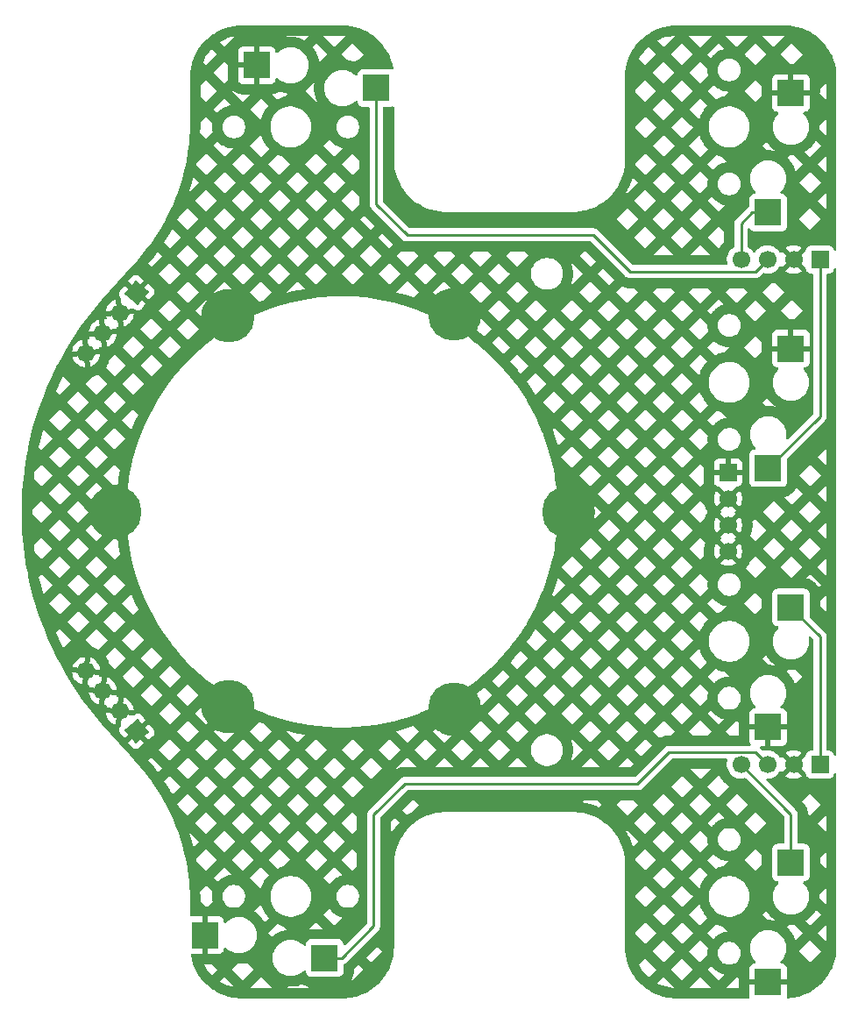
<source format=gbr>
G04 #@! TF.GenerationSoftware,KiCad,Pcbnew,9.0.2*
G04 #@! TF.CreationDate,2025-10-02T21:33:12-04:00*
G04 #@! TF.ProjectId,Trackball,54726163-6b62-4616-9c6c-2e6b69636164,rev?*
G04 #@! TF.SameCoordinates,Original*
G04 #@! TF.FileFunction,Copper,L2,Bot*
G04 #@! TF.FilePolarity,Positive*
%FSLAX46Y46*%
G04 Gerber Fmt 4.6, Leading zero omitted, Abs format (unit mm)*
G04 Created by KiCad (PCBNEW 9.0.2) date 2025-10-02 21:33:12*
%MOMM*%
%LPD*%
G01*
G04 APERTURE LIST*
G04 Aperture macros list*
%AMRotRect*
0 Rectangle, with rotation*
0 The origin of the aperture is its center*
0 $1 length*
0 $2 width*
0 $3 Rotation angle, in degrees counterclockwise*
0 Add horizontal line*
21,1,$1,$2,0,0,$3*%
G04 Aperture macros list end*
G04 #@! TA.AperFunction,SMDPad,CuDef*
%ADD10R,2.600000X2.600000*%
G04 #@! TD*
G04 #@! TA.AperFunction,ComponentPad*
%ADD11C,5.000000*%
G04 #@! TD*
G04 #@! TA.AperFunction,ComponentPad*
%ADD12R,1.700000X1.700000*%
G04 #@! TD*
G04 #@! TA.AperFunction,ComponentPad*
%ADD13C,1.700000*%
G04 #@! TD*
G04 #@! TA.AperFunction,ComponentPad*
%ADD14RotRect,1.700000X1.700000X140.000000*%
G04 #@! TD*
G04 #@! TA.AperFunction,ComponentPad*
%ADD15RotRect,1.700000X1.700000X40.000000*%
G04 #@! TD*
G04 #@! TA.AperFunction,Conductor*
%ADD16C,0.250000*%
G04 #@! TD*
G04 APERTURE END LIST*
D10*
X270968000Y-61141000D03*
X268768000Y-72691000D03*
X225925000Y-144684000D03*
X214375000Y-142484000D03*
D11*
X216650000Y-82700000D03*
X238400000Y-82600000D03*
X205775000Y-101596446D03*
D10*
X270968000Y-110825000D03*
X268768000Y-122375000D03*
X219375000Y-58466000D03*
X230925000Y-60666000D03*
D11*
X238400000Y-120600000D03*
X249400000Y-101600000D03*
X216650000Y-120350000D03*
D10*
X270968000Y-85825000D03*
X268768000Y-97375000D03*
X270968000Y-135459000D03*
X268768000Y-147009000D03*
D12*
X273768000Y-77216000D03*
D13*
X271228000Y-77216000D03*
X268688000Y-77216000D03*
X266148000Y-77216000D03*
D12*
X273768000Y-125984000D03*
D13*
X271228000Y-125984000D03*
X268688000Y-125984000D03*
X266148000Y-125984000D03*
D14*
X207773949Y-80423949D03*
D13*
X206141268Y-82369702D03*
X204508589Y-84315454D03*
X202875907Y-86261208D03*
D15*
X207773949Y-122786051D03*
D13*
X206141268Y-120840298D03*
X204508589Y-118894546D03*
X202875907Y-116948792D03*
D12*
X264900000Y-97790000D03*
D13*
X264900000Y-100330000D03*
X264900000Y-102870000D03*
X264900000Y-105410000D03*
D16*
X270968000Y-130804000D02*
X270968000Y-135459000D01*
X266148000Y-125984000D02*
X270968000Y-130804000D01*
X266148000Y-73752000D02*
X266148000Y-77216000D01*
X267209000Y-72691000D02*
X266148000Y-73752000D01*
X268768000Y-72691000D02*
X267209000Y-72691000D01*
X270968000Y-110825000D02*
X273768000Y-113625000D01*
X273768000Y-113625000D02*
X273768000Y-125984000D01*
X273768000Y-77216000D02*
X273768000Y-92375000D01*
X273768000Y-92375000D02*
X268768000Y-97375000D01*
X267512000Y-124808000D02*
X268688000Y-125984000D01*
X256150000Y-127850000D02*
X259192000Y-124808000D01*
X230650000Y-130850000D02*
X233650000Y-127850000D01*
X233650000Y-127850000D02*
X256150000Y-127850000D01*
X227566000Y-144684000D02*
X230650000Y-141600000D01*
X225925000Y-144684000D02*
X227566000Y-144684000D01*
X230650000Y-141600000D02*
X230650000Y-130850000D01*
X259192000Y-124808000D02*
X267512000Y-124808000D01*
X267512000Y-78392000D02*
X268688000Y-77216000D01*
X230925000Y-60666000D02*
X230925000Y-71875000D01*
X255442000Y-78392000D02*
X267512000Y-78392000D01*
X233900000Y-74850000D02*
X251900000Y-74850000D01*
X230925000Y-71875000D02*
X233900000Y-74850000D01*
X251900000Y-74850000D02*
X255442000Y-78392000D01*
G04 #@! TA.AperFunction,Conductor*
G36*
X227652611Y-54625608D02*
G01*
X228055599Y-54642275D01*
X228065946Y-54643132D01*
X228463611Y-54692702D01*
X228473871Y-54694414D01*
X228866076Y-54776650D01*
X228876144Y-54779199D01*
X229260236Y-54893549D01*
X229270069Y-54896925D01*
X229314562Y-54914286D01*
X229643375Y-55042590D01*
X229652912Y-55046773D01*
X230012918Y-55222769D01*
X230022076Y-55227725D01*
X230366313Y-55432845D01*
X230375032Y-55438541D01*
X230701169Y-55671400D01*
X230709363Y-55677776D01*
X231015170Y-55936781D01*
X231022831Y-55943835D01*
X231306164Y-56227168D01*
X231313218Y-56234829D01*
X231572220Y-56540633D01*
X231578602Y-56548833D01*
X231686630Y-56700135D01*
X231811458Y-56874967D01*
X231817154Y-56883686D01*
X232022274Y-57227923D01*
X232027230Y-57237081D01*
X232203226Y-57597087D01*
X232207409Y-57606624D01*
X232353071Y-57979921D01*
X232356453Y-57989771D01*
X232470796Y-58373841D01*
X232473352Y-58383936D01*
X232547425Y-58737208D01*
X232541828Y-58807984D01*
X232498856Y-58864498D01*
X232432151Y-58888808D01*
X232380075Y-58881121D01*
X232334200Y-58864010D01*
X232334196Y-58864009D01*
X232273649Y-58857500D01*
X232273638Y-58857500D01*
X229576362Y-58857500D01*
X229576350Y-58857500D01*
X229515803Y-58864009D01*
X229515795Y-58864011D01*
X229378797Y-58915110D01*
X229378792Y-58915112D01*
X229261738Y-59002738D01*
X229174112Y-59119792D01*
X229174110Y-59119797D01*
X229123011Y-59256795D01*
X229123009Y-59256803D01*
X229116500Y-59317350D01*
X229116500Y-59352729D01*
X229096498Y-59420850D01*
X229042842Y-59467343D01*
X228972568Y-59477447D01*
X228907988Y-59447953D01*
X228901405Y-59441824D01*
X228806673Y-59347092D01*
X228806652Y-59347073D01*
X228624615Y-59207391D01*
X228624608Y-59207386D01*
X228425900Y-59092662D01*
X228425892Y-59092658D01*
X228425888Y-59092656D01*
X228213887Y-59004842D01*
X227992238Y-58945452D01*
X227992231Y-58945450D01*
X227764736Y-58915500D01*
X227764734Y-58915500D01*
X227535266Y-58915500D01*
X227535263Y-58915500D01*
X227307768Y-58945450D01*
X227106274Y-58999440D01*
X227086113Y-59004842D01*
X226949431Y-59061458D01*
X226874110Y-59092657D01*
X226874099Y-59092662D01*
X226675391Y-59207386D01*
X226675384Y-59207391D01*
X226493347Y-59347073D01*
X226493326Y-59347092D01*
X226331092Y-59509326D01*
X226331073Y-59509347D01*
X226191391Y-59691384D01*
X226191386Y-59691391D01*
X226076662Y-59890099D01*
X226076657Y-59890110D01*
X225988842Y-60102113D01*
X225929450Y-60323768D01*
X225899500Y-60551263D01*
X225899500Y-60780736D01*
X225929450Y-61008231D01*
X225938468Y-61041888D01*
X225988842Y-61229887D01*
X226076656Y-61441888D01*
X226076657Y-61441889D01*
X226076662Y-61441900D01*
X226191386Y-61640608D01*
X226191391Y-61640615D01*
X226331073Y-61822652D01*
X226331092Y-61822673D01*
X226493326Y-61984907D01*
X226493347Y-61984926D01*
X226675384Y-62124608D01*
X226675391Y-62124613D01*
X226874099Y-62239337D01*
X226874103Y-62239338D01*
X226874112Y-62239344D01*
X227086113Y-62327158D01*
X227307762Y-62386548D01*
X227307766Y-62386548D01*
X227307768Y-62386549D01*
X227366398Y-62394267D01*
X227535266Y-62416500D01*
X227535273Y-62416500D01*
X227764727Y-62416500D01*
X227764734Y-62416500D01*
X227970345Y-62389430D01*
X227992231Y-62386549D01*
X227992231Y-62386548D01*
X227992238Y-62386548D01*
X228213887Y-62327158D01*
X228425888Y-62239344D01*
X228624612Y-62124611D01*
X228806661Y-61984919D01*
X228821298Y-61970282D01*
X228901405Y-61890176D01*
X228963717Y-61856150D01*
X229034532Y-61861215D01*
X229091368Y-61903762D01*
X229116179Y-61970282D01*
X229116500Y-61979271D01*
X229116500Y-62014649D01*
X229123009Y-62075196D01*
X229123011Y-62075204D01*
X229174110Y-62212202D01*
X229174112Y-62212207D01*
X229261738Y-62329261D01*
X229378792Y-62416887D01*
X229378794Y-62416888D01*
X229378796Y-62416889D01*
X229404398Y-62426438D01*
X229515795Y-62467988D01*
X229515803Y-62467990D01*
X229576350Y-62474499D01*
X229576355Y-62474499D01*
X229576362Y-62474500D01*
X230165500Y-62474500D01*
X230233621Y-62494502D01*
X230280114Y-62548158D01*
X230291500Y-62600500D01*
X230291500Y-71812606D01*
X230291500Y-71937394D01*
X230315845Y-72059785D01*
X230363600Y-72175075D01*
X230432929Y-72278833D01*
X233496167Y-75342071D01*
X233599925Y-75411400D01*
X233715215Y-75459155D01*
X233837606Y-75483500D01*
X233962393Y-75483500D01*
X251585406Y-75483500D01*
X251653527Y-75503502D01*
X251674501Y-75520405D01*
X254949929Y-78795833D01*
X255038167Y-78884071D01*
X255141925Y-78953400D01*
X255257215Y-79001155D01*
X255379606Y-79025500D01*
X255379607Y-79025500D01*
X267574393Y-79025500D01*
X267574394Y-79025500D01*
X267696785Y-79001155D01*
X267812075Y-78953400D01*
X267915833Y-78884071D01*
X268231486Y-78568416D01*
X268293796Y-78534393D01*
X268359518Y-78537680D01*
X268369884Y-78541049D01*
X268581084Y-78574500D01*
X268581087Y-78574500D01*
X268794913Y-78574500D01*
X268794916Y-78574500D01*
X269006116Y-78541049D01*
X269209483Y-78474972D01*
X269400009Y-78377894D01*
X269573004Y-78252206D01*
X269724206Y-78101004D01*
X269849894Y-77928009D01*
X269849902Y-77927992D01*
X269850854Y-77926441D01*
X269851377Y-77925967D01*
X269852804Y-77924004D01*
X269853216Y-77924303D01*
X269903497Y-77878804D01*
X269973537Y-77867189D01*
X270038738Y-77895285D01*
X270063485Y-77923842D01*
X270063624Y-77923742D01*
X270064794Y-77925353D01*
X270065726Y-77926428D01*
X270066536Y-77927750D01*
X270104620Y-77980167D01*
X270104621Y-77980168D01*
X270743841Y-77340947D01*
X270762075Y-77408993D01*
X270827901Y-77523007D01*
X270920993Y-77616099D01*
X271035007Y-77681925D01*
X271103051Y-77700157D01*
X270463831Y-78339378D01*
X270516249Y-78377463D01*
X270516251Y-78377464D01*
X270706707Y-78474506D01*
X270706713Y-78474509D01*
X270909996Y-78540559D01*
X271121126Y-78574000D01*
X271334874Y-78574000D01*
X271546003Y-78540559D01*
X271749286Y-78474509D01*
X271749292Y-78474506D01*
X271939750Y-78377463D01*
X271992167Y-78339378D01*
X271992167Y-78339376D01*
X271352948Y-77700157D01*
X271420993Y-77681925D01*
X271535007Y-77616099D01*
X271628099Y-77523007D01*
X271693925Y-77408993D01*
X271712157Y-77340948D01*
X272372595Y-78001386D01*
X272406621Y-78063698D01*
X272409500Y-78090481D01*
X272409500Y-78114649D01*
X272416009Y-78175196D01*
X272416011Y-78175204D01*
X272467110Y-78312202D01*
X272467112Y-78312207D01*
X272554738Y-78429261D01*
X272671792Y-78516887D01*
X272671794Y-78516888D01*
X272671796Y-78516889D01*
X272718726Y-78534393D01*
X272808795Y-78567988D01*
X272808803Y-78567990D01*
X272869350Y-78574499D01*
X272869355Y-78574499D01*
X272869362Y-78574500D01*
X273008500Y-78574500D01*
X273076621Y-78594502D01*
X273123114Y-78648158D01*
X273134500Y-78700500D01*
X273134500Y-92060405D01*
X273114498Y-92128526D01*
X273097595Y-92149500D01*
X270703058Y-94544037D01*
X270640746Y-94578063D01*
X270569931Y-94572998D01*
X270513095Y-94530451D01*
X270488284Y-94463931D01*
X270489041Y-94438496D01*
X270501734Y-94342082D01*
X270518500Y-94214734D01*
X270518500Y-93985266D01*
X270496267Y-93816398D01*
X270488549Y-93757768D01*
X270488548Y-93757766D01*
X270488548Y-93757762D01*
X270429158Y-93536113D01*
X270341344Y-93324112D01*
X270341338Y-93324103D01*
X270341337Y-93324099D01*
X270226613Y-93125391D01*
X270226608Y-93125384D01*
X270086926Y-92943347D01*
X270086907Y-92943326D01*
X269924673Y-92781092D01*
X269924652Y-92781073D01*
X269742615Y-92641391D01*
X269742608Y-92641386D01*
X269543900Y-92526662D01*
X269543892Y-92526658D01*
X269543888Y-92526656D01*
X269331887Y-92438842D01*
X269138124Y-92386924D01*
X269110231Y-92379450D01*
X268882736Y-92349500D01*
X268882734Y-92349500D01*
X268653266Y-92349500D01*
X268653263Y-92349500D01*
X268425768Y-92379450D01*
X268204113Y-92438842D01*
X267992110Y-92526657D01*
X267992099Y-92526662D01*
X267793391Y-92641386D01*
X267793384Y-92641391D01*
X267611347Y-92781073D01*
X267611326Y-92781092D01*
X267449092Y-92943326D01*
X267449073Y-92943347D01*
X267309391Y-93125384D01*
X267309386Y-93125391D01*
X267194662Y-93324099D01*
X267194657Y-93324110D01*
X267106842Y-93536113D01*
X267047450Y-93757768D01*
X267017500Y-93985263D01*
X267017500Y-94214736D01*
X267047450Y-94442231D01*
X267066278Y-94512501D01*
X267106842Y-94663887D01*
X267194656Y-94875888D01*
X267194657Y-94875889D01*
X267194662Y-94875900D01*
X267309386Y-95074608D01*
X267309391Y-95074615D01*
X267449073Y-95256652D01*
X267449092Y-95256673D01*
X267543824Y-95351405D01*
X267577850Y-95413717D01*
X267572785Y-95484532D01*
X267530238Y-95541368D01*
X267463718Y-95566179D01*
X267454729Y-95566500D01*
X267419350Y-95566500D01*
X267358803Y-95573009D01*
X267358795Y-95573011D01*
X267221797Y-95624110D01*
X267221792Y-95624112D01*
X267104738Y-95711738D01*
X267017112Y-95828792D01*
X267017110Y-95828797D01*
X266966011Y-95965795D01*
X266966009Y-95965803D01*
X266959500Y-96026350D01*
X266959500Y-98723649D01*
X266966009Y-98784196D01*
X266966011Y-98784204D01*
X267017110Y-98921202D01*
X267017112Y-98921207D01*
X267104738Y-99038261D01*
X267221792Y-99125887D01*
X267221794Y-99125888D01*
X267221796Y-99125889D01*
X267266798Y-99142674D01*
X267358795Y-99176988D01*
X267358803Y-99176990D01*
X267419350Y-99183499D01*
X267419355Y-99183499D01*
X267419362Y-99183500D01*
X267419368Y-99183500D01*
X270116632Y-99183500D01*
X270116638Y-99183500D01*
X270116645Y-99183499D01*
X270116649Y-99183499D01*
X270177196Y-99176990D01*
X270177199Y-99176989D01*
X270177201Y-99176989D01*
X270314204Y-99125889D01*
X270431261Y-99038261D01*
X270471504Y-98984503D01*
X270518887Y-98921207D01*
X270518887Y-98921206D01*
X270518889Y-98921204D01*
X270569989Y-98784201D01*
X270570589Y-98778628D01*
X270576499Y-98723649D01*
X270576500Y-98723632D01*
X270576500Y-98064466D01*
X271757867Y-98064466D01*
X272819942Y-99126541D01*
X273882017Y-98064466D01*
X272819942Y-97002391D01*
X271757867Y-98064466D01*
X270576500Y-98064466D01*
X270576500Y-96514594D01*
X270596502Y-96446473D01*
X270613405Y-96425499D01*
X270742205Y-96296699D01*
X273525634Y-96296699D01*
X274376500Y-97147565D01*
X274376500Y-95445833D01*
X273525634Y-96296699D01*
X270742205Y-96296699D01*
X272375018Y-94663886D01*
X274260071Y-92778833D01*
X274329400Y-92675075D01*
X274377155Y-92559785D01*
X274401500Y-92437394D01*
X274401500Y-92312606D01*
X274401500Y-78700500D01*
X274421502Y-78632379D01*
X274475158Y-78585886D01*
X274527500Y-78574500D01*
X274666632Y-78574500D01*
X274666638Y-78574500D01*
X274666645Y-78574499D01*
X274666649Y-78574499D01*
X274727196Y-78567990D01*
X274727199Y-78567989D01*
X274727201Y-78567989D01*
X274864204Y-78516889D01*
X274908071Y-78484051D01*
X274981261Y-78429261D01*
X275068887Y-78312207D01*
X275068887Y-78312206D01*
X275068889Y-78312204D01*
X275119989Y-78175201D01*
X275123222Y-78145133D01*
X275150391Y-78079541D01*
X275208708Y-78039049D01*
X275279660Y-78036515D01*
X275340718Y-78072742D01*
X275372498Y-78136228D01*
X275374500Y-78158601D01*
X275374500Y-125041398D01*
X275354498Y-125109519D01*
X275300842Y-125156012D01*
X275230568Y-125166116D01*
X275165988Y-125136622D01*
X275127604Y-125076896D01*
X275123222Y-125054866D01*
X275119990Y-125024803D01*
X275119988Y-125024795D01*
X275068889Y-124887797D01*
X275068887Y-124887792D01*
X274981261Y-124770738D01*
X274864207Y-124683112D01*
X274864202Y-124683110D01*
X274727204Y-124632011D01*
X274727196Y-124632009D01*
X274666649Y-124625500D01*
X274666638Y-124625500D01*
X274527500Y-124625500D01*
X274459379Y-124605498D01*
X274412886Y-124551842D01*
X274401500Y-124499500D01*
X274401500Y-113562607D01*
X274401499Y-113562603D01*
X274396230Y-113536113D01*
X274377155Y-113440215D01*
X274329400Y-113324925D01*
X274260071Y-113221167D01*
X274171833Y-113132929D01*
X272813405Y-111774501D01*
X272779379Y-111712189D01*
X272776500Y-111685406D01*
X272776500Y-110189969D01*
X273774500Y-110189969D01*
X273774500Y-110687701D01*
X274376500Y-111289701D01*
X274376500Y-109587969D01*
X273774500Y-110189969D01*
X272776500Y-110189969D01*
X272776500Y-109476367D01*
X272776499Y-109476350D01*
X272769990Y-109415803D01*
X272769988Y-109415795D01*
X272718889Y-109278797D01*
X272718887Y-109278792D01*
X272631261Y-109161738D01*
X272514207Y-109074112D01*
X272514202Y-109074110D01*
X272377204Y-109023011D01*
X272377196Y-109023009D01*
X272316649Y-109016500D01*
X272316638Y-109016500D01*
X269619362Y-109016500D01*
X269619350Y-109016500D01*
X269558803Y-109023009D01*
X269558795Y-109023011D01*
X269421797Y-109074110D01*
X269421792Y-109074112D01*
X269304738Y-109161738D01*
X269217112Y-109278792D01*
X269217110Y-109278797D01*
X269166011Y-109415795D01*
X269166009Y-109415803D01*
X269159500Y-109476350D01*
X269159500Y-112173649D01*
X269166009Y-112234196D01*
X269166011Y-112234204D01*
X269217110Y-112371202D01*
X269217112Y-112371207D01*
X269304738Y-112488261D01*
X269421792Y-112575887D01*
X269421794Y-112575888D01*
X269421796Y-112575889D01*
X269480875Y-112597924D01*
X269558795Y-112626988D01*
X269558803Y-112626990D01*
X269619350Y-112633499D01*
X269619355Y-112633499D01*
X269619362Y-112633500D01*
X269654729Y-112633500D01*
X269722850Y-112653502D01*
X269769343Y-112707158D01*
X269779447Y-112777432D01*
X269749953Y-112842012D01*
X269743824Y-112848595D01*
X269649092Y-112943326D01*
X269649073Y-112943347D01*
X269509391Y-113125384D01*
X269509386Y-113125391D01*
X269394662Y-113324099D01*
X269394657Y-113324110D01*
X269306842Y-113536113D01*
X269247450Y-113757768D01*
X269217500Y-113985263D01*
X269217500Y-114214736D01*
X269247450Y-114442231D01*
X269247452Y-114442238D01*
X269306842Y-114663887D01*
X269394656Y-114875888D01*
X269394657Y-114875889D01*
X269394662Y-114875900D01*
X269509386Y-115074608D01*
X269509391Y-115074615D01*
X269649073Y-115256652D01*
X269649092Y-115256673D01*
X269811326Y-115418907D01*
X269811347Y-115418926D01*
X269993384Y-115558608D01*
X269993391Y-115558613D01*
X270192099Y-115673337D01*
X270192103Y-115673338D01*
X270192112Y-115673344D01*
X270404113Y-115761158D01*
X270625762Y-115820548D01*
X270625766Y-115820548D01*
X270625768Y-115820549D01*
X270684398Y-115828267D01*
X270853266Y-115850500D01*
X270853273Y-115850500D01*
X271082727Y-115850500D01*
X271082734Y-115850500D01*
X271288345Y-115823430D01*
X271310231Y-115820549D01*
X271310231Y-115820548D01*
X271310238Y-115820548D01*
X271531887Y-115761158D01*
X271743888Y-115673344D01*
X271942612Y-115558611D01*
X272124661Y-115418919D01*
X272286919Y-115256661D01*
X272426611Y-115074612D01*
X272541344Y-114875888D01*
X272629158Y-114663887D01*
X272688548Y-114442238D01*
X272718500Y-114214734D01*
X272718500Y-113985266D01*
X272689040Y-113761501D01*
X272699979Y-113691354D01*
X272747107Y-113638255D01*
X272815461Y-113619065D01*
X272883339Y-113639876D01*
X272903057Y-113655961D01*
X273097595Y-113850499D01*
X273131621Y-113912811D01*
X273134500Y-113939594D01*
X273134500Y-124499500D01*
X273114498Y-124567621D01*
X273060842Y-124614114D01*
X273008500Y-124625500D01*
X272869350Y-124625500D01*
X272808803Y-124632009D01*
X272808795Y-124632011D01*
X272671797Y-124683110D01*
X272671792Y-124683112D01*
X272554738Y-124770738D01*
X272467112Y-124887792D01*
X272467110Y-124887797D01*
X272416011Y-125024795D01*
X272416009Y-125024803D01*
X272409500Y-125085350D01*
X272409500Y-125109518D01*
X272389498Y-125177639D01*
X272372596Y-125198613D01*
X271712157Y-125859051D01*
X271693925Y-125791007D01*
X271628099Y-125676993D01*
X271535007Y-125583901D01*
X271420993Y-125518075D01*
X271352947Y-125499841D01*
X271992168Y-124860621D01*
X271992167Y-124860620D01*
X271939750Y-124822536D01*
X271939748Y-124822535D01*
X271749292Y-124725493D01*
X271749286Y-124725490D01*
X271546003Y-124659440D01*
X271334874Y-124626000D01*
X271121126Y-124626000D01*
X270909996Y-124659440D01*
X270706713Y-124725490D01*
X270706707Y-124725493D01*
X270516253Y-124822534D01*
X270463831Y-124860621D01*
X270463831Y-124860622D01*
X271103051Y-125499842D01*
X271035007Y-125518075D01*
X270920993Y-125583901D01*
X270827901Y-125676993D01*
X270762075Y-125791007D01*
X270743842Y-125859051D01*
X270104622Y-125219831D01*
X270104621Y-125219831D01*
X270066528Y-125272261D01*
X270065724Y-125273574D01*
X270065288Y-125273967D01*
X270063624Y-125276259D01*
X270063142Y-125275909D01*
X270013075Y-125321203D01*
X269943033Y-125332807D01*
X269877836Y-125304702D01*
X269852901Y-125275924D01*
X269852804Y-125275996D01*
X269851975Y-125274855D01*
X269850859Y-125273567D01*
X269849899Y-125272001D01*
X269849894Y-125271991D01*
X269724206Y-125098996D01*
X269724203Y-125098993D01*
X269724201Y-125098990D01*
X269573009Y-124947798D01*
X269573006Y-124947796D01*
X269573004Y-124947794D01*
X269400601Y-124822536D01*
X269400012Y-124822108D01*
X269400011Y-124822107D01*
X269400009Y-124822106D01*
X269209483Y-124725028D01*
X269209480Y-124725027D01*
X269209478Y-124725026D01*
X269006120Y-124658952D01*
X269006123Y-124658952D01*
X268966801Y-124652724D01*
X268794916Y-124625500D01*
X268581084Y-124625500D01*
X268369884Y-124658951D01*
X268369882Y-124658951D01*
X268369879Y-124658952D01*
X268359510Y-124662321D01*
X268288543Y-124664345D01*
X268231485Y-124631581D01*
X267997999Y-124398095D01*
X267963973Y-124335783D01*
X267969038Y-124264968D01*
X268011585Y-124208132D01*
X268078105Y-124183321D01*
X268087094Y-124183000D01*
X268514000Y-124183000D01*
X269022000Y-124183000D01*
X270116585Y-124183000D01*
X270116597Y-124182999D01*
X270177093Y-124176494D01*
X270313964Y-124125444D01*
X270313965Y-124125444D01*
X270430904Y-124037904D01*
X270518444Y-123920965D01*
X270518444Y-123920964D01*
X270569494Y-123784093D01*
X270575999Y-123723597D01*
X270576000Y-123723585D01*
X270576000Y-122629000D01*
X269022000Y-122629000D01*
X269022000Y-124183000D01*
X268514000Y-124183000D01*
X268514000Y-122629000D01*
X266960000Y-122629000D01*
X266960000Y-123723597D01*
X266966505Y-123784093D01*
X267017555Y-123920964D01*
X267017555Y-123920965D01*
X267056502Y-123972991D01*
X267081313Y-124039511D01*
X267066222Y-124108885D01*
X267016020Y-124159087D01*
X266955634Y-124174500D01*
X259129600Y-124174500D01*
X259007217Y-124198844D01*
X259007209Y-124198846D01*
X258973447Y-124212830D01*
X258973447Y-124212831D01*
X258903047Y-124241992D01*
X258891925Y-124246599D01*
X258788167Y-124315927D01*
X258788161Y-124315932D01*
X255924501Y-127179595D01*
X255862189Y-127213620D01*
X255835406Y-127216500D01*
X233587603Y-127216500D01*
X233465215Y-127240845D01*
X233465211Y-127240846D01*
X233447563Y-127248155D01*
X233447564Y-127248156D01*
X233349923Y-127288600D01*
X233246167Y-127357927D01*
X233246161Y-127357932D01*
X230246167Y-130357929D01*
X230157931Y-130446164D01*
X230157926Y-130446171D01*
X230119338Y-130503923D01*
X230088600Y-130549925D01*
X230040845Y-130665215D01*
X230032975Y-130704779D01*
X230016500Y-130787603D01*
X230016500Y-141285405D01*
X229996498Y-141353526D01*
X229979595Y-141374500D01*
X227947410Y-143406684D01*
X227885098Y-143440710D01*
X227814282Y-143435645D01*
X227757447Y-143393098D01*
X227733037Y-143331056D01*
X227726990Y-143274803D01*
X227726988Y-143274795D01*
X227687943Y-143170113D01*
X227675889Y-143137796D01*
X227675888Y-143137794D01*
X227675887Y-143137792D01*
X227588261Y-143020738D01*
X227471207Y-142933112D01*
X227471202Y-142933110D01*
X227334204Y-142882011D01*
X227334196Y-142882009D01*
X227273649Y-142875500D01*
X227273638Y-142875500D01*
X224576362Y-142875500D01*
X224576350Y-142875500D01*
X224515803Y-142882009D01*
X224515795Y-142882011D01*
X224378797Y-142933110D01*
X224378792Y-142933112D01*
X224261738Y-143020738D01*
X224174112Y-143137792D01*
X224174110Y-143137797D01*
X224123011Y-143274795D01*
X224123009Y-143274803D01*
X224116500Y-143335350D01*
X224116500Y-143370729D01*
X224096498Y-143438850D01*
X224042842Y-143485343D01*
X223972568Y-143495447D01*
X223907988Y-143465953D01*
X223901405Y-143459824D01*
X223806673Y-143365092D01*
X223806652Y-143365073D01*
X223624615Y-143225391D01*
X223624608Y-143225386D01*
X223425900Y-143110662D01*
X223425892Y-143110658D01*
X223425888Y-143110656D01*
X223213887Y-143022842D01*
X223062501Y-142982278D01*
X222992231Y-142963450D01*
X222764736Y-142933500D01*
X222764734Y-142933500D01*
X222535266Y-142933500D01*
X222535263Y-142933500D01*
X222307768Y-142963450D01*
X222093965Y-143020738D01*
X222086113Y-143022842D01*
X221876889Y-143109506D01*
X221874110Y-143110657D01*
X221874099Y-143110662D01*
X221675391Y-143225386D01*
X221675384Y-143225391D01*
X221493347Y-143365073D01*
X221493326Y-143365092D01*
X221331092Y-143527326D01*
X221331073Y-143527347D01*
X221191391Y-143709384D01*
X221191386Y-143709391D01*
X221076662Y-143908099D01*
X221076657Y-143908110D01*
X221076656Y-143908112D01*
X221026183Y-144029964D01*
X220988842Y-144120113D01*
X220929450Y-144341768D01*
X220899500Y-144569263D01*
X220899500Y-144798736D01*
X220929450Y-145026231D01*
X220929452Y-145026238D01*
X220988842Y-145247887D01*
X221076656Y-145459888D01*
X221076657Y-145459889D01*
X221076662Y-145459900D01*
X221191386Y-145658608D01*
X221191391Y-145658615D01*
X221331073Y-145840652D01*
X221331092Y-145840673D01*
X221493326Y-146002907D01*
X221493347Y-146002926D01*
X221675384Y-146142608D01*
X221675391Y-146142613D01*
X221874099Y-146257337D01*
X221874103Y-146257338D01*
X221874112Y-146257344D01*
X222086113Y-146345158D01*
X222307762Y-146404548D01*
X222307766Y-146404548D01*
X222307768Y-146404549D01*
X222366398Y-146412267D01*
X222535266Y-146434500D01*
X222535273Y-146434500D01*
X222764727Y-146434500D01*
X222764734Y-146434500D01*
X222970345Y-146407430D01*
X222992231Y-146404549D01*
X222992231Y-146404548D01*
X222992238Y-146404548D01*
X223213887Y-146345158D01*
X223425888Y-146257344D01*
X223624612Y-146142611D01*
X223806661Y-146002919D01*
X223846662Y-145962918D01*
X223901405Y-145908176D01*
X223963717Y-145874150D01*
X224034532Y-145879215D01*
X224091368Y-145921762D01*
X224116179Y-145988282D01*
X224116500Y-145997271D01*
X224116500Y-146032649D01*
X224123009Y-146093196D01*
X224123011Y-146093204D01*
X224174110Y-146230202D01*
X224174112Y-146230207D01*
X224261738Y-146347261D01*
X224378792Y-146434887D01*
X224378794Y-146434888D01*
X224378796Y-146434889D01*
X224437875Y-146456924D01*
X224515795Y-146485988D01*
X224515803Y-146485990D01*
X224576350Y-146492499D01*
X224576355Y-146492499D01*
X224576362Y-146492500D01*
X224576368Y-146492500D01*
X227273632Y-146492500D01*
X227273638Y-146492500D01*
X227273645Y-146492499D01*
X227273649Y-146492499D01*
X227334196Y-146485990D01*
X227334199Y-146485989D01*
X227334201Y-146485989D01*
X227471204Y-146434889D01*
X227511734Y-146404549D01*
X227588261Y-146347261D01*
X227675887Y-146230207D01*
X227675887Y-146230206D01*
X227675889Y-146230204D01*
X227723431Y-146102741D01*
X227726988Y-146093204D01*
X227726990Y-146093196D01*
X227733499Y-146032649D01*
X227733500Y-146032632D01*
X227733500Y-145384505D01*
X227753502Y-145316384D01*
X227807158Y-145269891D01*
X227811282Y-145268096D01*
X227866075Y-145245400D01*
X227969833Y-145176071D01*
X228519787Y-144626117D01*
X229931170Y-144626117D01*
X230393535Y-145088482D01*
X231455610Y-144026407D01*
X230993245Y-143564042D01*
X229931170Y-144626117D01*
X228519787Y-144626117D01*
X231142072Y-142003833D01*
X231211401Y-141900075D01*
X231259155Y-141784784D01*
X231283500Y-141662393D01*
X231283500Y-141537606D01*
X231283500Y-131525788D01*
X232281500Y-131525788D01*
X232281500Y-132593914D01*
X232677756Y-132197656D01*
X232730888Y-132116335D01*
X232733830Y-132112030D01*
X232754779Y-132082693D01*
X232757887Y-132078524D01*
X233035362Y-131722023D01*
X233038649Y-131717976D01*
X233061950Y-131690467D01*
X233065394Y-131686568D01*
X233157668Y-131586329D01*
X232689313Y-131117974D01*
X232281500Y-131525788D01*
X231283500Y-131525788D01*
X231283500Y-131164594D01*
X231303502Y-131096473D01*
X231320405Y-131075499D01*
X231983622Y-130412282D01*
X233395006Y-130412282D01*
X233882273Y-130899550D01*
X234128525Y-130707887D01*
X234132693Y-130704779D01*
X234162030Y-130683830D01*
X234166336Y-130680887D01*
X234247661Y-130627753D01*
X234991144Y-129884271D01*
X234748199Y-129641326D01*
X250787608Y-129641326D01*
X251114241Y-129695831D01*
X251119362Y-129696795D01*
X251154645Y-129704194D01*
X251159716Y-129705368D01*
X251597619Y-129816260D01*
X251602630Y-129817639D01*
X251637184Y-129827923D01*
X251642154Y-129829515D01*
X252069455Y-129976208D01*
X252074342Y-129977999D01*
X252107925Y-129991102D01*
X252112740Y-129993097D01*
X252423621Y-130129461D01*
X252668812Y-129884271D01*
X254080196Y-129884271D01*
X255142272Y-130946346D01*
X256204348Y-129884271D01*
X257615730Y-129884271D01*
X258677806Y-130946346D01*
X259739881Y-129884271D01*
X261151264Y-129884271D01*
X262213340Y-130946346D01*
X263275415Y-129884271D01*
X264686798Y-129884271D01*
X265748874Y-130946346D01*
X266810949Y-129884271D01*
X265748874Y-128822196D01*
X264686798Y-129884271D01*
X263275415Y-129884271D01*
X262213340Y-128822195D01*
X261151264Y-129884271D01*
X259739881Y-129884271D01*
X258677806Y-128822195D01*
X257615730Y-129884271D01*
X256204348Y-129884271D01*
X255801577Y-129481500D01*
X254482968Y-129481500D01*
X254080196Y-129884271D01*
X252668812Y-129884271D01*
X252668813Y-129884270D01*
X252266043Y-129481500D01*
X250947435Y-129481500D01*
X250787608Y-129641326D01*
X234748199Y-129641326D01*
X234588373Y-129481500D01*
X234325790Y-129481500D01*
X233395006Y-130412282D01*
X231983622Y-130412282D01*
X233875500Y-128520405D01*
X233937812Y-128486379D01*
X233964595Y-128483500D01*
X256212393Y-128483500D01*
X256212394Y-128483500D01*
X256334785Y-128459155D01*
X256450075Y-128411400D01*
X256553833Y-128342071D01*
X256779400Y-128116504D01*
X259383497Y-128116504D01*
X260445573Y-129178579D01*
X261507648Y-128116504D01*
X262919031Y-128116504D01*
X263981107Y-129178579D01*
X265043182Y-128116504D01*
X264937180Y-128010502D01*
X264935530Y-128009578D01*
X264931263Y-128007077D01*
X264897839Y-127986596D01*
X264893672Y-127983929D01*
X264869303Y-127967647D01*
X264865241Y-127964816D01*
X264660534Y-127816087D01*
X264656591Y-127813102D01*
X264633590Y-127794970D01*
X264629766Y-127791832D01*
X264599957Y-127766374D01*
X264596258Y-127763087D01*
X264574735Y-127743192D01*
X264571167Y-127739761D01*
X264392239Y-127560833D01*
X264388808Y-127557265D01*
X264368913Y-127535742D01*
X264365626Y-127532043D01*
X264340168Y-127502234D01*
X264337030Y-127498410D01*
X264318898Y-127475409D01*
X264315913Y-127471466D01*
X264167184Y-127266759D01*
X264164353Y-127262697D01*
X264148071Y-127238328D01*
X264145404Y-127234161D01*
X264124923Y-127200737D01*
X264122423Y-127196472D01*
X264121497Y-127194819D01*
X263981107Y-127054429D01*
X262919031Y-128116504D01*
X261507648Y-128116504D01*
X260445573Y-127054428D01*
X259383497Y-128116504D01*
X256779400Y-128116504D01*
X258456405Y-126439500D01*
X261242028Y-126439500D01*
X262213340Y-127410812D01*
X263184653Y-126439500D01*
X261242028Y-126439500D01*
X258456405Y-126439500D01*
X259417500Y-125478405D01*
X259479812Y-125444379D01*
X259506595Y-125441500D01*
X264722433Y-125441500D01*
X264790554Y-125461502D01*
X264837047Y-125515158D01*
X264847151Y-125585432D01*
X264842266Y-125606435D01*
X264822953Y-125665875D01*
X264822952Y-125665876D01*
X264822951Y-125665884D01*
X264789500Y-125877084D01*
X264789500Y-126090916D01*
X264821497Y-126292936D01*
X264822952Y-126302121D01*
X264889026Y-126505478D01*
X264889028Y-126505483D01*
X264986106Y-126696009D01*
X265111794Y-126869004D01*
X265111796Y-126869006D01*
X265111798Y-126869009D01*
X265262990Y-127020201D01*
X265262993Y-127020203D01*
X265262996Y-127020206D01*
X265435991Y-127145894D01*
X265626517Y-127242972D01*
X265829878Y-127309047D01*
X265829879Y-127309047D01*
X265829884Y-127309049D01*
X266041084Y-127342500D01*
X266041087Y-127342500D01*
X266254913Y-127342500D01*
X266254916Y-127342500D01*
X266466116Y-127309049D01*
X266476475Y-127305682D01*
X266547442Y-127303650D01*
X266604514Y-127336418D01*
X270297595Y-131029499D01*
X270331621Y-131091811D01*
X270334500Y-131118594D01*
X270334500Y-133524500D01*
X270314498Y-133592621D01*
X270260842Y-133639114D01*
X270208500Y-133650500D01*
X269619350Y-133650500D01*
X269558803Y-133657009D01*
X269558795Y-133657011D01*
X269421797Y-133708110D01*
X269421792Y-133708112D01*
X269304738Y-133795738D01*
X269217112Y-133912792D01*
X269217110Y-133912797D01*
X269166011Y-134049795D01*
X269166009Y-134049803D01*
X269159500Y-134110350D01*
X269159500Y-136807649D01*
X269166009Y-136868196D01*
X269166011Y-136868204D01*
X269217110Y-137005202D01*
X269217112Y-137005207D01*
X269304738Y-137122261D01*
X269421792Y-137209887D01*
X269421794Y-137209888D01*
X269421796Y-137209889D01*
X269480875Y-137231924D01*
X269558795Y-137260988D01*
X269558803Y-137260990D01*
X269619350Y-137267499D01*
X269619355Y-137267499D01*
X269619362Y-137267500D01*
X269654729Y-137267500D01*
X269722850Y-137287502D01*
X269769343Y-137341158D01*
X269779447Y-137411432D01*
X269749953Y-137476012D01*
X269743824Y-137482595D01*
X269649092Y-137577326D01*
X269649073Y-137577347D01*
X269509391Y-137759384D01*
X269509386Y-137759391D01*
X269394662Y-137958099D01*
X269394657Y-137958110D01*
X269394656Y-137958112D01*
X269374159Y-138007596D01*
X269306842Y-138170113D01*
X269247450Y-138391768D01*
X269217500Y-138619263D01*
X269217500Y-138848736D01*
X269247450Y-139076231D01*
X269247452Y-139076238D01*
X269306842Y-139297887D01*
X269394656Y-139509888D01*
X269394657Y-139509889D01*
X269394662Y-139509900D01*
X269509386Y-139708608D01*
X269509391Y-139708615D01*
X269649073Y-139890652D01*
X269649092Y-139890673D01*
X269811326Y-140052907D01*
X269811347Y-140052926D01*
X269993384Y-140192608D01*
X269993391Y-140192613D01*
X270192099Y-140307337D01*
X270192103Y-140307338D01*
X270192112Y-140307344D01*
X270404113Y-140395158D01*
X270625762Y-140454548D01*
X270625766Y-140454548D01*
X270625768Y-140454549D01*
X270684398Y-140462267D01*
X270853266Y-140484500D01*
X270853273Y-140484500D01*
X271082727Y-140484500D01*
X271082734Y-140484500D01*
X271288345Y-140457430D01*
X271310231Y-140454549D01*
X271310231Y-140454548D01*
X271310238Y-140454548D01*
X271531887Y-140395158D01*
X271743888Y-140307344D01*
X271942612Y-140192611D01*
X272124661Y-140052919D01*
X272286919Y-139890661D01*
X272426611Y-139708612D01*
X272541344Y-139509888D01*
X272629158Y-139297887D01*
X272688548Y-139076238D01*
X272718500Y-138848734D01*
X272718500Y-138619266D01*
X272707487Y-138535615D01*
X273713124Y-138535615D01*
X273713292Y-138537660D01*
X273715430Y-138570254D01*
X273715632Y-138574376D01*
X273716432Y-138598798D01*
X273716500Y-138602923D01*
X273716500Y-138865077D01*
X273716432Y-138869202D01*
X273715632Y-138893624D01*
X273715430Y-138897746D01*
X273714497Y-138911969D01*
X274376500Y-139573972D01*
X274376500Y-137872240D01*
X273713124Y-138535615D01*
X272707487Y-138535615D01*
X272688548Y-138391762D01*
X272629158Y-138170113D01*
X272541344Y-137958112D01*
X272541338Y-137958103D01*
X272541337Y-137958099D01*
X272426613Y-137759391D01*
X272426608Y-137759384D01*
X272286926Y-137577347D01*
X272286907Y-137577326D01*
X272192176Y-137482595D01*
X272158150Y-137420283D01*
X272163215Y-137349468D01*
X272205762Y-137292632D01*
X272272282Y-137267821D01*
X272281271Y-137267500D01*
X272316632Y-137267500D01*
X272316638Y-137267500D01*
X272316645Y-137267499D01*
X272316649Y-137267499D01*
X272377196Y-137260990D01*
X272377199Y-137260989D01*
X272377201Y-137260989D01*
X272514204Y-137209889D01*
X272561687Y-137174344D01*
X272631261Y-137122261D01*
X272718887Y-137005207D01*
X272718887Y-137005206D01*
X272718889Y-137005204D01*
X272769989Y-136868201D01*
X272775691Y-136815168D01*
X272776499Y-136807649D01*
X272776500Y-136807632D01*
X272776500Y-134938706D01*
X273774500Y-134938706D01*
X273774500Y-135436438D01*
X274376500Y-136038438D01*
X274376500Y-134336706D01*
X273774500Y-134938706D01*
X272776500Y-134938706D01*
X272776500Y-134110367D01*
X272776499Y-134110350D01*
X272769990Y-134049803D01*
X272769988Y-134049795D01*
X272733022Y-133950687D01*
X272718889Y-133912796D01*
X272718888Y-133912794D01*
X272718887Y-133912792D01*
X272631261Y-133795738D01*
X272514207Y-133708112D01*
X272514202Y-133708110D01*
X272377204Y-133657011D01*
X272377196Y-133657009D01*
X272316649Y-133650500D01*
X272316638Y-133650500D01*
X271727500Y-133650500D01*
X271659379Y-133630498D01*
X271612886Y-133576842D01*
X271601500Y-133524500D01*
X271601500Y-131652038D01*
X273525634Y-131652038D01*
X274376500Y-132502904D01*
X274376500Y-130801172D01*
X273525634Y-131652038D01*
X271601500Y-131652038D01*
X271601500Y-130741607D01*
X271601499Y-130741603D01*
X271596627Y-130717109D01*
X271577155Y-130619215D01*
X271529400Y-130503925D01*
X271460071Y-130400167D01*
X271371833Y-130311929D01*
X270645329Y-129585425D01*
X272056712Y-129585425D01*
X272183081Y-129711794D01*
X272187342Y-129716269D01*
X272211926Y-129743391D01*
X272215965Y-129748072D01*
X272247056Y-129785952D01*
X272250864Y-129790831D01*
X272272696Y-129820267D01*
X272276258Y-129825325D01*
X272372818Y-129969838D01*
X272376126Y-129975062D01*
X272394953Y-130006472D01*
X272398000Y-130011851D01*
X272421102Y-130055069D01*
X272423885Y-130060597D01*
X272439546Y-130093710D01*
X272442051Y-130099362D01*
X272508568Y-130259944D01*
X272510796Y-130265719D01*
X272523145Y-130300236D01*
X272525087Y-130306114D01*
X272539309Y-130353012D01*
X272540956Y-130358968D01*
X272549846Y-130394466D01*
X272551200Y-130400494D01*
X272585105Y-130570941D01*
X272586162Y-130577036D01*
X272591538Y-130613281D01*
X272592296Y-130619422D01*
X272597098Y-130668193D01*
X272597552Y-130674358D01*
X272599348Y-130710928D01*
X272599500Y-130717109D01*
X272599500Y-130725903D01*
X272819942Y-130946346D01*
X273882017Y-129884271D01*
X272819942Y-128822196D01*
X272056712Y-129585425D01*
X270645329Y-129585425D01*
X268617499Y-127557595D01*
X268583473Y-127495283D01*
X268588538Y-127424468D01*
X268631085Y-127367632D01*
X268697605Y-127342821D01*
X268706594Y-127342500D01*
X268794913Y-127342500D01*
X268794916Y-127342500D01*
X269006116Y-127309049D01*
X269209483Y-127242972D01*
X269400009Y-127145894D01*
X269573004Y-127020206D01*
X269724206Y-126869004D01*
X269849894Y-126696009D01*
X269849902Y-126695992D01*
X269850854Y-126694441D01*
X269851377Y-126693967D01*
X269852804Y-126692004D01*
X269853216Y-126692303D01*
X269903497Y-126646804D01*
X269973537Y-126635189D01*
X270038738Y-126663285D01*
X270063485Y-126691842D01*
X270063624Y-126691742D01*
X270064794Y-126693353D01*
X270065726Y-126694428D01*
X270066536Y-126695750D01*
X270104620Y-126748167D01*
X270104621Y-126748168D01*
X270743841Y-126108947D01*
X270762075Y-126176993D01*
X270827901Y-126291007D01*
X270920993Y-126384099D01*
X271035007Y-126449925D01*
X271103051Y-126468157D01*
X270463831Y-127107378D01*
X270516249Y-127145463D01*
X270516251Y-127145464D01*
X270706707Y-127242506D01*
X270706713Y-127242509D01*
X270909996Y-127308559D01*
X271121126Y-127342000D01*
X271334874Y-127342000D01*
X271546003Y-127308559D01*
X271749286Y-127242509D01*
X271749292Y-127242506D01*
X271939750Y-127145463D01*
X271992167Y-127107378D01*
X271992167Y-127107376D01*
X271352948Y-126468157D01*
X271420993Y-126449925D01*
X271535007Y-126384099D01*
X271628099Y-126291007D01*
X271693925Y-126176993D01*
X271712157Y-126108948D01*
X272372595Y-126769386D01*
X272406621Y-126831698D01*
X272409500Y-126858481D01*
X272409500Y-126882649D01*
X272416009Y-126943196D01*
X272416011Y-126943204D01*
X272467110Y-127080202D01*
X272467112Y-127080207D01*
X272554738Y-127197261D01*
X272671792Y-127284887D01*
X272671794Y-127284888D01*
X272671796Y-127284889D01*
X272722096Y-127303650D01*
X272808795Y-127335988D01*
X272808803Y-127335990D01*
X272869350Y-127342499D01*
X272869355Y-127342499D01*
X272869362Y-127342500D01*
X272869368Y-127342500D01*
X274666632Y-127342500D01*
X274666638Y-127342500D01*
X274666645Y-127342499D01*
X274666649Y-127342499D01*
X274727196Y-127335990D01*
X274727199Y-127335989D01*
X274727201Y-127335989D01*
X274864204Y-127284889D01*
X274913274Y-127248156D01*
X274981261Y-127197261D01*
X275068887Y-127080207D01*
X275068887Y-127080206D01*
X275068889Y-127080204D01*
X275119989Y-126943201D01*
X275123222Y-126913133D01*
X275150391Y-126847541D01*
X275208708Y-126807049D01*
X275279660Y-126804515D01*
X275340718Y-126840742D01*
X275372498Y-126904228D01*
X275374500Y-126926601D01*
X275374500Y-143597404D01*
X275374392Y-143602611D01*
X275357725Y-144005584D01*
X275356865Y-144015963D01*
X275307298Y-144413604D01*
X275305584Y-144423875D01*
X275223352Y-144816063D01*
X275220796Y-144826158D01*
X275106453Y-145210228D01*
X275103071Y-145220078D01*
X274957409Y-145593375D01*
X274953226Y-145602912D01*
X274777230Y-145962918D01*
X274772274Y-145972076D01*
X274567154Y-146316313D01*
X274561458Y-146325032D01*
X274328609Y-146651157D01*
X274322213Y-146659375D01*
X274063218Y-146965170D01*
X274056164Y-146972831D01*
X273772831Y-147256164D01*
X273765170Y-147263218D01*
X273459375Y-147522213D01*
X273451157Y-147528609D01*
X273125032Y-147761458D01*
X273116313Y-147767154D01*
X272772076Y-147972274D01*
X272762918Y-147977230D01*
X272402912Y-148153226D01*
X272393375Y-148157409D01*
X272020078Y-148303071D01*
X272010228Y-148306453D01*
X271626158Y-148420796D01*
X271616063Y-148423352D01*
X271223875Y-148505584D01*
X271213604Y-148507298D01*
X270815963Y-148556865D01*
X270805583Y-148557725D01*
X270699477Y-148562113D01*
X270630588Y-148544943D01*
X270581918Y-148493254D01*
X270568919Y-148423458D01*
X270568993Y-148422749D01*
X270575999Y-148357592D01*
X270576000Y-148357585D01*
X270576000Y-147263000D01*
X266960000Y-147263000D01*
X266960000Y-148357597D01*
X266966505Y-148418095D01*
X266966844Y-148419528D01*
X266966782Y-148420671D01*
X266967348Y-148425930D01*
X266966495Y-148426021D01*
X266963041Y-148490423D01*
X266921513Y-148548007D01*
X266855446Y-148573999D01*
X266844220Y-148574500D01*
X259902596Y-148574500D01*
X259897389Y-148574392D01*
X259494415Y-148557725D01*
X259484036Y-148556865D01*
X259086395Y-148507298D01*
X259076124Y-148505584D01*
X258683936Y-148423352D01*
X258673841Y-148420796D01*
X258289771Y-148306453D01*
X258279921Y-148303071D01*
X257906624Y-148157409D01*
X257897087Y-148153226D01*
X257537081Y-147977230D01*
X257527923Y-147972274D01*
X257183686Y-147767154D01*
X257174967Y-147761458D01*
X257036940Y-147662909D01*
X256848833Y-147528602D01*
X256840633Y-147522220D01*
X256534829Y-147263218D01*
X256527168Y-147256164D01*
X256391579Y-147120575D01*
X258057096Y-147120575D01*
X258303009Y-147240794D01*
X258609091Y-147360229D01*
X258924048Y-147453996D01*
X259245626Y-147521422D01*
X259571692Y-147562068D01*
X259733078Y-147568743D01*
X259739880Y-147561941D01*
X261151265Y-147561941D01*
X261165824Y-147576500D01*
X263260857Y-147576500D01*
X263275415Y-147561941D01*
X264686799Y-147561941D01*
X264701358Y-147576500D01*
X265962000Y-147576500D01*
X265962000Y-147062420D01*
X265971591Y-147014202D01*
X265973745Y-147009000D01*
X265971591Y-147003798D01*
X265962000Y-146955580D01*
X265962000Y-146712992D01*
X265748874Y-146499866D01*
X264686799Y-147561941D01*
X263275415Y-147561941D01*
X262213340Y-146499865D01*
X261151265Y-147561941D01*
X259739880Y-147561941D01*
X259739881Y-147561940D01*
X258677806Y-146499866D01*
X258057096Y-147120575D01*
X256391579Y-147120575D01*
X256243835Y-146972831D01*
X256236781Y-146965170D01*
X256059194Y-146755493D01*
X255977776Y-146659363D01*
X255971400Y-146651169D01*
X255738541Y-146325032D01*
X255732845Y-146316313D01*
X255576540Y-146053998D01*
X255527723Y-145972074D01*
X255522769Y-145962918D01*
X255346773Y-145602912D01*
X255342590Y-145593375D01*
X255291731Y-145463035D01*
X255236652Y-145321879D01*
X256320258Y-145321879D01*
X256403522Y-145492197D01*
X256571715Y-145774463D01*
X256762652Y-146041888D01*
X256975035Y-146292647D01*
X257207350Y-146524962D01*
X257225745Y-146540541D01*
X257972113Y-145794174D01*
X259383498Y-145794174D01*
X260445573Y-146856249D01*
X261507648Y-145794174D01*
X262919032Y-145794174D01*
X263981106Y-146856248D01*
X264552679Y-146284674D01*
X264551029Y-146284346D01*
X264546201Y-146283287D01*
X264508083Y-146274138D01*
X264503291Y-146272888D01*
X264475075Y-146264931D01*
X264470338Y-146263494D01*
X264268173Y-146197806D01*
X264263499Y-146196185D01*
X264236018Y-146186047D01*
X264231414Y-146184246D01*
X264195197Y-146169246D01*
X264190659Y-146167261D01*
X264164044Y-146154991D01*
X264159593Y-146152832D01*
X263970197Y-146056330D01*
X263965834Y-146053998D01*
X263940278Y-146039686D01*
X263936014Y-146037186D01*
X263902589Y-146016705D01*
X263898417Y-146014035D01*
X263874048Y-145997752D01*
X263869989Y-145994923D01*
X263698022Y-145869981D01*
X263694079Y-145866996D01*
X263671079Y-145848865D01*
X263667253Y-145845726D01*
X263637445Y-145820268D01*
X263633748Y-145816982D01*
X263612225Y-145797087D01*
X263608657Y-145793656D01*
X263475403Y-145660402D01*
X266960000Y-145660402D01*
X266960000Y-146755000D01*
X270576000Y-146755000D01*
X270576000Y-145660414D01*
X270575999Y-145660402D01*
X270569494Y-145599906D01*
X270518444Y-145463035D01*
X270518444Y-145463034D01*
X270430904Y-145346095D01*
X270313965Y-145258555D01*
X270177093Y-145207505D01*
X270116597Y-145201000D01*
X270080771Y-145201000D01*
X270012650Y-145180998D01*
X269966157Y-145127342D01*
X269956053Y-145057068D01*
X269985547Y-144992488D01*
X269991676Y-144985905D01*
X270086907Y-144890673D01*
X270086919Y-144890661D01*
X270226611Y-144708612D01*
X270341344Y-144509888D01*
X270429158Y-144297887D01*
X270488548Y-144076238D01*
X270495108Y-144026407D01*
X271757867Y-144026407D01*
X272819942Y-145088482D01*
X273882017Y-144026407D01*
X272819942Y-142964332D01*
X271757867Y-144026407D01*
X270495108Y-144026407D01*
X270518500Y-143848734D01*
X270518500Y-143619266D01*
X270490513Y-143406684D01*
X270488549Y-143391768D01*
X270488548Y-143391766D01*
X270488548Y-143391762D01*
X270429158Y-143170113D01*
X270341344Y-142958112D01*
X270341338Y-142958103D01*
X270341337Y-142958099D01*
X270226613Y-142759391D01*
X270226608Y-142759384D01*
X270086926Y-142577347D01*
X270086907Y-142577326D01*
X269924673Y-142415092D01*
X269924652Y-142415073D01*
X269742615Y-142275391D01*
X269742608Y-142275386D01*
X269543900Y-142160662D01*
X269543892Y-142160658D01*
X269543888Y-142160656D01*
X269331887Y-142072842D01*
X269110238Y-142013452D01*
X269110231Y-142013450D01*
X268882736Y-141983500D01*
X268882734Y-141983500D01*
X268653266Y-141983500D01*
X268653263Y-141983500D01*
X268425768Y-142013450D01*
X268240564Y-142063075D01*
X268204113Y-142072842D01*
X268054783Y-142134697D01*
X267992110Y-142160657D01*
X267992099Y-142160662D01*
X267793391Y-142275386D01*
X267793384Y-142275391D01*
X267611347Y-142415073D01*
X267611326Y-142415092D01*
X267449092Y-142577326D01*
X267449073Y-142577347D01*
X267309391Y-142759384D01*
X267309386Y-142759391D01*
X267194662Y-142958099D01*
X267194657Y-142958110D01*
X267194656Y-142958112D01*
X267122380Y-143132600D01*
X267106842Y-143170113D01*
X267047450Y-143391768D01*
X267017500Y-143619263D01*
X267017500Y-143848736D01*
X267047450Y-144076231D01*
X267065919Y-144145157D01*
X267106842Y-144297887D01*
X267194656Y-144509888D01*
X267194657Y-144509889D01*
X267194662Y-144509900D01*
X267309386Y-144708608D01*
X267309391Y-144708615D01*
X267449073Y-144890652D01*
X267449092Y-144890673D01*
X267544324Y-144985905D01*
X267578350Y-145048217D01*
X267573285Y-145119032D01*
X267530738Y-145175868D01*
X267464218Y-145200679D01*
X267455229Y-145201000D01*
X267419402Y-145201000D01*
X267358906Y-145207505D01*
X267222035Y-145258555D01*
X267222034Y-145258555D01*
X267105095Y-145346095D01*
X267017555Y-145463034D01*
X267017555Y-145463035D01*
X266966505Y-145599906D01*
X266960000Y-145660402D01*
X263475403Y-145660402D01*
X263458344Y-145643343D01*
X263454913Y-145639775D01*
X263435018Y-145618252D01*
X263431732Y-145614555D01*
X263406274Y-145584747D01*
X263403135Y-145580921D01*
X263385004Y-145557921D01*
X263382019Y-145553978D01*
X263288266Y-145424939D01*
X262919032Y-145794174D01*
X261507648Y-145794174D01*
X260445573Y-144732098D01*
X259383498Y-145794174D01*
X257972113Y-145794174D01*
X257972114Y-145794173D01*
X256910039Y-144732099D01*
X256320258Y-145321879D01*
X255236652Y-145321879D01*
X255196925Y-145220069D01*
X255193546Y-145210228D01*
X255079199Y-144826144D01*
X255076650Y-144816076D01*
X254994414Y-144423871D01*
X254992701Y-144413604D01*
X254984179Y-144345236D01*
X254944436Y-144026407D01*
X257615731Y-144026407D01*
X258677806Y-145088482D01*
X259739881Y-144026407D01*
X261151265Y-144026407D01*
X262213340Y-145088482D01*
X262920302Y-144381519D01*
X262920140Y-144379458D01*
X262919848Y-144374520D01*
X262918697Y-144345236D01*
X262918600Y-144340287D01*
X262918600Y-144147318D01*
X263916600Y-144147318D01*
X263916600Y-144320682D01*
X263932944Y-144423875D01*
X263943721Y-144491917D01*
X263987325Y-144626117D01*
X263997292Y-144656791D01*
X264069616Y-144798734D01*
X264076000Y-144811263D01*
X264177900Y-144951516D01*
X264300483Y-145074099D01*
X264362328Y-145119032D01*
X264440740Y-145176002D01*
X264595209Y-145254708D01*
X264760082Y-145308278D01*
X264760083Y-145308278D01*
X264760088Y-145308280D01*
X264931318Y-145335400D01*
X264931321Y-145335400D01*
X265104679Y-145335400D01*
X265104682Y-145335400D01*
X265275912Y-145308280D01*
X265440791Y-145254708D01*
X265595260Y-145176002D01*
X265735514Y-145074101D01*
X265858101Y-144951514D01*
X265960002Y-144811260D01*
X266038708Y-144656791D01*
X266092280Y-144491912D01*
X266119400Y-144320682D01*
X266119400Y-144147318D01*
X266092280Y-143976088D01*
X266038708Y-143811209D01*
X265960002Y-143656740D01*
X265858101Y-143516486D01*
X265858099Y-143516483D01*
X265735516Y-143393900D01*
X265595263Y-143292000D01*
X265595262Y-143291999D01*
X265595260Y-143291998D01*
X265440791Y-143213292D01*
X265440788Y-143213291D01*
X265440786Y-143213290D01*
X265275915Y-143159721D01*
X265275919Y-143159721D01*
X265244041Y-143154672D01*
X265104682Y-143132600D01*
X264931318Y-143132600D01*
X264760088Y-143159720D01*
X264760082Y-143159721D01*
X264595213Y-143213290D01*
X264595207Y-143213293D01*
X264440736Y-143292000D01*
X264300483Y-143393900D01*
X264177900Y-143516483D01*
X264076000Y-143656736D01*
X263997293Y-143811207D01*
X263997290Y-143811213D01*
X263943721Y-143976082D01*
X263943720Y-143976087D01*
X263943720Y-143976088D01*
X263916600Y-144147318D01*
X262918600Y-144147318D01*
X262918600Y-144127713D01*
X262918697Y-144122764D01*
X262919848Y-144093480D01*
X262920140Y-144088542D01*
X262923216Y-144049463D01*
X262923700Y-144044539D01*
X262927143Y-144015451D01*
X262927821Y-144010551D01*
X262961072Y-143800616D01*
X262961942Y-143795748D01*
X262967654Y-143767029D01*
X262968713Y-143762201D01*
X262976938Y-143727930D01*
X262213339Y-142964332D01*
X261151265Y-144026407D01*
X259739881Y-144026407D01*
X258677806Y-142964331D01*
X257615731Y-144026407D01*
X254944436Y-144026407D01*
X254943132Y-144015946D01*
X254942275Y-144005599D01*
X254925608Y-143602611D01*
X254925500Y-143597404D01*
X254925500Y-142183104D01*
X255923500Y-142183104D01*
X255923500Y-142334176D01*
X256910039Y-143320715D01*
X257972114Y-142258640D01*
X259383498Y-142258640D01*
X260445573Y-143320715D01*
X261507648Y-142258640D01*
X261507647Y-142258639D01*
X262919031Y-142258639D01*
X263471696Y-142811304D01*
X263608657Y-142674344D01*
X263612225Y-142670913D01*
X263633748Y-142651018D01*
X263637445Y-142647732D01*
X263667253Y-142622274D01*
X263671079Y-142619135D01*
X263694079Y-142601004D01*
X263698022Y-142598019D01*
X263869989Y-142473077D01*
X263874048Y-142470248D01*
X263898417Y-142453965D01*
X263902589Y-142451295D01*
X263936014Y-142430814D01*
X263940278Y-142428314D01*
X263965834Y-142414002D01*
X263970197Y-142411670D01*
X264159593Y-142315168D01*
X264164044Y-142313009D01*
X264190659Y-142300739D01*
X264195197Y-142298754D01*
X264231414Y-142283754D01*
X264236018Y-142281953D01*
X264263499Y-142271815D01*
X264268173Y-142270194D01*
X264470338Y-142204506D01*
X264475075Y-142203069D01*
X264503291Y-142195112D01*
X264508083Y-142193862D01*
X264546201Y-142184713D01*
X264551029Y-142183654D01*
X264579748Y-142177942D01*
X264584616Y-142177072D01*
X264794551Y-142143821D01*
X264799451Y-142143143D01*
X264828539Y-142139700D01*
X264833463Y-142139216D01*
X264872542Y-142136140D01*
X264877480Y-142135848D01*
X264906764Y-142134697D01*
X264911713Y-142134600D01*
X264919142Y-142134600D01*
X264449897Y-141665355D01*
X270583383Y-141665355D01*
X270594966Y-141675512D01*
X270598022Y-141678281D01*
X270615842Y-141694971D01*
X270618805Y-141697840D01*
X270804160Y-141883195D01*
X270807029Y-141886158D01*
X270823719Y-141903978D01*
X270826488Y-141907034D01*
X270848024Y-141931592D01*
X270850690Y-141934734D01*
X270866178Y-141953606D01*
X270868741Y-141956836D01*
X271028315Y-142164795D01*
X271030772Y-142168107D01*
X271044987Y-142187944D01*
X271047330Y-142191330D01*
X271065480Y-142218491D01*
X271067718Y-142221961D01*
X271080616Y-142242703D01*
X271082735Y-142246239D01*
X271213812Y-142473270D01*
X271215817Y-142476878D01*
X271227340Y-142498438D01*
X271229228Y-142502113D01*
X271243672Y-142531410D01*
X271245431Y-142535131D01*
X271255493Y-142557341D01*
X271257131Y-142561119D01*
X271357438Y-142803280D01*
X271358952Y-142807112D01*
X271367550Y-142829955D01*
X271368940Y-142833840D01*
X271379440Y-142864772D01*
X271380700Y-142868692D01*
X271387791Y-142892064D01*
X271388925Y-142896034D01*
X271407506Y-142965381D01*
X272114248Y-142258640D01*
X273525634Y-142258640D01*
X274376500Y-143109506D01*
X274376500Y-141407774D01*
X273525634Y-142258640D01*
X272114248Y-142258640D01*
X272114249Y-142258639D01*
X271316009Y-141460399D01*
X271196817Y-141476092D01*
X271192725Y-141476563D01*
X271168448Y-141478955D01*
X271164340Y-141479292D01*
X271131746Y-141481430D01*
X271127624Y-141481632D01*
X271103202Y-141482432D01*
X271099077Y-141482500D01*
X270836923Y-141482500D01*
X270832798Y-141482432D01*
X270808376Y-141481632D01*
X270804254Y-141481430D01*
X270771660Y-141479292D01*
X270769614Y-141479124D01*
X270583383Y-141665355D01*
X264449897Y-141665355D01*
X264426165Y-141641623D01*
X264423059Y-141641005D01*
X264419032Y-141640135D01*
X264395281Y-141634596D01*
X264391287Y-141633596D01*
X264110936Y-141558476D01*
X264106969Y-141557343D01*
X264083598Y-141550253D01*
X264079675Y-141548992D01*
X264048743Y-141538492D01*
X264044857Y-141537102D01*
X264022015Y-141528504D01*
X264018184Y-141526990D01*
X263758320Y-141419350D01*
X262919031Y-142258639D01*
X261507647Y-142258639D01*
X260445573Y-141196564D01*
X259383498Y-142258640D01*
X257972114Y-142258640D01*
X256910039Y-141196564D01*
X255923500Y-142183104D01*
X254925500Y-142183104D01*
X254925500Y-140490873D01*
X257615731Y-140490873D01*
X258677806Y-141552948D01*
X259739881Y-140490873D01*
X261151265Y-140490873D01*
X262213339Y-141552947D01*
X262929986Y-140836299D01*
X262820214Y-140726527D01*
X262817344Y-140723562D01*
X262800634Y-140705720D01*
X262797860Y-140702660D01*
X262776325Y-140678100D01*
X262773660Y-140674957D01*
X262758193Y-140656108D01*
X262755635Y-140652886D01*
X262578942Y-140422618D01*
X262576483Y-140419302D01*
X262562246Y-140399433D01*
X262559898Y-140396040D01*
X262541751Y-140368878D01*
X262539516Y-140365411D01*
X262526639Y-140344700D01*
X262524524Y-140341171D01*
X262379397Y-140089805D01*
X262377393Y-140086199D01*
X262365869Y-140064638D01*
X262363980Y-140060961D01*
X262349536Y-140031664D01*
X262347777Y-140027943D01*
X262337715Y-140005733D01*
X262336077Y-140001955D01*
X262225010Y-139733816D01*
X262223496Y-139729985D01*
X262214898Y-139707143D01*
X262213508Y-139703257D01*
X262203008Y-139672325D01*
X262201747Y-139668402D01*
X262194657Y-139645031D01*
X262193524Y-139641064D01*
X262152854Y-139489283D01*
X261151265Y-140490873D01*
X259739881Y-140490873D01*
X258677806Y-139428797D01*
X257615731Y-140490873D01*
X254925500Y-140490873D01*
X254925500Y-138647570D01*
X255923500Y-138647570D01*
X255923500Y-138798642D01*
X256910039Y-139785181D01*
X257972114Y-138723106D01*
X259383498Y-138723106D01*
X260445573Y-139785181D01*
X261507648Y-138723106D01*
X261389746Y-138605204D01*
X263053000Y-138605204D01*
X263053000Y-138862795D01*
X263086620Y-139118167D01*
X263086621Y-139118173D01*
X263086622Y-139118175D01*
X263153290Y-139366984D01*
X263251864Y-139604962D01*
X263251865Y-139604963D01*
X263251870Y-139604974D01*
X263380659Y-139828043D01*
X263537460Y-140032388D01*
X263537479Y-140032409D01*
X263719590Y-140214520D01*
X263719600Y-140214529D01*
X263719606Y-140214535D01*
X263719609Y-140214537D01*
X263719611Y-140214539D01*
X263923956Y-140371340D01*
X264147025Y-140500129D01*
X264147029Y-140500130D01*
X264147038Y-140500136D01*
X264385016Y-140598710D01*
X264633825Y-140665378D01*
X264633831Y-140665378D01*
X264633832Y-140665379D01*
X264663134Y-140669236D01*
X264889207Y-140699000D01*
X264889214Y-140699000D01*
X265146786Y-140699000D01*
X265146793Y-140699000D01*
X265402175Y-140665378D01*
X265650984Y-140598710D01*
X265888962Y-140500136D01*
X265905006Y-140490873D01*
X268222333Y-140490873D01*
X268716960Y-140985500D01*
X268899077Y-140985500D01*
X268903202Y-140985568D01*
X268927624Y-140986368D01*
X268931746Y-140986570D01*
X268964340Y-140988708D01*
X268968448Y-140989045D01*
X268992725Y-140991437D01*
X268996816Y-140991908D01*
X269256708Y-141026123D01*
X269260794Y-141026729D01*
X269284910Y-141030712D01*
X269288965Y-141031450D01*
X269321001Y-141037824D01*
X269325032Y-141038695D01*
X269348782Y-141044234D01*
X269352775Y-141045234D01*
X269579305Y-141105931D01*
X269569015Y-141099990D01*
X272366984Y-141099990D01*
X272819942Y-141552948D01*
X273882017Y-140490873D01*
X273403585Y-140012441D01*
X273282735Y-140221761D01*
X273280616Y-140225297D01*
X273267718Y-140246039D01*
X273265480Y-140249509D01*
X273247330Y-140276670D01*
X273244987Y-140280056D01*
X273230772Y-140299893D01*
X273228315Y-140303205D01*
X273068741Y-140511164D01*
X273066178Y-140514394D01*
X273050690Y-140533266D01*
X273048024Y-140536408D01*
X273026488Y-140560966D01*
X273023719Y-140564022D01*
X273007029Y-140581842D01*
X273004160Y-140584805D01*
X272818805Y-140770160D01*
X272815842Y-140773029D01*
X272798022Y-140789719D01*
X272794966Y-140792488D01*
X272770408Y-140814024D01*
X272767266Y-140816690D01*
X272748394Y-140832178D01*
X272745164Y-140834741D01*
X272537205Y-140994315D01*
X272533893Y-140996772D01*
X272514056Y-141010987D01*
X272510670Y-141013330D01*
X272483509Y-141031480D01*
X272480039Y-141033718D01*
X272459297Y-141046616D01*
X272455761Y-141048735D01*
X272366984Y-141099990D01*
X269569015Y-141099990D01*
X269480239Y-141048735D01*
X269476703Y-141046616D01*
X269455961Y-141033718D01*
X269452491Y-141031480D01*
X269425330Y-141013330D01*
X269421944Y-141010987D01*
X269402107Y-140996772D01*
X269398795Y-140994315D01*
X269190836Y-140834741D01*
X269187606Y-140832178D01*
X269168734Y-140816690D01*
X269165592Y-140814024D01*
X269141034Y-140792488D01*
X269137978Y-140789719D01*
X269120158Y-140773029D01*
X269117195Y-140770160D01*
X268931840Y-140584805D01*
X268928971Y-140581842D01*
X268912281Y-140564022D01*
X268909512Y-140560966D01*
X268887976Y-140536408D01*
X268885310Y-140533266D01*
X268869822Y-140514394D01*
X268867259Y-140511164D01*
X268707685Y-140303205D01*
X268705228Y-140299893D01*
X268691013Y-140280056D01*
X268688670Y-140276670D01*
X268670520Y-140249509D01*
X268668282Y-140246039D01*
X268655384Y-140225297D01*
X268653265Y-140221761D01*
X268594034Y-140119171D01*
X268222333Y-140490873D01*
X265905006Y-140490873D01*
X266112038Y-140371343D01*
X266112038Y-140371342D01*
X266112043Y-140371340D01*
X266275337Y-140246039D01*
X266316394Y-140214535D01*
X266498535Y-140032394D01*
X266564277Y-139946717D01*
X266655340Y-139828043D01*
X266680087Y-139785181D01*
X266784136Y-139604962D01*
X266882710Y-139366984D01*
X266949378Y-139118175D01*
X266983000Y-138862793D01*
X266983000Y-138605207D01*
X266949378Y-138349825D01*
X266882710Y-138101016D01*
X266784136Y-137863038D01*
X266784130Y-137863029D01*
X266784129Y-137863025D01*
X266655340Y-137639956D01*
X266498539Y-137435611D01*
X266498537Y-137435609D01*
X266498535Y-137435606D01*
X266498529Y-137435600D01*
X266498520Y-137435590D01*
X266316409Y-137253479D01*
X266316388Y-137253460D01*
X266112043Y-137096659D01*
X265888974Y-136967870D01*
X265888966Y-136967866D01*
X265888962Y-136967864D01*
X265650984Y-136869290D01*
X265402175Y-136802622D01*
X265402173Y-136802621D01*
X265402167Y-136802620D01*
X265146795Y-136769000D01*
X265146793Y-136769000D01*
X264889207Y-136769000D01*
X264889204Y-136769000D01*
X264633832Y-136802620D01*
X264389099Y-136868196D01*
X264385016Y-136869290D01*
X264236485Y-136930814D01*
X264147036Y-136967865D01*
X264147025Y-136967870D01*
X263923956Y-137096659D01*
X263719611Y-137253460D01*
X263719590Y-137253479D01*
X263537479Y-137435590D01*
X263537460Y-137435611D01*
X263380659Y-137639956D01*
X263251870Y-137863025D01*
X263251865Y-137863036D01*
X263251864Y-137863038D01*
X263239081Y-137893899D01*
X263153290Y-138101016D01*
X263086620Y-138349832D01*
X263053000Y-138605204D01*
X261389746Y-138605204D01*
X260445573Y-137661030D01*
X259383498Y-138723106D01*
X257972114Y-138723106D01*
X256910039Y-137661030D01*
X255923500Y-138647570D01*
X254925500Y-138647570D01*
X254925500Y-136955339D01*
X257615731Y-136955339D01*
X258677806Y-138017414D01*
X259739881Y-136955339D01*
X261151265Y-136955339D01*
X262157458Y-137961532D01*
X262193524Y-137826936D01*
X262194657Y-137822969D01*
X262201747Y-137799598D01*
X262203008Y-137795675D01*
X262213508Y-137764743D01*
X262214898Y-137760857D01*
X262223496Y-137738015D01*
X262225010Y-137734184D01*
X262336077Y-137466045D01*
X262337715Y-137462267D01*
X262347777Y-137440057D01*
X262349536Y-137436336D01*
X262363980Y-137407039D01*
X262365869Y-137403362D01*
X262377393Y-137381801D01*
X262379397Y-137378195D01*
X262524524Y-137126829D01*
X262526639Y-137123300D01*
X262539516Y-137102589D01*
X262541751Y-137099122D01*
X262559898Y-137071960D01*
X262562246Y-137068567D01*
X262576483Y-137048698D01*
X262578942Y-137045382D01*
X262755635Y-136815114D01*
X262758193Y-136811892D01*
X262773660Y-136793043D01*
X262776325Y-136789900D01*
X262797860Y-136765340D01*
X262800634Y-136762280D01*
X262817344Y-136744438D01*
X262820214Y-136741473D01*
X262940881Y-136620805D01*
X262213339Y-135893264D01*
X261151265Y-136955339D01*
X259739881Y-136955339D01*
X258677806Y-135893263D01*
X257615731Y-136955339D01*
X254925500Y-136955339D01*
X254925500Y-135392150D01*
X254925500Y-135392144D01*
X254903804Y-135130310D01*
X255905224Y-135130310D01*
X255915571Y-135255179D01*
X256910039Y-136249647D01*
X257972114Y-135187572D01*
X259383498Y-135187572D01*
X260445573Y-136249647D01*
X261507648Y-135187572D01*
X262919032Y-135187572D01*
X263773727Y-136042267D01*
X264018184Y-135941010D01*
X264022015Y-135939496D01*
X264044857Y-135930898D01*
X264048743Y-135929508D01*
X264079675Y-135919008D01*
X264083598Y-135917747D01*
X264106969Y-135910657D01*
X264110936Y-135909524D01*
X264391287Y-135834404D01*
X264395281Y-135833404D01*
X264397977Y-135832775D01*
X264897802Y-135332950D01*
X264877480Y-135332152D01*
X264872542Y-135331860D01*
X264833463Y-135328784D01*
X264828539Y-135328300D01*
X264799451Y-135324857D01*
X264794551Y-135324179D01*
X264584616Y-135290928D01*
X264579748Y-135290058D01*
X264551029Y-135284346D01*
X264546201Y-135283287D01*
X264508083Y-135274138D01*
X264503291Y-135272888D01*
X264475075Y-135264931D01*
X264470338Y-135263494D01*
X264268173Y-135197806D01*
X264263499Y-135196185D01*
X264240152Y-135187572D01*
X266454566Y-135187572D01*
X267516641Y-136249647D01*
X268161500Y-135604788D01*
X268161500Y-134770356D01*
X267516641Y-134125497D01*
X266454566Y-135187572D01*
X264240152Y-135187572D01*
X264236018Y-135186047D01*
X264231414Y-135184246D01*
X264195197Y-135169246D01*
X264190659Y-135167261D01*
X264164044Y-135154991D01*
X264159593Y-135152832D01*
X263970197Y-135056330D01*
X263965834Y-135053998D01*
X263940278Y-135039686D01*
X263936014Y-135037186D01*
X263902589Y-135016705D01*
X263898417Y-135014035D01*
X263874048Y-134997752D01*
X263869989Y-134994923D01*
X263698022Y-134869981D01*
X263694079Y-134866996D01*
X263671079Y-134848865D01*
X263667253Y-134845726D01*
X263637445Y-134820268D01*
X263633748Y-134816982D01*
X263612225Y-134797087D01*
X263608657Y-134793656D01*
X263460802Y-134645801D01*
X262919032Y-135187572D01*
X261507648Y-135187572D01*
X260445573Y-134125496D01*
X259383498Y-135187572D01*
X257972114Y-135187572D01*
X256910038Y-134125496D01*
X255905224Y-135130310D01*
X254903804Y-135130310D01*
X254891171Y-134977851D01*
X254822747Y-134567808D01*
X254822746Y-134567804D01*
X254822745Y-134567798D01*
X254822744Y-134567796D01*
X254720698Y-134164823D01*
X254720694Y-134164809D01*
X254585717Y-133771638D01*
X254585714Y-133771629D01*
X254433957Y-133425658D01*
X254418726Y-133390934D01*
X254416738Y-133387260D01*
X254220867Y-133025322D01*
X253993494Y-132677302D01*
X253822648Y-132457799D01*
X255042202Y-132457799D01*
X255066235Y-132494584D01*
X255069000Y-132499012D01*
X255087451Y-132529983D01*
X255090018Y-132534502D01*
X255305015Y-132931783D01*
X255307397Y-132936411D01*
X255323231Y-132968798D01*
X255325422Y-132973525D01*
X255506903Y-133387260D01*
X255508898Y-133392075D01*
X255522001Y-133425658D01*
X255523792Y-133430545D01*
X255670485Y-133857846D01*
X255672077Y-133862816D01*
X255682361Y-133897370D01*
X255683740Y-133902381D01*
X255691424Y-133932726D01*
X256204346Y-133419805D01*
X257615731Y-133419805D01*
X258677806Y-134481880D01*
X259739881Y-133419805D01*
X261151265Y-133419805D01*
X262213340Y-134481880D01*
X262972721Y-133722498D01*
X262968713Y-133705799D01*
X262967654Y-133700971D01*
X262961942Y-133672252D01*
X262961072Y-133667384D01*
X262927821Y-133457449D01*
X262927143Y-133452549D01*
X262923700Y-133423461D01*
X262923216Y-133418537D01*
X262920140Y-133379458D01*
X262919848Y-133374520D01*
X262918697Y-133345236D01*
X262918600Y-133340287D01*
X262918600Y-133147318D01*
X263916600Y-133147318D01*
X263916600Y-133320682D01*
X263937486Y-133452549D01*
X263943721Y-133491917D01*
X263954308Y-133524500D01*
X263997292Y-133656791D01*
X264068090Y-133795739D01*
X264076000Y-133811263D01*
X264177900Y-133951516D01*
X264300483Y-134074099D01*
X264300486Y-134074101D01*
X264440740Y-134176002D01*
X264595209Y-134254708D01*
X264760082Y-134308278D01*
X264760083Y-134308278D01*
X264760088Y-134308280D01*
X264931318Y-134335400D01*
X264931321Y-134335400D01*
X265104679Y-134335400D01*
X265104682Y-134335400D01*
X265275912Y-134308280D01*
X265440791Y-134254708D01*
X265595260Y-134176002D01*
X265735514Y-134074101D01*
X265858101Y-133951514D01*
X265960002Y-133811260D01*
X266038708Y-133656791D01*
X266092280Y-133491912D01*
X266119400Y-133320682D01*
X266119400Y-133147318D01*
X266092280Y-132976088D01*
X266038708Y-132811209D01*
X265960002Y-132656740D01*
X265906953Y-132583724D01*
X265858099Y-132516483D01*
X265735516Y-132393900D01*
X265595263Y-132292000D01*
X265595262Y-132291999D01*
X265595260Y-132291998D01*
X265440791Y-132213292D01*
X265440788Y-132213291D01*
X265440786Y-132213290D01*
X265275915Y-132159721D01*
X265275919Y-132159721D01*
X265244041Y-132154672D01*
X265104682Y-132132600D01*
X264931318Y-132132600D01*
X264760088Y-132159720D01*
X264760082Y-132159721D01*
X264595213Y-132213290D01*
X264595207Y-132213293D01*
X264440736Y-132292000D01*
X264300483Y-132393900D01*
X264177900Y-132516483D01*
X264076000Y-132656736D01*
X263997293Y-132811207D01*
X263997290Y-132811213D01*
X263943721Y-132976082D01*
X263943720Y-132976087D01*
X263943720Y-132976088D01*
X263916600Y-133147318D01*
X262918600Y-133147318D01*
X262918600Y-133127713D01*
X262918697Y-133122764D01*
X262919848Y-133093480D01*
X262920140Y-133088542D01*
X262921892Y-133066282D01*
X262213339Y-132357730D01*
X261151265Y-133419805D01*
X259739881Y-133419805D01*
X258677806Y-132357729D01*
X257615731Y-133419805D01*
X256204346Y-133419805D01*
X256204347Y-133419804D01*
X255142272Y-132357730D01*
X255042202Y-132457799D01*
X253822648Y-132457799D01*
X253738158Y-132349246D01*
X253738155Y-132349243D01*
X253738153Y-132349240D01*
X253456604Y-132043395D01*
X253150758Y-131761846D01*
X253150759Y-131761846D01*
X253150754Y-131761842D01*
X253009678Y-131652038D01*
X255847963Y-131652038D01*
X256910039Y-132714113D01*
X257972114Y-131652038D01*
X259383497Y-131652038D01*
X260445573Y-132714113D01*
X261507648Y-131652038D01*
X262919032Y-131652038D01*
X263297435Y-132030441D01*
X263382019Y-131914022D01*
X263385004Y-131910079D01*
X263403135Y-131887079D01*
X263406274Y-131883253D01*
X263431732Y-131853445D01*
X263435018Y-131849748D01*
X263454913Y-131828225D01*
X263458344Y-131824657D01*
X263608657Y-131674344D01*
X263612225Y-131670913D01*
X263632645Y-131652038D01*
X266454565Y-131652038D01*
X267516641Y-132714113D01*
X268578716Y-131652038D01*
X267516641Y-130589963D01*
X266454565Y-131652038D01*
X263632645Y-131652038D01*
X263633748Y-131651018D01*
X263637445Y-131647732D01*
X263667253Y-131622274D01*
X263671079Y-131619135D01*
X263694079Y-131601004D01*
X263698022Y-131598019D01*
X263869989Y-131473077D01*
X263874048Y-131470248D01*
X263898417Y-131453965D01*
X263902589Y-131451295D01*
X263936014Y-131430814D01*
X263940278Y-131428314D01*
X263965834Y-131414002D01*
X263970197Y-131411670D01*
X264159593Y-131315168D01*
X264164044Y-131313009D01*
X264190659Y-131300739D01*
X264195197Y-131298754D01*
X264231414Y-131283754D01*
X264236018Y-131281953D01*
X264263499Y-131271815D01*
X264268173Y-131270194D01*
X264470338Y-131204506D01*
X264475075Y-131203069D01*
X264503291Y-131195112D01*
X264508083Y-131193862D01*
X264546201Y-131184713D01*
X264551029Y-131183654D01*
X264570854Y-131179710D01*
X263981107Y-130589963D01*
X262919032Y-131652038D01*
X261507648Y-131652038D01*
X260445573Y-130589962D01*
X259383497Y-131652038D01*
X257972114Y-131652038D01*
X256910039Y-130589962D01*
X255847963Y-131652038D01*
X253009678Y-131652038D01*
X252822698Y-131506506D01*
X252526529Y-131313009D01*
X252474680Y-131279134D01*
X252109065Y-131081273D01*
X251728390Y-130914294D01*
X251728361Y-130914282D01*
X251335190Y-130779305D01*
X251335176Y-130779301D01*
X250932203Y-130677255D01*
X250932201Y-130677254D01*
X250756398Y-130647918D01*
X250522149Y-130608829D01*
X250522141Y-130608828D01*
X250522139Y-130608828D01*
X250107859Y-130574500D01*
X250107856Y-130574500D01*
X249910562Y-130574500D01*
X237658285Y-130574500D01*
X237650000Y-130574500D01*
X237442144Y-130574500D01*
X237442140Y-130574500D01*
X237027860Y-130608828D01*
X237027856Y-130608828D01*
X237027851Y-130608829D01*
X236852057Y-130638163D01*
X236617798Y-130677254D01*
X236617796Y-130677255D01*
X236214823Y-130779301D01*
X236214809Y-130779305D01*
X235821638Y-130914282D01*
X235821609Y-130914294D01*
X235440934Y-131081273D01*
X235075319Y-131279134D01*
X234872459Y-131411670D01*
X234727302Y-131506506D01*
X234545855Y-131647732D01*
X234399240Y-131761846D01*
X234093395Y-132043395D01*
X233811846Y-132349240D01*
X233777087Y-132393899D01*
X233556506Y-132677302D01*
X233469021Y-132811207D01*
X233329134Y-133025319D01*
X233131273Y-133390934D01*
X232964294Y-133771609D01*
X232964282Y-133771638D01*
X232829305Y-134164809D01*
X232829301Y-134164823D01*
X232727255Y-134567796D01*
X232727254Y-134567798D01*
X232714238Y-134645801D01*
X232658829Y-134977851D01*
X232658828Y-134977856D01*
X232658828Y-134977860D01*
X232624500Y-135392140D01*
X232624500Y-143597404D01*
X232624392Y-143602611D01*
X232607725Y-144005584D01*
X232606865Y-144015963D01*
X232557298Y-144413604D01*
X232555584Y-144423875D01*
X232473352Y-144816063D01*
X232470796Y-144826158D01*
X232356453Y-145210228D01*
X232353071Y-145220078D01*
X232207409Y-145593375D01*
X232203226Y-145602912D01*
X232027230Y-145962918D01*
X232022274Y-145972076D01*
X231817154Y-146316313D01*
X231811458Y-146325032D01*
X231578609Y-146651157D01*
X231572213Y-146659375D01*
X231313218Y-146965170D01*
X231306164Y-146972831D01*
X231022831Y-147256164D01*
X231015170Y-147263218D01*
X230709375Y-147522213D01*
X230701157Y-147528609D01*
X230375032Y-147761458D01*
X230366313Y-147767154D01*
X230022076Y-147972274D01*
X230012918Y-147977230D01*
X229652912Y-148153226D01*
X229643375Y-148157409D01*
X229270078Y-148303071D01*
X229260228Y-148306453D01*
X228876158Y-148420796D01*
X228866063Y-148423352D01*
X228473875Y-148505584D01*
X228463604Y-148507298D01*
X228065963Y-148556865D01*
X228055584Y-148557725D01*
X227652611Y-148574392D01*
X227647404Y-148574500D01*
X217902596Y-148574500D01*
X217897389Y-148574392D01*
X217494415Y-148557725D01*
X217484036Y-148556865D01*
X217086395Y-148507298D01*
X217076124Y-148505584D01*
X216683936Y-148423352D01*
X216673841Y-148420796D01*
X216289771Y-148306453D01*
X216279921Y-148303071D01*
X215906624Y-148157409D01*
X215897087Y-148153226D01*
X215537081Y-147977230D01*
X215527923Y-147972274D01*
X215183686Y-147767154D01*
X215174967Y-147761458D01*
X215036940Y-147662909D01*
X214895527Y-147561941D01*
X218724858Y-147561941D01*
X218739417Y-147576500D01*
X220834450Y-147576500D01*
X220849008Y-147561941D01*
X222260392Y-147561941D01*
X222274951Y-147576500D01*
X224369984Y-147576500D01*
X224384543Y-147561941D01*
X224277846Y-147455244D01*
X224255905Y-147450059D01*
X224248307Y-147448011D01*
X224203704Y-147434480D01*
X224196249Y-147431962D01*
X223996627Y-147357506D01*
X223988320Y-147354065D01*
X223939864Y-147331937D01*
X223931822Y-147327912D01*
X223869234Y-147293739D01*
X223861497Y-147289148D01*
X223816655Y-147260331D01*
X223809265Y-147255200D01*
X223743536Y-147205996D01*
X223580721Y-147273438D01*
X223576888Y-147274952D01*
X223554045Y-147283550D01*
X223550160Y-147284940D01*
X223519228Y-147295440D01*
X223515308Y-147296700D01*
X223491936Y-147303791D01*
X223487966Y-147304925D01*
X223234775Y-147372766D01*
X223230782Y-147373766D01*
X223207032Y-147379305D01*
X223203001Y-147380176D01*
X223170965Y-147386550D01*
X223166910Y-147387288D01*
X223142794Y-147391271D01*
X223138708Y-147391877D01*
X222878816Y-147426092D01*
X222874725Y-147426563D01*
X222850448Y-147428955D01*
X222846340Y-147429292D01*
X222813746Y-147431430D01*
X222809624Y-147431632D01*
X222785202Y-147432432D01*
X222781077Y-147432500D01*
X222518923Y-147432500D01*
X222514798Y-147432432D01*
X222490376Y-147431632D01*
X222486254Y-147431430D01*
X222453660Y-147429292D01*
X222449552Y-147428955D01*
X222425275Y-147426563D01*
X222421184Y-147426092D01*
X222399142Y-147423190D01*
X222260392Y-147561941D01*
X220849008Y-147561941D01*
X220042561Y-146755493D01*
X228525012Y-146755493D01*
X228625768Y-146856249D01*
X229687843Y-145794174D01*
X229225478Y-145331809D01*
X228731500Y-145825788D01*
X228731500Y-146045994D01*
X228731455Y-146049364D01*
X228730921Y-146069320D01*
X228730785Y-146072693D01*
X228729355Y-146099377D01*
X228729130Y-146102741D01*
X228727527Y-146122661D01*
X228727211Y-146126021D01*
X228715937Y-146230897D01*
X228714851Y-146238697D01*
X228706979Y-146284666D01*
X228705409Y-146292380D01*
X228691059Y-146353096D01*
X228689011Y-146360693D01*
X228675480Y-146405296D01*
X228672962Y-146412751D01*
X228598506Y-146612373D01*
X228595065Y-146620680D01*
X228572937Y-146669136D01*
X228568912Y-146677178D01*
X228534739Y-146739766D01*
X228530148Y-146747503D01*
X228525012Y-146755493D01*
X220042561Y-146755493D01*
X219786933Y-146499865D01*
X218724858Y-147561941D01*
X214895527Y-147561941D01*
X214848833Y-147528602D01*
X214840633Y-147522220D01*
X214534829Y-147263218D01*
X214527168Y-147256164D01*
X214243835Y-146972831D01*
X214236781Y-146965170D01*
X214236356Y-146964668D01*
X215786597Y-146964668D01*
X216007799Y-147096475D01*
X216303009Y-147240794D01*
X216609091Y-147360229D01*
X216924048Y-147453996D01*
X217245626Y-147521422D01*
X217276848Y-147525314D01*
X216251399Y-146499866D01*
X215786597Y-146964668D01*
X214236356Y-146964668D01*
X214059194Y-146755493D01*
X213977776Y-146659363D01*
X213971400Y-146651169D01*
X213738541Y-146325032D01*
X213732845Y-146316313D01*
X213576540Y-146053998D01*
X213527723Y-145972074D01*
X213522769Y-145962918D01*
X213346773Y-145602912D01*
X213342590Y-145593375D01*
X213291731Y-145463035D01*
X213224212Y-145290000D01*
X214304674Y-145290000D01*
X214403522Y-145492198D01*
X214571715Y-145774463D01*
X214762652Y-146041888D01*
X214975035Y-146292647D01*
X215011135Y-146328747D01*
X215545708Y-145794174D01*
X216957091Y-145794174D01*
X218019166Y-146856249D01*
X219081241Y-145794173D01*
X218412273Y-145125205D01*
X218234775Y-145172766D01*
X218230782Y-145173766D01*
X218207032Y-145179305D01*
X218203001Y-145180176D01*
X218170965Y-145186550D01*
X218166910Y-145187288D01*
X218142794Y-145191271D01*
X218138708Y-145191877D01*
X217878816Y-145226092D01*
X217874725Y-145226563D01*
X217850448Y-145228955D01*
X217846340Y-145229292D01*
X217813746Y-145231430D01*
X217809624Y-145231632D01*
X217785202Y-145232432D01*
X217781077Y-145232500D01*
X217518923Y-145232500D01*
X217518767Y-145232497D01*
X216957091Y-145794174D01*
X215545708Y-145794174D01*
X215041534Y-145290000D01*
X214428420Y-145290000D01*
X214380201Y-145280408D01*
X214375000Y-145278253D01*
X214369799Y-145280408D01*
X214321580Y-145290000D01*
X214304674Y-145290000D01*
X213224212Y-145290000D01*
X213196925Y-145220069D01*
X213193546Y-145210228D01*
X213079199Y-144826144D01*
X213076650Y-144816076D01*
X212998605Y-144443857D01*
X213004202Y-144373081D01*
X213047175Y-144316567D01*
X213113880Y-144292257D01*
X213121923Y-144292000D01*
X214121000Y-144292000D01*
X214629000Y-144292000D01*
X215723585Y-144292000D01*
X215723597Y-144291999D01*
X215784093Y-144285494D01*
X215920964Y-144234444D01*
X215920965Y-144234444D01*
X216037904Y-144146904D01*
X216125444Y-144029965D01*
X216125444Y-144029964D01*
X216176494Y-143893093D01*
X216182999Y-143832597D01*
X216183000Y-143832585D01*
X216183000Y-143796771D01*
X216203002Y-143728650D01*
X216256658Y-143682157D01*
X216326932Y-143672053D01*
X216391512Y-143701547D01*
X216398095Y-143707676D01*
X216493326Y-143802907D01*
X216493347Y-143802926D01*
X216675384Y-143942608D01*
X216675391Y-143942613D01*
X216874099Y-144057337D01*
X216874103Y-144057338D01*
X216874112Y-144057344D01*
X217086113Y-144145158D01*
X217307762Y-144204548D01*
X217307766Y-144204548D01*
X217307768Y-144204549D01*
X217366398Y-144212267D01*
X217535266Y-144234500D01*
X217535273Y-144234500D01*
X217764727Y-144234500D01*
X217764734Y-144234500D01*
X217970345Y-144207430D01*
X217992231Y-144204549D01*
X217992231Y-144204548D01*
X217992238Y-144204548D01*
X218213887Y-144145158D01*
X218425888Y-144057344D01*
X218624612Y-143942611D01*
X218806661Y-143802919D01*
X218968919Y-143640661D01*
X219108611Y-143458612D01*
X219223344Y-143259888D01*
X219311158Y-143047887D01*
X219370548Y-142826238D01*
X219400500Y-142598734D01*
X219400500Y-142369266D01*
X219385936Y-142258639D01*
X220492624Y-142258639D01*
X220842460Y-142608475D01*
X220847592Y-142603976D01*
X220850734Y-142601310D01*
X220869606Y-142585822D01*
X220872836Y-142583259D01*
X221080795Y-142423685D01*
X221084107Y-142421228D01*
X221103944Y-142407013D01*
X221107330Y-142404670D01*
X221134491Y-142386520D01*
X221137961Y-142384282D01*
X221158703Y-142371384D01*
X221162239Y-142369265D01*
X221389270Y-142238188D01*
X221392878Y-142236183D01*
X221414438Y-142224660D01*
X221418113Y-142222772D01*
X221447410Y-142208328D01*
X221451131Y-142206569D01*
X221473341Y-142196507D01*
X221477119Y-142194869D01*
X221719280Y-142094562D01*
X221723112Y-142093048D01*
X221745955Y-142084450D01*
X221749840Y-142083060D01*
X221780772Y-142072560D01*
X221784692Y-142071300D01*
X221808064Y-142064209D01*
X221812034Y-142063075D01*
X222065225Y-141995234D01*
X222069218Y-141994234D01*
X222092968Y-141988695D01*
X222096999Y-141987824D01*
X222129035Y-141981450D01*
X222133090Y-141980712D01*
X222157206Y-141976729D01*
X222161292Y-141976123D01*
X222314135Y-141956001D01*
X222249314Y-141891180D01*
X224395618Y-141891180D01*
X224482979Y-141881789D01*
X224486339Y-141881473D01*
X224506259Y-141879870D01*
X224509623Y-141879645D01*
X224536307Y-141878215D01*
X224539680Y-141878079D01*
X224559636Y-141877545D01*
X224563006Y-141877500D01*
X225771170Y-141877500D01*
X225090234Y-141196564D01*
X224395618Y-141891180D01*
X222249314Y-141891180D01*
X221980178Y-141622044D01*
X221742936Y-141558476D01*
X221738969Y-141557343D01*
X221715598Y-141550253D01*
X221711675Y-141548992D01*
X221680743Y-141538492D01*
X221676857Y-141537102D01*
X221654015Y-141528504D01*
X221650184Y-141526990D01*
X221382045Y-141415923D01*
X221378267Y-141414285D01*
X221356057Y-141404223D01*
X221352336Y-141402464D01*
X221349967Y-141401296D01*
X220492624Y-142258639D01*
X219385936Y-142258639D01*
X219375197Y-142177072D01*
X219370549Y-142141768D01*
X219370548Y-142141766D01*
X219370548Y-142141762D01*
X219311158Y-141920113D01*
X219223344Y-141708112D01*
X219223338Y-141708103D01*
X219223337Y-141708099D01*
X219108613Y-141509391D01*
X219108608Y-141509384D01*
X218968926Y-141327347D01*
X218968907Y-141327326D01*
X218806673Y-141165092D01*
X218806652Y-141165073D01*
X218624615Y-141025391D01*
X218624608Y-141025386D01*
X218425900Y-140910662D01*
X218425892Y-140910658D01*
X218425888Y-140910656D01*
X218213887Y-140822842D01*
X217992238Y-140763452D01*
X217992231Y-140763450D01*
X217764736Y-140733500D01*
X217764734Y-140733500D01*
X217535266Y-140733500D01*
X217535263Y-140733500D01*
X217307768Y-140763450D01*
X217086113Y-140822842D01*
X216874110Y-140910657D01*
X216874099Y-140910662D01*
X216675391Y-141025386D01*
X216675384Y-141025391D01*
X216493347Y-141165073D01*
X216493326Y-141165092D01*
X216398095Y-141260324D01*
X216335783Y-141294350D01*
X216264968Y-141289285D01*
X216208132Y-141246738D01*
X216183321Y-141180218D01*
X216183000Y-141171229D01*
X216183000Y-141135414D01*
X216182999Y-141135402D01*
X216176494Y-141074906D01*
X216125444Y-140938035D01*
X216125444Y-140938034D01*
X216037904Y-140821095D01*
X215920965Y-140733555D01*
X215784093Y-140682505D01*
X215723597Y-140676000D01*
X214629000Y-140676000D01*
X214629000Y-144292000D01*
X214121000Y-144292000D01*
X214121000Y-140676000D01*
X213051500Y-140676000D01*
X212983379Y-140655998D01*
X212936886Y-140602342D01*
X212925500Y-140550000D01*
X212925500Y-140135848D01*
X219079882Y-140135848D01*
X219137761Y-140169265D01*
X219141297Y-140171384D01*
X219162039Y-140184282D01*
X219165509Y-140186520D01*
X219192670Y-140204670D01*
X219196056Y-140207013D01*
X219215893Y-140221228D01*
X219219205Y-140223685D01*
X219427164Y-140383259D01*
X219430394Y-140385822D01*
X219449266Y-140401310D01*
X219452408Y-140403976D01*
X219476966Y-140425512D01*
X219480022Y-140428281D01*
X219497842Y-140444971D01*
X219500805Y-140447840D01*
X219686160Y-140633195D01*
X219689029Y-140636158D01*
X219705719Y-140653978D01*
X219708488Y-140657034D01*
X219730024Y-140681592D01*
X219732690Y-140684734D01*
X219748178Y-140703606D01*
X219750741Y-140706836D01*
X219910315Y-140914795D01*
X219912772Y-140918107D01*
X219926987Y-140937944D01*
X219929330Y-140941330D01*
X219947480Y-140968491D01*
X219949718Y-140971961D01*
X219962616Y-140992703D01*
X219964735Y-140996239D01*
X220095812Y-141223270D01*
X220097817Y-141226878D01*
X220103105Y-141236773D01*
X220532783Y-140807096D01*
X220452214Y-140726527D01*
X220449344Y-140723562D01*
X220432634Y-140705720D01*
X220429860Y-140702660D01*
X220408325Y-140678100D01*
X220405660Y-140674957D01*
X220390193Y-140656108D01*
X220387635Y-140652886D01*
X220210942Y-140422618D01*
X220208483Y-140419302D01*
X220194246Y-140399433D01*
X220191898Y-140396040D01*
X220173751Y-140368878D01*
X220171516Y-140365411D01*
X220158639Y-140344700D01*
X220156524Y-140341171D01*
X220011397Y-140089805D01*
X220009393Y-140086199D01*
X219997869Y-140064638D01*
X219995980Y-140060961D01*
X219981536Y-140031664D01*
X219979777Y-140027943D01*
X219969715Y-140005733D01*
X219968077Y-140001955D01*
X219857010Y-139733816D01*
X219855496Y-139729985D01*
X219846898Y-139707143D01*
X219845508Y-139703257D01*
X219835008Y-139672325D01*
X219833747Y-139668402D01*
X219826657Y-139645031D01*
X219825524Y-139641064D01*
X219772511Y-139443220D01*
X219079882Y-140135848D01*
X212925500Y-140135848D01*
X212925500Y-139293488D01*
X212925503Y-139293477D01*
X212925505Y-139241291D01*
X212925506Y-139241291D01*
X212925527Y-138811324D01*
X212901178Y-138244564D01*
X213900098Y-138244564D01*
X213923412Y-138787215D01*
X213923528Y-138792629D01*
X213923506Y-139225054D01*
X214385073Y-139686621D01*
X214428420Y-139678000D01*
X214590813Y-139678000D01*
X215094376Y-139174435D01*
X215093942Y-139172252D01*
X215093072Y-139167384D01*
X215059821Y-138957449D01*
X215059143Y-138952549D01*
X215055700Y-138923461D01*
X215055216Y-138918537D01*
X215052140Y-138879458D01*
X215051848Y-138874520D01*
X215050697Y-138845236D01*
X215050600Y-138840287D01*
X215050600Y-138647318D01*
X216048600Y-138647318D01*
X216048600Y-138820682D01*
X216069486Y-138952549D01*
X216075721Y-138991917D01*
X216116742Y-139118167D01*
X216129292Y-139156791D01*
X216207998Y-139311260D01*
X216208000Y-139311263D01*
X216309900Y-139451516D01*
X216432483Y-139574099D01*
X216432486Y-139574101D01*
X216572740Y-139676002D01*
X216727209Y-139754708D01*
X216892082Y-139808278D01*
X216892083Y-139808278D01*
X216892088Y-139808280D01*
X217063318Y-139835400D01*
X217063321Y-139835400D01*
X217236679Y-139835400D01*
X217236682Y-139835400D01*
X217407912Y-139808280D01*
X217572791Y-139754708D01*
X217727260Y-139676002D01*
X217867514Y-139574101D01*
X217990101Y-139451514D01*
X218092002Y-139311260D01*
X218170708Y-139156791D01*
X218224280Y-138991912D01*
X218251400Y-138820682D01*
X218251400Y-138647318D01*
X218244730Y-138605204D01*
X220685000Y-138605204D01*
X220685000Y-138862795D01*
X220718620Y-139118167D01*
X220718621Y-139118173D01*
X220718622Y-139118175D01*
X220785290Y-139366984D01*
X220883864Y-139604962D01*
X220883865Y-139604963D01*
X220883870Y-139604974D01*
X221012659Y-139828043D01*
X221169460Y-140032388D01*
X221169479Y-140032409D01*
X221351590Y-140214520D01*
X221351600Y-140214529D01*
X221351606Y-140214535D01*
X221351609Y-140214537D01*
X221351611Y-140214539D01*
X221555956Y-140371340D01*
X221779025Y-140500129D01*
X221779029Y-140500130D01*
X221779038Y-140500136D01*
X222017016Y-140598710D01*
X222265825Y-140665378D01*
X222265831Y-140665378D01*
X222265832Y-140665379D01*
X222295134Y-140669236D01*
X222521207Y-140699000D01*
X222521214Y-140699000D01*
X222778786Y-140699000D01*
X222778793Y-140699000D01*
X223034175Y-140665378D01*
X223282984Y-140598710D01*
X223520962Y-140500136D01*
X223537006Y-140490873D01*
X225795926Y-140490873D01*
X226858000Y-141552947D01*
X227637487Y-140773460D01*
X227635291Y-140772888D01*
X227607075Y-140764931D01*
X227602338Y-140763494D01*
X227400173Y-140697806D01*
X227395499Y-140696185D01*
X227368018Y-140686047D01*
X227363414Y-140684246D01*
X227327197Y-140669246D01*
X227322659Y-140667261D01*
X227296044Y-140654991D01*
X227291593Y-140652832D01*
X227102197Y-140556330D01*
X227097834Y-140553998D01*
X227072278Y-140539686D01*
X227068014Y-140537186D01*
X227034589Y-140516705D01*
X227030417Y-140514035D01*
X227006048Y-140497752D01*
X227001989Y-140494923D01*
X226830022Y-140369981D01*
X226826079Y-140366996D01*
X226803079Y-140348865D01*
X226799253Y-140345726D01*
X226769445Y-140320268D01*
X226765748Y-140316982D01*
X226744225Y-140297087D01*
X226740657Y-140293656D01*
X226590344Y-140143343D01*
X226586913Y-140139775D01*
X226567018Y-140118252D01*
X226563732Y-140114555D01*
X226538274Y-140084747D01*
X226535135Y-140080921D01*
X226517004Y-140057921D01*
X226514019Y-140053978D01*
X226395688Y-139891110D01*
X225795926Y-140490873D01*
X223537006Y-140490873D01*
X223744038Y-140371343D01*
X223744038Y-140371342D01*
X223744043Y-140371340D01*
X223907337Y-140246039D01*
X223948394Y-140214535D01*
X224130535Y-140032394D01*
X224196277Y-139946717D01*
X224287340Y-139828043D01*
X224312087Y-139785181D01*
X224416136Y-139604962D01*
X224514710Y-139366984D01*
X224581378Y-139118175D01*
X224615000Y-138862793D01*
X224615000Y-138647318D01*
X227048600Y-138647318D01*
X227048600Y-138820682D01*
X227069486Y-138952549D01*
X227075721Y-138991917D01*
X227116742Y-139118167D01*
X227129292Y-139156791D01*
X227207998Y-139311260D01*
X227208000Y-139311263D01*
X227309900Y-139451516D01*
X227432483Y-139574099D01*
X227432486Y-139574101D01*
X227572740Y-139676002D01*
X227727209Y-139754708D01*
X227892082Y-139808278D01*
X227892083Y-139808278D01*
X227892088Y-139808280D01*
X228063318Y-139835400D01*
X228063321Y-139835400D01*
X228236679Y-139835400D01*
X228236682Y-139835400D01*
X228407912Y-139808280D01*
X228572791Y-139754708D01*
X228727260Y-139676002D01*
X228867514Y-139574101D01*
X228990101Y-139451514D01*
X229092002Y-139311260D01*
X229170708Y-139156791D01*
X229224280Y-138991912D01*
X229251400Y-138820682D01*
X229251400Y-138647318D01*
X229224280Y-138476088D01*
X229170708Y-138311209D01*
X229092002Y-138156740D01*
X228990101Y-138016486D01*
X228990099Y-138016483D01*
X228867516Y-137893900D01*
X228727263Y-137792000D01*
X228727262Y-137791999D01*
X228727260Y-137791998D01*
X228572791Y-137713292D01*
X228572788Y-137713291D01*
X228572786Y-137713290D01*
X228407915Y-137659721D01*
X228407919Y-137659721D01*
X228376041Y-137654672D01*
X228236682Y-137632600D01*
X228063318Y-137632600D01*
X227892088Y-137659720D01*
X227892082Y-137659721D01*
X227727213Y-137713290D01*
X227727207Y-137713293D01*
X227572736Y-137792000D01*
X227432483Y-137893900D01*
X227309900Y-138016483D01*
X227208000Y-138156736D01*
X227129293Y-138311207D01*
X227129290Y-138311213D01*
X227075721Y-138476082D01*
X227075720Y-138476087D01*
X227075720Y-138476088D01*
X227048600Y-138647318D01*
X224615000Y-138647318D01*
X224615000Y-138605207D01*
X224581378Y-138349825D01*
X224514710Y-138101016D01*
X224416136Y-137863038D01*
X224416130Y-137863029D01*
X224416129Y-137863025D01*
X224287340Y-137639956D01*
X224130539Y-137435611D01*
X224130537Y-137435609D01*
X224130535Y-137435606D01*
X224130529Y-137435600D01*
X224130520Y-137435590D01*
X223948409Y-137253479D01*
X223948388Y-137253460D01*
X223744043Y-137096659D01*
X223520974Y-136967870D01*
X223520966Y-136967866D01*
X223520962Y-136967864D01*
X223490724Y-136955339D01*
X225795926Y-136955339D01*
X226404856Y-137564269D01*
X226514019Y-137414022D01*
X226517004Y-137410079D01*
X226535135Y-137387079D01*
X226538274Y-137383253D01*
X226563732Y-137353445D01*
X226567018Y-137349748D01*
X226586913Y-137328225D01*
X226590344Y-137324657D01*
X226740657Y-137174344D01*
X226744225Y-137170913D01*
X226765748Y-137151018D01*
X226769445Y-137147732D01*
X226799253Y-137122274D01*
X226803079Y-137119135D01*
X226826079Y-137101004D01*
X226830022Y-137098019D01*
X227001989Y-136973077D01*
X227006048Y-136970248D01*
X227030417Y-136953965D01*
X227034589Y-136951295D01*
X227068014Y-136930814D01*
X227072278Y-136928314D01*
X227097834Y-136914002D01*
X227102197Y-136911670D01*
X227291593Y-136815168D01*
X227296044Y-136813009D01*
X227322659Y-136800739D01*
X227327197Y-136798754D01*
X227363414Y-136783754D01*
X227368018Y-136781953D01*
X227395499Y-136771815D01*
X227400173Y-136770194D01*
X227602338Y-136704506D01*
X227607075Y-136703069D01*
X227635291Y-136695112D01*
X227640083Y-136693862D01*
X227655015Y-136690278D01*
X226858001Y-135893264D01*
X225795926Y-136955339D01*
X223490724Y-136955339D01*
X223282984Y-136869290D01*
X223034175Y-136802622D01*
X223034173Y-136802621D01*
X223034167Y-136802620D01*
X222778795Y-136769000D01*
X222778793Y-136769000D01*
X222521207Y-136769000D01*
X222521204Y-136769000D01*
X222265832Y-136802620D01*
X222021099Y-136868196D01*
X222017016Y-136869290D01*
X221868485Y-136930814D01*
X221779036Y-136967865D01*
X221779025Y-136967870D01*
X221555956Y-137096659D01*
X221351611Y-137253460D01*
X221351590Y-137253479D01*
X221169479Y-137435590D01*
X221169460Y-137435611D01*
X221012659Y-137639956D01*
X220883870Y-137863025D01*
X220883865Y-137863036D01*
X220883864Y-137863038D01*
X220871081Y-137893899D01*
X220785290Y-138101016D01*
X220718620Y-138349832D01*
X220685000Y-138605204D01*
X218244730Y-138605204D01*
X218224280Y-138476088D01*
X218170708Y-138311209D01*
X218092002Y-138156740D01*
X217990101Y-138016486D01*
X217990099Y-138016483D01*
X217867516Y-137893900D01*
X217727263Y-137792000D01*
X217727262Y-137791999D01*
X217727260Y-137791998D01*
X217572791Y-137713292D01*
X217572788Y-137713291D01*
X217572786Y-137713290D01*
X217407915Y-137659721D01*
X217407919Y-137659721D01*
X217376041Y-137654672D01*
X217236682Y-137632600D01*
X217063318Y-137632600D01*
X216892088Y-137659720D01*
X216892082Y-137659721D01*
X216727213Y-137713290D01*
X216727207Y-137713293D01*
X216572736Y-137792000D01*
X216432483Y-137893900D01*
X216309900Y-138016483D01*
X216208000Y-138156736D01*
X216129293Y-138311207D01*
X216129290Y-138311213D01*
X216075721Y-138476082D01*
X216075720Y-138476087D01*
X216075720Y-138476088D01*
X216048600Y-138647318D01*
X215050600Y-138647318D01*
X215050600Y-138627713D01*
X215050697Y-138622764D01*
X215051848Y-138593480D01*
X215052140Y-138588542D01*
X215055216Y-138549463D01*
X215055700Y-138544539D01*
X215059143Y-138515451D01*
X215059821Y-138510551D01*
X215093072Y-138300616D01*
X215093942Y-138295748D01*
X215097991Y-138275389D01*
X214483633Y-137661031D01*
X213900098Y-138244564D01*
X212901178Y-138244564D01*
X212888617Y-137952183D01*
X212814864Y-137095418D01*
X212796720Y-136955339D01*
X215189324Y-136955339D01*
X215575046Y-137341061D01*
X215586913Y-137328225D01*
X215590344Y-137324657D01*
X215740657Y-137174344D01*
X215744225Y-137170913D01*
X215765748Y-137151018D01*
X215769445Y-137147732D01*
X215799253Y-137122274D01*
X215803079Y-137119135D01*
X215826079Y-137101004D01*
X215830022Y-137098019D01*
X216001989Y-136973077D01*
X216006048Y-136970248D01*
X216028361Y-136955339D01*
X218724858Y-136955339D01*
X219777115Y-138007596D01*
X219825524Y-137826935D01*
X219826657Y-137822969D01*
X219833747Y-137799598D01*
X219835008Y-137795675D01*
X219845508Y-137764743D01*
X219846898Y-137760857D01*
X219855496Y-137738015D01*
X219857010Y-137734184D01*
X219968077Y-137466045D01*
X219969715Y-137462267D01*
X219979777Y-137440057D01*
X219981536Y-137436336D01*
X219995980Y-137407039D01*
X219997869Y-137403362D01*
X220009393Y-137381801D01*
X220011397Y-137378195D01*
X220156524Y-137126829D01*
X220158639Y-137123300D01*
X220171516Y-137102589D01*
X220173751Y-137099122D01*
X220191898Y-137071960D01*
X220194246Y-137068567D01*
X220208483Y-137048698D01*
X220210942Y-137045382D01*
X220387635Y-136815114D01*
X220390193Y-136811892D01*
X220405660Y-136793043D01*
X220408325Y-136789900D01*
X220429860Y-136765340D01*
X220432634Y-136762280D01*
X220449344Y-136744438D01*
X220452213Y-136741473D01*
X220543677Y-136650008D01*
X219786932Y-135893264D01*
X218724858Y-136955339D01*
X216028361Y-136955339D01*
X216030417Y-136953965D01*
X216034589Y-136951295D01*
X216068014Y-136930814D01*
X216072278Y-136928314D01*
X216097834Y-136914002D01*
X216102197Y-136911670D01*
X216291593Y-136815168D01*
X216296044Y-136813009D01*
X216322659Y-136800739D01*
X216327197Y-136798754D01*
X216363414Y-136783754D01*
X216368018Y-136781953D01*
X216395499Y-136771815D01*
X216400173Y-136770194D01*
X216602338Y-136704506D01*
X216607075Y-136703069D01*
X216635291Y-136695112D01*
X216640083Y-136693862D01*
X216678201Y-136684713D01*
X216683029Y-136683654D01*
X216711748Y-136677942D01*
X216716616Y-136677072D01*
X216926551Y-136643821D01*
X216931451Y-136643143D01*
X216960539Y-136639700D01*
X216965463Y-136639216D01*
X216995024Y-136636889D01*
X216251399Y-135893263D01*
X215189324Y-136955339D01*
X212796720Y-136955339D01*
X212791064Y-136911670D01*
X212751920Y-136609450D01*
X212704406Y-136242609D01*
X212671358Y-136052077D01*
X212557447Y-135395341D01*
X212557444Y-135395326D01*
X212492091Y-135095590D01*
X213513538Y-135095590D01*
X213536524Y-135201012D01*
X213537562Y-135206321D01*
X213557970Y-135323985D01*
X214483632Y-136249647D01*
X215545708Y-135187572D01*
X216957091Y-135187572D01*
X218019166Y-136249647D01*
X219081241Y-135187572D01*
X220492625Y-135187572D01*
X221364847Y-136059794D01*
X221378267Y-136053715D01*
X221382045Y-136052077D01*
X221650184Y-135941010D01*
X221654015Y-135939496D01*
X221676857Y-135930898D01*
X221680743Y-135929508D01*
X221711675Y-135919008D01*
X221715598Y-135917747D01*
X221738969Y-135910657D01*
X221742935Y-135909524D01*
X221950416Y-135853928D01*
X222616774Y-135187572D01*
X224028159Y-135187572D01*
X225090234Y-136249647D01*
X226152309Y-135187572D01*
X227563693Y-135187572D01*
X228625768Y-136249647D01*
X229018500Y-135856915D01*
X229018500Y-134518229D01*
X228625768Y-134125497D01*
X227563693Y-135187572D01*
X226152309Y-135187572D01*
X225090234Y-134125496D01*
X224028159Y-135187572D01*
X222616774Y-135187572D01*
X222616775Y-135187571D01*
X221554700Y-134125496D01*
X220492625Y-135187572D01*
X219081241Y-135187572D01*
X218019166Y-134125496D01*
X216957091Y-135187572D01*
X215545708Y-135187572D01*
X214483633Y-134125497D01*
X213513538Y-135095590D01*
X212492091Y-135095590D01*
X212374251Y-134555132D01*
X212155164Y-133723576D01*
X211922697Y-132973525D01*
X211900588Y-132902192D01*
X211892367Y-132879206D01*
X211733642Y-132435417D01*
X212793553Y-132435417D01*
X212846597Y-132583724D01*
X212848309Y-132588856D01*
X213113971Y-133446009D01*
X213115461Y-133451209D01*
X213247056Y-133950687D01*
X213777939Y-133419805D01*
X215189324Y-133419805D01*
X216251399Y-134481880D01*
X217313474Y-133419805D01*
X218724858Y-133419805D01*
X219786933Y-134481880D01*
X220849008Y-133419805D01*
X222260392Y-133419805D01*
X223322467Y-134481880D01*
X224384542Y-133419805D01*
X225795926Y-133419805D01*
X226858001Y-134481880D01*
X227920076Y-133419805D01*
X226858001Y-132357730D01*
X225795926Y-133419805D01*
X224384542Y-133419805D01*
X223322467Y-132357729D01*
X222260392Y-133419805D01*
X220849008Y-133419805D01*
X219786933Y-132357729D01*
X218724858Y-133419805D01*
X217313474Y-133419805D01*
X216251399Y-132357729D01*
X215189324Y-133419805D01*
X213777939Y-133419805D01*
X213777940Y-133419804D01*
X212793553Y-132435417D01*
X211733642Y-132435417D01*
X211610989Y-132092486D01*
X211431782Y-131652038D01*
X213421557Y-131652038D01*
X214483632Y-132714113D01*
X215545708Y-131652038D01*
X216957090Y-131652038D01*
X218019166Y-132714113D01*
X219081241Y-131652038D01*
X220492624Y-131652038D01*
X221554700Y-132714113D01*
X222616775Y-131652038D01*
X224028158Y-131652038D01*
X225090234Y-132714113D01*
X226152309Y-131652038D01*
X227563692Y-131652038D01*
X228625767Y-132714113D01*
X229018500Y-132321380D01*
X229018500Y-130982695D01*
X228625768Y-130589963D01*
X227563692Y-131652038D01*
X226152309Y-131652038D01*
X225090234Y-130589962D01*
X224028158Y-131652038D01*
X222616775Y-131652038D01*
X221554700Y-130589962D01*
X220492624Y-131652038D01*
X219081241Y-131652038D01*
X218019166Y-130589962D01*
X216957090Y-131652038D01*
X215545708Y-131652038D01*
X214483632Y-130589962D01*
X213421557Y-131652038D01*
X211431782Y-131652038D01*
X211293840Y-131313009D01*
X211286910Y-131295977D01*
X211286909Y-131295975D01*
X211286903Y-131295960D01*
X210928928Y-130514078D01*
X210582143Y-129835237D01*
X211702824Y-129835237D01*
X211805242Y-130035723D01*
X212715865Y-130946346D01*
X213777941Y-129884271D01*
X215189323Y-129884271D01*
X216251399Y-130946346D01*
X217313474Y-129884271D01*
X218724857Y-129884271D01*
X219786933Y-130946346D01*
X220849008Y-129884271D01*
X222260391Y-129884271D01*
X223322467Y-130946346D01*
X224384542Y-129884271D01*
X225795925Y-129884271D01*
X226858001Y-130946346D01*
X227920076Y-129884271D01*
X226858001Y-128822196D01*
X225795925Y-129884271D01*
X224384542Y-129884271D01*
X223322467Y-128822195D01*
X222260391Y-129884271D01*
X220849008Y-129884271D01*
X219786933Y-128822195D01*
X218724857Y-129884271D01*
X217313474Y-129884271D01*
X216251399Y-128822195D01*
X215189323Y-129884271D01*
X213777941Y-129884271D01*
X212715866Y-128822196D01*
X211702824Y-129835237D01*
X210582143Y-129835237D01*
X210537722Y-129748282D01*
X210513422Y-129705368D01*
X210340099Y-129399272D01*
X210114007Y-128999983D01*
X209658565Y-128270560D01*
X209477883Y-128007077D01*
X209196163Y-127596253D01*
X210406274Y-127596253D01*
X210492221Y-127721586D01*
X210495184Y-127726112D01*
X210970458Y-128487298D01*
X210973224Y-128491947D01*
X211212376Y-128914301D01*
X212010174Y-128116504D01*
X213421557Y-128116504D01*
X214483632Y-129178579D01*
X215545708Y-128116504D01*
X216957090Y-128116504D01*
X218019166Y-129178579D01*
X219081241Y-128116504D01*
X220492624Y-128116504D01*
X221554700Y-129178579D01*
X222616775Y-128116504D01*
X224028158Y-128116504D01*
X225090234Y-129178579D01*
X226152309Y-128116504D01*
X227563692Y-128116504D01*
X228625768Y-129178579D01*
X229687843Y-128116504D01*
X228625768Y-127054429D01*
X227563692Y-128116504D01*
X226152309Y-128116504D01*
X225090234Y-127054428D01*
X224028158Y-128116504D01*
X222616775Y-128116504D01*
X221554700Y-127054428D01*
X220492624Y-128116504D01*
X219081241Y-128116504D01*
X218019166Y-127054428D01*
X216957090Y-128116504D01*
X215545708Y-128116504D01*
X214483632Y-127054428D01*
X213421557Y-128116504D01*
X212010174Y-128116504D01*
X210948099Y-127054429D01*
X210406274Y-127596253D01*
X209196163Y-127596253D01*
X209172233Y-127561356D01*
X208655909Y-126873682D01*
X208110548Y-126208807D01*
X207828901Y-125894058D01*
X207828895Y-125894051D01*
X207820500Y-125884668D01*
X207820501Y-125884666D01*
X207820486Y-125884654D01*
X207818306Y-125882216D01*
X207818305Y-125882215D01*
X207817130Y-125880901D01*
X207548610Y-125580791D01*
X208886202Y-125580791D01*
X209439412Y-126255235D01*
X209442752Y-126259490D01*
X209823948Y-126767193D01*
X210242405Y-126348737D01*
X211653790Y-126348737D01*
X212715865Y-127410812D01*
X213777941Y-126348737D01*
X215189323Y-126348737D01*
X216251399Y-127410812D01*
X217313474Y-126348737D01*
X218724857Y-126348737D01*
X219786933Y-127410812D01*
X220849008Y-126348737D01*
X222260391Y-126348737D01*
X223322467Y-127410812D01*
X224384542Y-126348737D01*
X225795925Y-126348737D01*
X226858001Y-127410812D01*
X227920076Y-126348737D01*
X229331459Y-126348737D01*
X230393535Y-127410812D01*
X231455610Y-126348737D01*
X232866994Y-126348737D01*
X232910516Y-126392259D01*
X232939722Y-126378448D01*
X232945372Y-126375943D01*
X233065654Y-126326120D01*
X233065660Y-126326118D01*
X233105951Y-126309431D01*
X233111717Y-126307207D01*
X233146186Y-126294874D01*
X233152052Y-126292936D01*
X233198942Y-126278710D01*
X233204908Y-126277059D01*
X233240443Y-126268158D01*
X233246476Y-126266803D01*
X233416942Y-126232895D01*
X233423037Y-126231838D01*
X233459281Y-126226462D01*
X233465422Y-126225704D01*
X233514193Y-126220902D01*
X233520358Y-126220448D01*
X233556928Y-126218652D01*
X233563109Y-126218500D01*
X234860907Y-126218500D01*
X236532765Y-126218500D01*
X238396441Y-126218500D01*
X240068299Y-126218500D01*
X241931975Y-126218500D01*
X243603832Y-126218500D01*
X245453692Y-126218500D01*
X250674900Y-126218500D01*
X252538577Y-126218500D01*
X254210434Y-126218500D01*
X255474212Y-126218500D01*
X255774160Y-125918550D01*
X255142272Y-125286662D01*
X254210434Y-126218500D01*
X252538577Y-126218500D01*
X251606738Y-125286661D01*
X250674900Y-126218500D01*
X245453692Y-126218500D01*
X245440977Y-126202371D01*
X245437992Y-126198427D01*
X245412899Y-126163890D01*
X244535670Y-125286661D01*
X243603832Y-126218500D01*
X241931975Y-126218500D01*
X241000137Y-125286662D01*
X240068299Y-126218500D01*
X238396441Y-126218500D01*
X237464603Y-125286662D01*
X236532765Y-126218500D01*
X234860907Y-126218500D01*
X233929069Y-125286662D01*
X232866994Y-126348737D01*
X231455610Y-126348737D01*
X230393535Y-125286662D01*
X229331459Y-126348737D01*
X227920076Y-126348737D01*
X226858001Y-125286662D01*
X225795925Y-126348737D01*
X224384542Y-126348737D01*
X223322467Y-125286661D01*
X222260391Y-126348737D01*
X220849008Y-126348737D01*
X219786933Y-125286661D01*
X218724857Y-126348737D01*
X217313474Y-126348737D01*
X216251399Y-125286661D01*
X215189323Y-126348737D01*
X213777941Y-126348737D01*
X212715865Y-125286661D01*
X211653790Y-126348737D01*
X210242405Y-126348737D01*
X210242406Y-126348736D01*
X209180332Y-125286662D01*
X208886202Y-125580791D01*
X207548610Y-125580791D01*
X206654033Y-124580970D01*
X209886023Y-124580970D01*
X210948098Y-125643045D01*
X212010174Y-124580970D01*
X213421557Y-124580970D01*
X214483632Y-125643045D01*
X215545708Y-124580970D01*
X216957090Y-124580970D01*
X218019166Y-125643045D01*
X219081241Y-124580970D01*
X220492624Y-124580970D01*
X221554700Y-125643045D01*
X222616775Y-124580970D01*
X224028158Y-124580970D01*
X225090234Y-125643045D01*
X226152309Y-124580970D01*
X227563692Y-124580970D01*
X228625768Y-125643045D01*
X229687843Y-124580970D01*
X231099226Y-124580970D01*
X232161302Y-125643045D01*
X233223377Y-124580970D01*
X234634760Y-124580970D01*
X235696836Y-125643045D01*
X236758911Y-124580970D01*
X238170294Y-124580970D01*
X239232370Y-125643045D01*
X240294445Y-124580970D01*
X241705828Y-124580970D01*
X242767903Y-125643045D01*
X243829979Y-124580970D01*
X243728688Y-124479679D01*
X245871170Y-124479679D01*
X245871170Y-124484051D01*
X245871170Y-124720321D01*
X245897696Y-124887797D01*
X245908816Y-124958007D01*
X245983176Y-125186863D01*
X245983177Y-125186866D01*
X245983178Y-125186867D01*
X246092428Y-125401281D01*
X246233874Y-125595966D01*
X246233876Y-125595968D01*
X246233878Y-125595971D01*
X246404028Y-125766121D01*
X246404031Y-125766123D01*
X246404034Y-125766126D01*
X246598719Y-125907572D01*
X246813133Y-126016822D01*
X247041998Y-126091185D01*
X247279679Y-126128830D01*
X247279682Y-126128830D01*
X247520318Y-126128830D01*
X247520321Y-126128830D01*
X247758002Y-126091185D01*
X247986867Y-126016822D01*
X248201281Y-125907572D01*
X248395966Y-125766126D01*
X248566126Y-125595966D01*
X248707572Y-125401281D01*
X248816822Y-125186867D01*
X248891185Y-124958002D01*
X248928830Y-124720321D01*
X248928830Y-124479679D01*
X248891185Y-124241998D01*
X248841609Y-124089421D01*
X248816823Y-124013136D01*
X248816822Y-124013135D01*
X248816822Y-124013133D01*
X248707572Y-123798719D01*
X248579605Y-123622587D01*
X249735280Y-123622587D01*
X249746350Y-123649311D01*
X249748154Y-123653921D01*
X249758297Y-123681415D01*
X249759918Y-123686088D01*
X249846399Y-123952246D01*
X249847837Y-123956986D01*
X249855794Y-123985203D01*
X249857043Y-123989993D01*
X249866192Y-124028111D01*
X249867251Y-124032939D01*
X249872963Y-124061658D01*
X249873833Y-124066526D01*
X249917609Y-124342912D01*
X249918287Y-124347812D01*
X249921730Y-124376900D01*
X249922214Y-124381824D01*
X249925290Y-124420903D01*
X249925582Y-124425841D01*
X249926733Y-124455125D01*
X249926830Y-124460074D01*
X249926830Y-124739926D01*
X249926733Y-124744875D01*
X249925582Y-124774159D01*
X249925290Y-124779097D01*
X249922214Y-124818176D01*
X249921730Y-124823100D01*
X249918287Y-124852188D01*
X249917609Y-124857088D01*
X249873833Y-125133474D01*
X249872963Y-125138342D01*
X249867251Y-125167061D01*
X249866192Y-125171889D01*
X249857043Y-125210007D01*
X249855794Y-125214797D01*
X249847837Y-125243014D01*
X249846399Y-125247754D01*
X249759918Y-125513912D01*
X249758297Y-125518585D01*
X249748154Y-125546079D01*
X249746424Y-125550498D01*
X249838971Y-125643045D01*
X250901047Y-124580970D01*
X252312429Y-124580970D01*
X253374505Y-125643045D01*
X254436580Y-124580970D01*
X254436579Y-124580969D01*
X255847964Y-124580969D01*
X256479852Y-125212858D01*
X257541927Y-124150783D01*
X256910038Y-123518895D01*
X255847964Y-124580969D01*
X254436579Y-124580969D01*
X253374505Y-123518894D01*
X252312429Y-124580970D01*
X250901047Y-124580970D01*
X249838972Y-123518895D01*
X249735280Y-123622587D01*
X248579605Y-123622587D01*
X248566126Y-123604034D01*
X248566123Y-123604031D01*
X248566121Y-123604028D01*
X248395971Y-123433878D01*
X248395968Y-123433876D01*
X248395966Y-123433874D01*
X248201281Y-123292428D01*
X247986867Y-123183178D01*
X247986866Y-123183177D01*
X247986863Y-123183176D01*
X247758007Y-123108816D01*
X247758003Y-123108815D01*
X247758002Y-123108815D01*
X247520321Y-123071170D01*
X247279679Y-123071170D01*
X247041998Y-123108815D01*
X247041992Y-123108816D01*
X246813136Y-123183176D01*
X246598715Y-123292430D01*
X246404031Y-123433876D01*
X246404028Y-123433878D01*
X246233878Y-123604028D01*
X246233876Y-123604031D01*
X246092430Y-123798715D01*
X245983176Y-124013136D01*
X245908816Y-124241992D01*
X245908815Y-124241997D01*
X245908815Y-124241998D01*
X245871170Y-124479679D01*
X243728688Y-124479679D01*
X242767903Y-123518894D01*
X241705828Y-124580970D01*
X240294445Y-124580970D01*
X239232370Y-123518895D01*
X238170294Y-124580970D01*
X236758911Y-124580970D01*
X235696836Y-123518895D01*
X234634760Y-124580970D01*
X233223377Y-124580970D01*
X232161302Y-123518895D01*
X231099226Y-124580970D01*
X229687843Y-124580970D01*
X228625768Y-123518895D01*
X227563692Y-124580970D01*
X226152309Y-124580970D01*
X225090234Y-123518894D01*
X224028158Y-124580970D01*
X222616775Y-124580970D01*
X221554700Y-123518894D01*
X220492624Y-124580970D01*
X219081241Y-124580970D01*
X218019166Y-123518894D01*
X216957090Y-124580970D01*
X215545708Y-124580970D01*
X214483632Y-123518894D01*
X213421557Y-124580970D01*
X212010174Y-124580970D01*
X210948098Y-123518894D01*
X209886023Y-124580970D01*
X206654033Y-124580970D01*
X206091491Y-123952246D01*
X204420023Y-122084135D01*
X204418182Y-122082029D01*
X203711245Y-121254257D01*
X203708414Y-121250821D01*
X203031682Y-120399235D01*
X203028973Y-120395700D01*
X202631785Y-119857917D01*
X202382730Y-119520702D01*
X202380154Y-119517081D01*
X202307139Y-119410539D01*
X201765244Y-118619813D01*
X201762824Y-118616144D01*
X201179984Y-117697682D01*
X201177673Y-117693893D01*
X201170900Y-117682337D01*
X200821028Y-117085363D01*
X201522610Y-117085363D01*
X201551347Y-117266795D01*
X201617397Y-117470078D01*
X201617400Y-117470084D01*
X201714443Y-117660542D01*
X201840084Y-117833471D01*
X201991227Y-117984614D01*
X202164156Y-118110255D01*
X202354614Y-118207298D01*
X202354620Y-118207301D01*
X202506513Y-118256654D01*
X202585112Y-117358251D01*
X202682914Y-117414717D01*
X202810081Y-117448792D01*
X202941733Y-117448792D01*
X203068900Y-117414717D01*
X203091241Y-117401818D01*
X203012478Y-118302087D01*
X203084267Y-118290717D01*
X203154678Y-118299817D01*
X203208992Y-118345539D01*
X203229965Y-118413367D01*
X203223811Y-118454102D01*
X203200725Y-118525152D01*
X204099129Y-118603751D01*
X204042664Y-118701553D01*
X204008589Y-118828720D01*
X204008589Y-118960372D01*
X204042664Y-119087539D01*
X204055563Y-119109880D01*
X203155292Y-119031117D01*
X203184029Y-119212549D01*
X203250079Y-119415832D01*
X203250082Y-119415838D01*
X203347125Y-119606296D01*
X203472766Y-119779225D01*
X203623909Y-119930368D01*
X203796838Y-120056009D01*
X203987296Y-120153052D01*
X203987302Y-120153055D01*
X204139195Y-120202408D01*
X204217794Y-119304005D01*
X204315596Y-119360471D01*
X204442763Y-119394546D01*
X204574415Y-119394546D01*
X204701582Y-119360471D01*
X204723923Y-119347572D01*
X204645160Y-120247841D01*
X204716946Y-120236471D01*
X204787357Y-120245570D01*
X204841671Y-120291292D01*
X204862644Y-120359120D01*
X204856490Y-120399856D01*
X204833404Y-120470904D01*
X205731808Y-120549503D01*
X205675343Y-120647305D01*
X205641268Y-120774472D01*
X205641268Y-120906124D01*
X205675343Y-121033291D01*
X205688242Y-121055632D01*
X204787971Y-120976869D01*
X204816708Y-121158301D01*
X204882758Y-121361584D01*
X204882761Y-121361590D01*
X204979804Y-121552048D01*
X205105445Y-121724977D01*
X205256588Y-121876120D01*
X205429517Y-122001761D01*
X205619975Y-122098804D01*
X205619981Y-122098807D01*
X205771874Y-122148160D01*
X205850473Y-121249757D01*
X205948275Y-121306223D01*
X206075442Y-121340298D01*
X206207094Y-121340298D01*
X206334261Y-121306223D01*
X206356602Y-121293324D01*
X206274224Y-122234905D01*
X206248360Y-122301023D01*
X206199525Y-122337055D01*
X206170514Y-122367241D01*
X206098482Y-122494322D01*
X206065171Y-122636551D01*
X206073278Y-122782403D01*
X206122148Y-122920062D01*
X206156057Y-122970595D01*
X206156065Y-122970606D01*
X206570391Y-123464380D01*
X206570392Y-123464380D01*
X207278794Y-122869961D01*
X207308024Y-122979044D01*
X207373850Y-123093058D01*
X207466942Y-123186150D01*
X207580956Y-123251976D01*
X207605875Y-123258653D01*
X206896928Y-123853531D01*
X206896928Y-123853533D01*
X207311259Y-124347311D01*
X207311277Y-124347331D01*
X207355135Y-124389482D01*
X207355136Y-124389483D01*
X207482221Y-124461517D01*
X207624449Y-124494828D01*
X207770301Y-124486721D01*
X207907960Y-124437851D01*
X207958493Y-124403942D01*
X207958504Y-124403934D01*
X208452278Y-123989607D01*
X208452278Y-123989606D01*
X207857858Y-123281205D01*
X207966942Y-123251976D01*
X208080956Y-123186150D01*
X208174048Y-123093058D01*
X208239874Y-122979044D01*
X208246551Y-122954123D01*
X208841429Y-123663070D01*
X208841430Y-123663070D01*
X209335220Y-123248730D01*
X209335229Y-123248722D01*
X209377380Y-123204864D01*
X209377381Y-123204863D01*
X209449415Y-123077778D01*
X209482726Y-122935550D01*
X209475925Y-122813203D01*
X211653790Y-122813203D01*
X212715865Y-123875278D01*
X213777941Y-122813203D01*
X215189324Y-122813203D01*
X216251399Y-123875278D01*
X217211246Y-122915431D01*
X217097463Y-122941402D01*
X217083533Y-122943769D01*
X216804505Y-122975208D01*
X216790397Y-122976000D01*
X216509603Y-122976000D01*
X216495495Y-122975208D01*
X216216467Y-122943769D01*
X216202537Y-122941402D01*
X215928783Y-122878919D01*
X215915206Y-122875007D01*
X215738577Y-122813202D01*
X218724857Y-122813202D01*
X219786933Y-123875278D01*
X220849008Y-122813203D01*
X222260392Y-122813203D01*
X223322466Y-123875278D01*
X224061513Y-123136231D01*
X223344140Y-123009740D01*
X223338749Y-123008667D01*
X222457068Y-122813203D01*
X232866994Y-122813203D01*
X233929069Y-123875278D01*
X234991144Y-122813203D01*
X236402527Y-122813203D01*
X237464602Y-123875278D01*
X238127919Y-123211960D01*
X237966467Y-123193769D01*
X237952537Y-123191402D01*
X237678783Y-123128919D01*
X237665206Y-123125007D01*
X237400169Y-123032267D01*
X237387115Y-123026860D01*
X237134128Y-122905028D01*
X237121761Y-122898193D01*
X236986500Y-122813203D01*
X239938061Y-122813203D01*
X241000137Y-123875278D01*
X242062212Y-122813203D01*
X243473595Y-122813203D01*
X244535670Y-123875278D01*
X245597746Y-122813203D01*
X250544663Y-122813203D01*
X251606738Y-123875278D01*
X252668814Y-122813203D01*
X254080196Y-122813203D01*
X255142272Y-123875278D01*
X256204347Y-122813203D01*
X256204346Y-122813202D01*
X257615731Y-122813202D01*
X258266642Y-123464114D01*
X258357839Y-123403180D01*
X258363062Y-123399873D01*
X258394472Y-123381046D01*
X258399852Y-123377998D01*
X258443071Y-123354896D01*
X258448596Y-123352115D01*
X258481710Y-123336453D01*
X258487365Y-123333946D01*
X258591533Y-123290798D01*
X258647949Y-123267430D01*
X258653722Y-123265203D01*
X258688216Y-123252862D01*
X258694088Y-123250923D01*
X258740982Y-123236699D01*
X258746945Y-123235049D01*
X258782462Y-123226154D01*
X258788490Y-123224800D01*
X258958944Y-123190894D01*
X258965042Y-123189836D01*
X259001285Y-123184461D01*
X259007422Y-123183704D01*
X259056192Y-123178902D01*
X259062358Y-123178448D01*
X259098928Y-123176652D01*
X259105109Y-123176500D01*
X259376585Y-123176500D01*
X259739881Y-122813203D01*
X261151265Y-122813203D01*
X261514562Y-123176500D01*
X262912119Y-123176500D01*
X263275415Y-122813203D01*
X264686799Y-122813203D01*
X265050096Y-123176500D01*
X265962000Y-123176500D01*
X265962000Y-122428420D01*
X265971591Y-122380202D01*
X265973745Y-122375000D01*
X265971591Y-122369798D01*
X265962000Y-122321580D01*
X265962000Y-121964254D01*
X265748874Y-121751128D01*
X264686799Y-122813203D01*
X263275415Y-122813203D01*
X262213340Y-121751127D01*
X261151265Y-122813203D01*
X259739881Y-122813203D01*
X258677806Y-121751127D01*
X257615731Y-122813202D01*
X256204346Y-122813202D01*
X255142272Y-121751127D01*
X254080196Y-122813203D01*
X252668814Y-122813203D01*
X251606738Y-121751127D01*
X250544663Y-122813203D01*
X245597746Y-122813203D01*
X244535670Y-121751127D01*
X243473595Y-122813203D01*
X242062212Y-122813203D01*
X241000137Y-121751128D01*
X239938061Y-122813203D01*
X236986500Y-122813203D01*
X236884006Y-122748802D01*
X236872482Y-122740625D01*
X236652949Y-122565552D01*
X236651486Y-122564244D01*
X236402527Y-122813203D01*
X234991144Y-122813203D01*
X234488560Y-122310619D01*
X233710924Y-122555808D01*
X233705646Y-122557347D01*
X232909532Y-122770664D01*
X232866994Y-122813203D01*
X222457068Y-122813203D01*
X222414311Y-122803724D01*
X222408970Y-122802418D01*
X222300296Y-122773298D01*
X222260392Y-122813203D01*
X220849008Y-122813203D01*
X220147341Y-122111537D01*
X219691034Y-121945455D01*
X219685911Y-121943463D01*
X219621342Y-121916717D01*
X218724857Y-122813202D01*
X215738577Y-122813202D01*
X215650169Y-122782267D01*
X215637115Y-122776860D01*
X215384128Y-122655028D01*
X215371761Y-122648193D01*
X215361058Y-122641468D01*
X215189324Y-122813203D01*
X213777941Y-122813203D01*
X212715865Y-121751127D01*
X211653790Y-122813203D01*
X209475925Y-122813203D01*
X209474619Y-122789698D01*
X209425749Y-122652039D01*
X209391840Y-122601506D01*
X209391832Y-122601495D01*
X208977505Y-122107720D01*
X208977504Y-122107720D01*
X208269102Y-122702139D01*
X208239874Y-122593058D01*
X208174048Y-122479044D01*
X208080956Y-122385952D01*
X207966942Y-122320126D01*
X207942020Y-122313448D01*
X208650968Y-121718569D01*
X208650968Y-121718567D01*
X208236638Y-121224790D01*
X208236620Y-121224770D01*
X208192762Y-121182619D01*
X208192761Y-121182618D01*
X208065676Y-121110584D01*
X207923448Y-121077273D01*
X207777596Y-121085380D01*
X207639933Y-121134251D01*
X207604796Y-121157829D01*
X207559198Y-121200447D01*
X207491600Y-121213405D01*
X206550728Y-121131090D01*
X206600181Y-121045436D01*
X209886023Y-121045436D01*
X210948098Y-122107512D01*
X212010173Y-121045437D01*
X213421557Y-121045437D01*
X214483632Y-122107511D01*
X214599993Y-121991149D01*
X214509375Y-121877518D01*
X214501198Y-121865994D01*
X214351807Y-121628239D01*
X214344972Y-121615872D01*
X214223140Y-121362885D01*
X214217733Y-121349831D01*
X214124993Y-121084794D01*
X214121081Y-121071217D01*
X214058598Y-120797463D01*
X214056231Y-120783533D01*
X214024792Y-120504505D01*
X214024000Y-120490397D01*
X214024000Y-120442994D01*
X213421557Y-121045437D01*
X212010173Y-121045437D01*
X212010174Y-121045436D01*
X210948098Y-119983361D01*
X209886023Y-121045436D01*
X206600181Y-121045436D01*
X206607193Y-121033291D01*
X206641268Y-120906124D01*
X206641268Y-120774472D01*
X206607193Y-120647305D01*
X206594292Y-120624961D01*
X207494563Y-120703725D01*
X207465827Y-120522293D01*
X207399777Y-120319011D01*
X207399774Y-120319005D01*
X207302731Y-120128547D01*
X207177090Y-119955618D01*
X207025947Y-119804475D01*
X206853018Y-119678834D01*
X206662560Y-119581791D01*
X206662557Y-119581790D01*
X206510660Y-119532434D01*
X206432060Y-120430837D01*
X206334261Y-120374373D01*
X206207094Y-120340298D01*
X206075442Y-120340298D01*
X205948275Y-120374373D01*
X205925931Y-120387273D01*
X206004695Y-119487000D01*
X205932910Y-119498371D01*
X205862499Y-119489272D01*
X205808185Y-119443550D01*
X205787212Y-119375722D01*
X205793366Y-119334986D01*
X205811990Y-119277669D01*
X208118256Y-119277669D01*
X209180331Y-120339745D01*
X210242407Y-119277669D01*
X211653790Y-119277669D01*
X212715865Y-120339745D01*
X213777941Y-119277669D01*
X212715865Y-118215594D01*
X211653790Y-119277669D01*
X210242407Y-119277669D01*
X209180331Y-118215594D01*
X208118256Y-119277669D01*
X205811990Y-119277669D01*
X205816451Y-119263938D01*
X204918049Y-119185338D01*
X204974514Y-119087539D01*
X205008589Y-118960372D01*
X205008589Y-118828720D01*
X204974514Y-118701553D01*
X204961613Y-118679209D01*
X205861884Y-118757973D01*
X205833148Y-118576541D01*
X205767098Y-118373259D01*
X205767095Y-118373253D01*
X205670052Y-118182795D01*
X205544411Y-118009866D01*
X205393268Y-117858723D01*
X205220339Y-117733082D01*
X205029881Y-117636039D01*
X205029878Y-117636038D01*
X204877981Y-117586682D01*
X204799381Y-118485085D01*
X204701582Y-118428621D01*
X204574415Y-118394546D01*
X204442763Y-118394546D01*
X204315596Y-118428621D01*
X204293252Y-118441521D01*
X204372016Y-117541248D01*
X204300227Y-117552619D01*
X204229816Y-117543519D01*
X204175502Y-117497797D01*
X204167734Y-117472675D01*
X206387715Y-117472675D01*
X206488975Y-117612046D01*
X206491803Y-117616105D01*
X206508087Y-117640475D01*
X206510758Y-117644648D01*
X206531239Y-117678073D01*
X206533739Y-117682337D01*
X206547504Y-117706917D01*
X207412565Y-118571977D01*
X208474640Y-117509902D01*
X209886023Y-117509902D01*
X210948098Y-118571978D01*
X212010174Y-117509902D01*
X210948098Y-116447827D01*
X209886023Y-117509902D01*
X208474640Y-117509902D01*
X207412564Y-116447826D01*
X206387715Y-117472675D01*
X204167734Y-117472675D01*
X204154529Y-117429969D01*
X204160683Y-117389233D01*
X204183768Y-117318184D01*
X203285367Y-117239584D01*
X203341832Y-117141785D01*
X203375907Y-117014618D01*
X203375907Y-116882966D01*
X203341832Y-116755799D01*
X203328931Y-116733455D01*
X204229202Y-116812219D01*
X204200466Y-116630787D01*
X204134416Y-116427505D01*
X204134413Y-116427499D01*
X204037370Y-116237041D01*
X203911729Y-116064112D01*
X203760586Y-115912969D01*
X203587657Y-115787328D01*
X203397199Y-115690285D01*
X203397196Y-115690284D01*
X203245299Y-115640928D01*
X203166699Y-116539331D01*
X203068900Y-116482867D01*
X202941733Y-116448792D01*
X202810081Y-116448792D01*
X202682914Y-116482867D01*
X202660570Y-116495767D01*
X202739334Y-115595495D01*
X202557902Y-115624232D01*
X202354620Y-115690282D01*
X202354614Y-115690285D01*
X202164156Y-115787328D01*
X201991227Y-115912969D01*
X201840084Y-116064112D01*
X201714443Y-116237041D01*
X201617398Y-116427502D01*
X201568043Y-116579398D01*
X202466447Y-116657997D01*
X202409982Y-116755799D01*
X202375907Y-116882966D01*
X202375907Y-117014618D01*
X202409982Y-117141785D01*
X202422881Y-117164126D01*
X201522610Y-117085363D01*
X200821028Y-117085363D01*
X200627662Y-116755430D01*
X200625483Y-116751557D01*
X200450642Y-116427502D01*
X200123167Y-115820549D01*
X200108995Y-115794282D01*
X200106950Y-115790327D01*
X199988925Y-115551770D01*
X204773086Y-115551770D01*
X204856293Y-115666292D01*
X204859121Y-115670351D01*
X204875405Y-115694721D01*
X204878076Y-115698894D01*
X204898557Y-115732319D01*
X204901057Y-115736583D01*
X204915369Y-115762139D01*
X204917701Y-115766502D01*
X205032540Y-115991886D01*
X205034700Y-115996340D01*
X205046969Y-116022955D01*
X205048951Y-116027487D01*
X205063952Y-116063704D01*
X205065757Y-116068315D01*
X205075894Y-116095796D01*
X205077513Y-116100466D01*
X205143192Y-116302605D01*
X205644797Y-116804210D01*
X206706872Y-115742135D01*
X208118256Y-115742135D01*
X209180331Y-116804211D01*
X210242407Y-115742135D01*
X209180331Y-114680060D01*
X208118256Y-115742135D01*
X206706872Y-115742135D01*
X205644797Y-114680059D01*
X204773086Y-115551770D01*
X199988925Y-115551770D01*
X199624598Y-114815380D01*
X199622694Y-114811355D01*
X199456040Y-114442238D01*
X199175070Y-113819928D01*
X199173319Y-113815857D01*
X199149526Y-113757768D01*
X198936830Y-113238488D01*
X200015301Y-113238488D01*
X200090998Y-113423295D01*
X200525950Y-114386653D01*
X200679971Y-114697967D01*
X201403571Y-113974368D01*
X202814955Y-113974368D01*
X203522091Y-114681503D01*
X203724237Y-114747186D01*
X203728912Y-114748808D01*
X203756391Y-114758946D01*
X203760994Y-114760747D01*
X203797210Y-114775747D01*
X203801744Y-114777730D01*
X203828359Y-114789999D01*
X203832813Y-114792159D01*
X204023933Y-114889540D01*
X204939105Y-113974368D01*
X206350489Y-113974368D01*
X207412564Y-115036444D01*
X208474640Y-113974368D01*
X207412564Y-112912293D01*
X206350489Y-113974368D01*
X204939105Y-113974368D01*
X203877030Y-112912293D01*
X202814955Y-113974368D01*
X201403571Y-113974368D01*
X200341497Y-112912293D01*
X200015301Y-113238488D01*
X198936830Y-113238488D01*
X198761030Y-112809287D01*
X198759435Y-112805189D01*
X198538615Y-112206601D01*
X201047188Y-112206601D01*
X202109264Y-113268677D01*
X203171339Y-112206601D01*
X204582722Y-112206601D01*
X205644797Y-113268677D01*
X206706873Y-112206601D01*
X205644797Y-111144526D01*
X204582722Y-112206601D01*
X203171339Y-112206601D01*
X202109264Y-111144526D01*
X201047188Y-112206601D01*
X198538615Y-112206601D01*
X198382939Y-111784601D01*
X198381495Y-111780461D01*
X198041289Y-110747189D01*
X198039997Y-110743016D01*
X197951629Y-110438835D01*
X199279422Y-110438835D01*
X200341497Y-111500910D01*
X201403572Y-110438835D01*
X202814955Y-110438835D01*
X203877030Y-111500910D01*
X204939106Y-110438835D01*
X204939105Y-110438834D01*
X206350489Y-110438834D01*
X207412564Y-111500909D01*
X207906824Y-111006649D01*
X207621107Y-110393926D01*
X207618893Y-110388894D01*
X207262013Y-109527310D01*
X206350489Y-110438834D01*
X204939105Y-110438834D01*
X203877030Y-109376759D01*
X202814955Y-110438835D01*
X201403572Y-110438835D01*
X200341497Y-109376760D01*
X199279422Y-110438835D01*
X197951629Y-110438835D01*
X197736532Y-109698429D01*
X197735379Y-109694184D01*
X197469003Y-108639490D01*
X197468002Y-108635212D01*
X197301243Y-107860614D01*
X198322108Y-107860614D01*
X198440400Y-108410082D01*
X198699214Y-109434837D01*
X198738118Y-109568753D01*
X199635803Y-108671068D01*
X201047189Y-108671068D01*
X202109264Y-109733143D01*
X203171339Y-108671068D01*
X204582722Y-108671068D01*
X205644797Y-109733143D01*
X206706873Y-108671068D01*
X205644797Y-107608992D01*
X204582722Y-108671068D01*
X203171339Y-108671068D01*
X202109264Y-107608993D01*
X201047189Y-108671068D01*
X199635803Y-108671068D01*
X199635804Y-108671067D01*
X198573730Y-107608993D01*
X198322108Y-107860614D01*
X197301243Y-107860614D01*
X197239066Y-107571799D01*
X197238207Y-107567432D01*
X197119615Y-106903301D01*
X199279422Y-106903301D01*
X200341497Y-107965376D01*
X201403572Y-106903301D01*
X202814955Y-106903301D01*
X203877030Y-107965376D01*
X204939106Y-106903301D01*
X203877030Y-105841225D01*
X202814955Y-106903301D01*
X201403572Y-106903301D01*
X200341497Y-105841226D01*
X199279422Y-106903301D01*
X197119615Y-106903301D01*
X197046996Y-106496629D01*
X197046291Y-106492233D01*
X196926842Y-105652904D01*
X196893031Y-105415327D01*
X196892483Y-105410914D01*
X196878925Y-105283518D01*
X196829015Y-104814540D01*
X197832648Y-104814540D01*
X197883246Y-105289972D01*
X197919277Y-105543156D01*
X198573730Y-106197609D01*
X199635805Y-105135534D01*
X201047189Y-105135534D01*
X202109264Y-106197609D01*
X203171339Y-105135534D01*
X203171338Y-105135533D01*
X204582722Y-105135533D01*
X205644797Y-106197608D01*
X206159723Y-105682681D01*
X206025836Y-104923362D01*
X206025000Y-104917930D01*
X205954609Y-104383270D01*
X205793785Y-104222446D01*
X205634603Y-104222446D01*
X205620495Y-104221654D01*
X205509148Y-104209107D01*
X204582722Y-105135533D01*
X203171338Y-105135533D01*
X202109264Y-104073459D01*
X201047189Y-105135534D01*
X199635805Y-105135534D01*
X198573730Y-104073459D01*
X197832648Y-104814540D01*
X196829015Y-104814540D01*
X196777369Y-104329252D01*
X196776983Y-104324899D01*
X196709218Y-103367767D01*
X199279422Y-103367767D01*
X200341497Y-104429842D01*
X201403572Y-103367767D01*
X201403571Y-103367766D01*
X202814955Y-103367766D01*
X203877030Y-104429841D01*
X204444849Y-103862021D01*
X204259006Y-103745248D01*
X204247482Y-103737071D01*
X204027949Y-103561998D01*
X204017414Y-103552583D01*
X203818863Y-103354032D01*
X203809448Y-103343497D01*
X203634375Y-103123964D01*
X203626198Y-103112440D01*
X203476807Y-102874685D01*
X203469972Y-102862318D01*
X203421356Y-102761365D01*
X202814955Y-103367766D01*
X201403571Y-103367766D01*
X200341497Y-102305692D01*
X199279422Y-103367767D01*
X196709218Y-103367767D01*
X196700159Y-103239811D01*
X196699925Y-103235387D01*
X196692863Y-103035653D01*
X196661491Y-102148331D01*
X196661412Y-102143879D01*
X196661412Y-101452243D01*
X197659412Y-101452243D01*
X197659412Y-101747757D01*
X198573730Y-102662075D01*
X199635805Y-101600000D01*
X201047189Y-101600000D01*
X202109264Y-102662075D01*
X203149000Y-101622339D01*
X203149000Y-101577661D01*
X202716923Y-101145584D01*
X206774500Y-101145584D01*
X206774500Y-102054415D01*
X206812983Y-102935826D01*
X206814143Y-102962377D01*
X206849805Y-103370000D01*
X206893353Y-103867759D01*
X207011976Y-104768791D01*
X207061700Y-105050790D01*
X207169794Y-105663821D01*
X207169796Y-105663832D01*
X207169797Y-105663835D01*
X207366497Y-106551091D01*
X207601726Y-107428978D01*
X207875010Y-108295726D01*
X208185848Y-109149745D01*
X208533642Y-109989395D01*
X208917738Y-110813091D01*
X209337377Y-111619210D01*
X209791793Y-112406283D01*
X210280105Y-113172778D01*
X210780492Y-113887404D01*
X210801390Y-113917250D01*
X211029652Y-114214727D01*
X211354653Y-114638276D01*
X211460813Y-114764792D01*
X211938833Y-115334475D01*
X212552829Y-116004533D01*
X213195467Y-116647171D01*
X213865525Y-117261167D01*
X214381228Y-117693893D01*
X214550880Y-117836248D01*
X214561728Y-117845350D01*
X215282750Y-118398610D01*
X215973797Y-118882486D01*
X216027221Y-118919894D01*
X216793716Y-119408206D01*
X217580789Y-119862622D01*
X218386908Y-120282261D01*
X218386914Y-120282263D01*
X218386924Y-120282269D01*
X219100765Y-120615138D01*
X219210604Y-120666357D01*
X219349117Y-120723731D01*
X220050250Y-121014150D01*
X220416091Y-121147305D01*
X220904273Y-121324989D01*
X221771021Y-121598273D01*
X221771034Y-121598277D01*
X222648894Y-121833499D01*
X223536179Y-122030206D01*
X224431200Y-122188022D01*
X225332253Y-122306648D01*
X226237623Y-122385857D01*
X227075742Y-122422450D01*
X227145585Y-122425500D01*
X227145586Y-122425500D01*
X228054415Y-122425500D01*
X228119268Y-122422668D01*
X228962377Y-122385857D01*
X229867747Y-122306648D01*
X230768800Y-122188022D01*
X231663821Y-122030206D01*
X232551106Y-121833499D01*
X233428966Y-121598277D01*
X233722102Y-121505851D01*
X234295726Y-121324989D01*
X234540273Y-121235981D01*
X235063792Y-121045436D01*
X241705828Y-121045436D01*
X242767903Y-122107512D01*
X243829979Y-121045436D01*
X245241362Y-121045436D01*
X246303437Y-122107512D01*
X247365513Y-121045436D01*
X248776896Y-121045436D01*
X249838971Y-122107512D01*
X250901047Y-121045436D01*
X252312429Y-121045436D01*
X253374505Y-122107512D01*
X254436580Y-121045436D01*
X255847963Y-121045436D01*
X256910039Y-122107512D01*
X257972114Y-121045436D01*
X259383497Y-121045436D01*
X260445573Y-122107512D01*
X261507647Y-121045437D01*
X262919032Y-121045437D01*
X263981106Y-122107511D01*
X264461873Y-121626743D01*
X264268173Y-121563806D01*
X264263499Y-121562185D01*
X264236018Y-121552047D01*
X264231414Y-121550246D01*
X264195197Y-121535246D01*
X264190659Y-121533261D01*
X264164044Y-121520991D01*
X264159593Y-121518832D01*
X263970197Y-121422330D01*
X263965834Y-121419998D01*
X263940278Y-121405686D01*
X263936014Y-121403186D01*
X263902589Y-121382705D01*
X263898417Y-121380035D01*
X263874048Y-121363752D01*
X263869989Y-121360923D01*
X263698022Y-121235981D01*
X263694079Y-121232996D01*
X263671079Y-121214865D01*
X263667253Y-121211726D01*
X263637445Y-121186268D01*
X263633748Y-121182982D01*
X263612225Y-121163087D01*
X263608657Y-121159656D01*
X263475403Y-121026402D01*
X266960000Y-121026402D01*
X266960000Y-122121000D01*
X270576000Y-122121000D01*
X270576000Y-121026414D01*
X270575999Y-121026402D01*
X270569494Y-120965906D01*
X270518444Y-120829035D01*
X270518444Y-120829034D01*
X270430904Y-120712095D01*
X270313965Y-120624555D01*
X270177093Y-120573505D01*
X270116597Y-120567000D01*
X270080771Y-120567000D01*
X270012650Y-120546998D01*
X269966157Y-120493342D01*
X269956053Y-120423068D01*
X269985547Y-120358488D01*
X269991676Y-120351905D01*
X270086907Y-120256673D01*
X270086919Y-120256661D01*
X270095430Y-120245570D01*
X270128549Y-120202408D01*
X270226611Y-120074612D01*
X270341344Y-119875888D01*
X270429158Y-119663887D01*
X270488548Y-119442238D01*
X270518500Y-119214734D01*
X270518500Y-118985266D01*
X270496267Y-118816398D01*
X270488549Y-118757768D01*
X270488548Y-118757766D01*
X270488548Y-118757762D01*
X270429158Y-118536113D01*
X270341344Y-118324112D01*
X270341338Y-118324103D01*
X270341337Y-118324099D01*
X270226613Y-118125391D01*
X270226608Y-118125384D01*
X270086926Y-117943347D01*
X270086907Y-117943326D01*
X269924673Y-117781092D01*
X269924652Y-117781073D01*
X269742615Y-117641391D01*
X269742608Y-117641386D01*
X269543900Y-117526662D01*
X269543892Y-117526658D01*
X269543888Y-117526656D01*
X269331887Y-117438842D01*
X269110238Y-117379452D01*
X269110231Y-117379450D01*
X268882736Y-117349500D01*
X268882734Y-117349500D01*
X268653266Y-117349500D01*
X268653263Y-117349500D01*
X268425768Y-117379450D01*
X268237228Y-117429969D01*
X268204113Y-117438842D01*
X268032558Y-117509903D01*
X267992110Y-117526657D01*
X267992099Y-117526662D01*
X267793391Y-117641386D01*
X267793384Y-117641391D01*
X267611347Y-117781073D01*
X267611326Y-117781092D01*
X267449092Y-117943326D01*
X267449073Y-117943347D01*
X267309391Y-118125384D01*
X267309386Y-118125391D01*
X267194662Y-118324099D01*
X267194657Y-118324110D01*
X267106842Y-118536113D01*
X267047450Y-118757768D01*
X267017500Y-118985263D01*
X267017500Y-119214736D01*
X267047450Y-119442231D01*
X267062493Y-119498371D01*
X267106842Y-119663887D01*
X267194656Y-119875888D01*
X267194657Y-119875889D01*
X267194662Y-119875900D01*
X267309386Y-120074608D01*
X267309391Y-120074615D01*
X267449073Y-120256652D01*
X267449092Y-120256673D01*
X267544324Y-120351905D01*
X267578350Y-120414217D01*
X267573285Y-120485032D01*
X267530738Y-120541868D01*
X267464218Y-120566679D01*
X267455229Y-120567000D01*
X267419402Y-120567000D01*
X267358906Y-120573505D01*
X267222035Y-120624555D01*
X267222034Y-120624555D01*
X267105095Y-120712095D01*
X267017555Y-120829034D01*
X267017555Y-120829035D01*
X266966505Y-120965906D01*
X266960000Y-121026402D01*
X263475403Y-121026402D01*
X263458344Y-121009343D01*
X263454913Y-121005775D01*
X263435018Y-120984252D01*
X263431732Y-120980555D01*
X263406274Y-120950747D01*
X263403135Y-120946921D01*
X263385004Y-120923921D01*
X263382019Y-120919978D01*
X263257077Y-120748011D01*
X263254248Y-120743952D01*
X263240737Y-120723731D01*
X262919032Y-121045437D01*
X261507647Y-121045437D01*
X261507648Y-121045436D01*
X260445573Y-119983361D01*
X259383497Y-121045436D01*
X257972114Y-121045436D01*
X256910039Y-119983361D01*
X255847963Y-121045436D01*
X254436580Y-121045436D01*
X253374505Y-119983361D01*
X252312429Y-121045436D01*
X250901047Y-121045436D01*
X249838971Y-119983361D01*
X248776896Y-121045436D01*
X247365513Y-121045436D01*
X246303437Y-119983361D01*
X245241362Y-121045436D01*
X243829979Y-121045436D01*
X242767903Y-119983361D01*
X241705828Y-121045436D01*
X235063792Y-121045436D01*
X235149750Y-121014150D01*
X235989398Y-120666356D01*
X236813076Y-120282269D01*
X237619216Y-119862619D01*
X238191113Y-119532434D01*
X238406283Y-119408206D01*
X238793144Y-119161748D01*
X238822033Y-119143344D01*
X240586086Y-119143344D01*
X240698193Y-119321761D01*
X240705028Y-119334128D01*
X240826860Y-119587115D01*
X240832267Y-119600169D01*
X240925007Y-119865206D01*
X240928919Y-119878783D01*
X240991402Y-120152537D01*
X240993769Y-120166468D01*
X241011960Y-120327921D01*
X242062212Y-119277670D01*
X242062211Y-119277669D01*
X243473595Y-119277669D01*
X244535670Y-120339745D01*
X245597746Y-119277669D01*
X247009129Y-119277669D01*
X248071204Y-120339745D01*
X249133280Y-119277669D01*
X250544663Y-119277669D01*
X251606738Y-120339745D01*
X252668814Y-119277669D01*
X254080196Y-119277669D01*
X255142272Y-120339745D01*
X256204347Y-119277669D01*
X257615730Y-119277669D01*
X258677806Y-120339745D01*
X259739881Y-119277669D01*
X261151264Y-119277669D01*
X262213340Y-120339745D01*
X262918600Y-119634485D01*
X262918600Y-119513318D01*
X263916600Y-119513318D01*
X263916600Y-119686682D01*
X263943720Y-119857912D01*
X263943721Y-119857917D01*
X263988015Y-119994239D01*
X263997292Y-120022791D01*
X264075998Y-120177260D01*
X264076000Y-120177263D01*
X264177900Y-120317516D01*
X264300483Y-120440099D01*
X264300486Y-120440101D01*
X264440740Y-120542002D01*
X264595209Y-120620708D01*
X264760082Y-120674278D01*
X264760083Y-120674278D01*
X264760088Y-120674280D01*
X264931318Y-120701400D01*
X264931321Y-120701400D01*
X265104679Y-120701400D01*
X265104682Y-120701400D01*
X265275912Y-120674280D01*
X265440791Y-120620708D01*
X265595260Y-120542002D01*
X265735514Y-120440101D01*
X265858101Y-120317514D01*
X265960002Y-120177260D01*
X266038708Y-120022791D01*
X266092280Y-119857912D01*
X266119400Y-119686682D01*
X266119400Y-119513318D01*
X266092280Y-119342088D01*
X266038708Y-119177209D01*
X265960002Y-119022740D01*
X265858101Y-118882486D01*
X265858099Y-118882483D01*
X265735516Y-118759900D01*
X265595263Y-118658000D01*
X265595262Y-118657999D01*
X265595260Y-118657998D01*
X265440791Y-118579292D01*
X265440788Y-118579291D01*
X265440786Y-118579290D01*
X265275915Y-118525721D01*
X265275919Y-118525721D01*
X265244041Y-118520672D01*
X265104682Y-118498600D01*
X264931318Y-118498600D01*
X264760088Y-118525720D01*
X264760082Y-118525721D01*
X264595213Y-118579290D01*
X264595207Y-118579293D01*
X264440736Y-118658000D01*
X264300483Y-118759900D01*
X264177900Y-118882483D01*
X264076000Y-119022736D01*
X263997293Y-119177207D01*
X263997290Y-119177213D01*
X263943721Y-119342082D01*
X263943720Y-119342087D01*
X263943720Y-119342088D01*
X263916600Y-119513318D01*
X262918600Y-119513318D01*
X262918600Y-119493713D01*
X262918697Y-119488764D01*
X262919848Y-119459480D01*
X262920140Y-119454542D01*
X262923216Y-119415463D01*
X262923700Y-119410539D01*
X262927143Y-119381451D01*
X262927821Y-119376551D01*
X262961072Y-119166616D01*
X262961942Y-119161748D01*
X262967654Y-119133029D01*
X262968713Y-119128201D01*
X262977862Y-119090083D01*
X262979112Y-119085291D01*
X262987069Y-119057075D01*
X262988506Y-119052338D01*
X263003607Y-119005861D01*
X262213340Y-118215594D01*
X261151264Y-119277669D01*
X259739881Y-119277669D01*
X258677806Y-118215594D01*
X257615730Y-119277669D01*
X256204347Y-119277669D01*
X255142272Y-118215594D01*
X254080196Y-119277669D01*
X252668814Y-119277669D01*
X251606738Y-118215594D01*
X250544663Y-119277669D01*
X249133280Y-119277669D01*
X248071204Y-118215594D01*
X247009129Y-119277669D01*
X245597746Y-119277669D01*
X244535670Y-118215594D01*
X243473595Y-119277669D01*
X242062211Y-119277669D01*
X241342103Y-118557561D01*
X241265199Y-118622092D01*
X241260911Y-118625533D01*
X240586086Y-119143344D01*
X238822033Y-119143344D01*
X239172782Y-118919892D01*
X239917250Y-118398610D01*
X240555455Y-117908898D01*
X242104824Y-117908898D01*
X242767904Y-118571977D01*
X243829978Y-117509903D01*
X243829977Y-117509902D01*
X245241362Y-117509902D01*
X246303437Y-118571978D01*
X247365513Y-117509902D01*
X248776896Y-117509902D01*
X249838971Y-118571978D01*
X250901047Y-117509902D01*
X252312429Y-117509902D01*
X253374505Y-118571978D01*
X254436580Y-117509902D01*
X255847963Y-117509902D01*
X256910039Y-118571978D01*
X257972114Y-117509902D01*
X259383497Y-117509902D01*
X260445573Y-118571978D01*
X261507647Y-117509903D01*
X262919032Y-117509903D01*
X263529065Y-118119936D01*
X263608657Y-118040344D01*
X263612225Y-118036913D01*
X263633748Y-118017018D01*
X263637445Y-118013732D01*
X263667253Y-117988274D01*
X263671079Y-117985135D01*
X263694079Y-117967004D01*
X263698022Y-117964019D01*
X263869989Y-117839077D01*
X263874048Y-117836248D01*
X263898417Y-117819965D01*
X263902589Y-117817295D01*
X263936014Y-117796814D01*
X263940278Y-117794314D01*
X263965834Y-117780002D01*
X263970197Y-117777670D01*
X264159593Y-117681168D01*
X264164044Y-117679009D01*
X264190659Y-117666739D01*
X264195197Y-117664754D01*
X264231414Y-117649754D01*
X264236018Y-117647953D01*
X264263499Y-117637815D01*
X264268173Y-117636194D01*
X264470338Y-117570506D01*
X264475075Y-117569069D01*
X264503291Y-117561112D01*
X264508083Y-117559862D01*
X264546201Y-117550713D01*
X264551029Y-117549654D01*
X264579748Y-117543942D01*
X264584616Y-117543072D01*
X264794551Y-117509821D01*
X264799451Y-117509143D01*
X264828539Y-117505700D01*
X264833463Y-117505216D01*
X264872542Y-117502140D01*
X264877480Y-117501848D01*
X264906764Y-117500697D01*
X264911713Y-117500600D01*
X265033879Y-117500600D01*
X264561784Y-117028505D01*
X264487355Y-117018707D01*
X264483273Y-117018102D01*
X264459158Y-117014120D01*
X264455096Y-117013380D01*
X264423059Y-117007005D01*
X264419032Y-117006135D01*
X264395281Y-117000596D01*
X264391287Y-116999596D01*
X264318049Y-116979972D01*
X270520028Y-116979972D01*
X270545164Y-116999259D01*
X270548394Y-117001822D01*
X270567266Y-117017310D01*
X270570408Y-117019976D01*
X270594966Y-117041512D01*
X270598022Y-117044281D01*
X270615842Y-117060971D01*
X270618805Y-117063840D01*
X270804160Y-117249195D01*
X270807029Y-117252158D01*
X270823719Y-117269978D01*
X270826488Y-117273034D01*
X270848024Y-117297592D01*
X270850690Y-117300734D01*
X270866178Y-117319606D01*
X270868741Y-117322836D01*
X271028315Y-117530795D01*
X271030772Y-117534107D01*
X271044987Y-117553944D01*
X271047330Y-117557330D01*
X271065480Y-117584491D01*
X271067718Y-117587961D01*
X271080616Y-117608703D01*
X271082735Y-117612239D01*
X271213812Y-117839270D01*
X271215817Y-117842878D01*
X271227340Y-117864438D01*
X271229228Y-117868113D01*
X271243672Y-117897410D01*
X271245431Y-117901131D01*
X271255493Y-117923341D01*
X271257131Y-117927119D01*
X271357438Y-118169280D01*
X271358952Y-118173112D01*
X271367550Y-118195955D01*
X271368940Y-118199840D01*
X271379440Y-118230772D01*
X271380700Y-118234692D01*
X271382738Y-118241412D01*
X272114249Y-117509901D01*
X271417399Y-116813051D01*
X271196816Y-116842092D01*
X271192725Y-116842563D01*
X271168448Y-116844955D01*
X271164340Y-116845292D01*
X271131746Y-116847430D01*
X271127624Y-116847632D01*
X271103202Y-116848432D01*
X271099077Y-116848500D01*
X270836923Y-116848500D01*
X270832798Y-116848432D01*
X270808376Y-116847632D01*
X270804254Y-116847430D01*
X270771660Y-116845292D01*
X270767552Y-116844955D01*
X270743275Y-116842563D01*
X270739183Y-116842092D01*
X270667364Y-116832636D01*
X270520028Y-116979972D01*
X264318049Y-116979972D01*
X264110936Y-116924476D01*
X264106969Y-116923343D01*
X264083598Y-116916253D01*
X264079675Y-116914992D01*
X264048743Y-116904492D01*
X264044857Y-116903102D01*
X264022015Y-116894504D01*
X264018184Y-116892990D01*
X263750045Y-116781923D01*
X263746267Y-116780285D01*
X263724057Y-116770223D01*
X263720336Y-116768464D01*
X263691039Y-116754020D01*
X263687362Y-116752131D01*
X263680481Y-116748453D01*
X262919032Y-117509903D01*
X261507647Y-117509903D01*
X261507648Y-117509902D01*
X260445573Y-116447827D01*
X259383497Y-117509902D01*
X257972114Y-117509902D01*
X256910039Y-116447827D01*
X255847963Y-117509902D01*
X254436580Y-117509902D01*
X253374505Y-116447827D01*
X252312429Y-117509902D01*
X250901047Y-117509902D01*
X249838971Y-116447827D01*
X248776896Y-117509902D01*
X247365513Y-117509902D01*
X246303437Y-116447827D01*
X245241362Y-117509902D01*
X243829977Y-117509902D01*
X243191582Y-116871506D01*
X242696772Y-117366317D01*
X242692800Y-117370119D01*
X242104824Y-117908898D01*
X240555455Y-117908898D01*
X240638272Y-117845350D01*
X241334475Y-117261167D01*
X242004533Y-116647171D01*
X242508987Y-116142717D01*
X243874177Y-116142717D01*
X244535671Y-116804210D01*
X245597745Y-115742136D01*
X245597744Y-115742135D01*
X247009129Y-115742135D01*
X248071204Y-116804211D01*
X249133280Y-115742135D01*
X250544663Y-115742135D01*
X251606738Y-116804211D01*
X252668814Y-115742135D01*
X254080196Y-115742135D01*
X255142272Y-116804211D01*
X256204347Y-115742135D01*
X257615730Y-115742135D01*
X258677806Y-116804211D01*
X259739880Y-115742136D01*
X261151265Y-115742136D01*
X262213340Y-116804211D01*
X262872619Y-116144932D01*
X262820214Y-116092527D01*
X262817344Y-116089562D01*
X262800634Y-116071720D01*
X262797860Y-116068660D01*
X262776325Y-116044100D01*
X262773660Y-116040957D01*
X262758193Y-116022108D01*
X262755635Y-116018886D01*
X262578942Y-115788618D01*
X262576483Y-115785302D01*
X262562246Y-115765433D01*
X262559898Y-115762040D01*
X262541751Y-115734878D01*
X262539516Y-115731411D01*
X262526639Y-115710700D01*
X262524524Y-115707171D01*
X262379397Y-115455805D01*
X262377393Y-115452199D01*
X262365869Y-115430638D01*
X262363980Y-115426961D01*
X262349536Y-115397664D01*
X262347777Y-115393943D01*
X262337715Y-115371733D01*
X262336077Y-115367955D01*
X262225010Y-115099816D01*
X262223496Y-115095985D01*
X262214898Y-115073143D01*
X262213508Y-115069257D01*
X262203008Y-115038325D01*
X262201747Y-115034402D01*
X262194657Y-115011031D01*
X262193524Y-115007064D01*
X262128607Y-114764792D01*
X261151265Y-115742136D01*
X259739880Y-115742136D01*
X259739881Y-115742135D01*
X258677806Y-114680060D01*
X257615730Y-115742135D01*
X256204347Y-115742135D01*
X255142272Y-114680060D01*
X254080196Y-115742135D01*
X252668814Y-115742135D01*
X251606738Y-114680060D01*
X250544663Y-115742135D01*
X249133280Y-115742135D01*
X248071204Y-114680060D01*
X247009129Y-115742135D01*
X245597744Y-115742135D01*
X244838707Y-114983097D01*
X244625534Y-115260911D01*
X244622093Y-115265198D01*
X244013449Y-115990552D01*
X244009824Y-115994686D01*
X243874177Y-116142717D01*
X242508987Y-116142717D01*
X242647171Y-116004533D01*
X243261167Y-115334475D01*
X243845350Y-114638272D01*
X244203327Y-114171748D01*
X245438741Y-114171748D01*
X246303437Y-115036444D01*
X247365513Y-113974368D01*
X248776896Y-113974368D01*
X249838971Y-115036444D01*
X250901047Y-113974368D01*
X252312429Y-113974368D01*
X253374505Y-115036444D01*
X254436580Y-113974368D01*
X255847963Y-113974368D01*
X256910039Y-115036444D01*
X257972114Y-113974368D01*
X259383497Y-113974368D01*
X260445573Y-115036444D01*
X261507648Y-113974368D01*
X261504484Y-113971204D01*
X263053000Y-113971204D01*
X263053000Y-114228795D01*
X263086620Y-114484167D01*
X263086621Y-114484173D01*
X263086622Y-114484175D01*
X263153290Y-114732984D01*
X263251864Y-114970962D01*
X263251865Y-114970963D01*
X263251870Y-114970974D01*
X263380659Y-115194043D01*
X263537460Y-115398388D01*
X263537479Y-115398409D01*
X263719590Y-115580520D01*
X263719600Y-115580529D01*
X263719606Y-115580535D01*
X263719609Y-115580537D01*
X263719611Y-115580539D01*
X263923956Y-115737340D01*
X264147025Y-115866129D01*
X264147029Y-115866130D01*
X264147038Y-115866136D01*
X264385016Y-115964710D01*
X264633825Y-116031378D01*
X264633831Y-116031378D01*
X264633832Y-116031379D01*
X264663134Y-116035236D01*
X264889207Y-116065000D01*
X264889214Y-116065000D01*
X265146786Y-116065000D01*
X265146793Y-116065000D01*
X265402175Y-116031378D01*
X265650984Y-115964710D01*
X265888962Y-115866136D01*
X266103736Y-115742136D01*
X268222333Y-115742136D01*
X268831697Y-116351500D01*
X268899077Y-116351500D01*
X268903202Y-116351568D01*
X268927624Y-116352368D01*
X268931746Y-116352570D01*
X268964340Y-116354708D01*
X268968448Y-116355045D01*
X268992725Y-116357437D01*
X268996816Y-116357908D01*
X269256708Y-116392123D01*
X269260794Y-116392729D01*
X269284910Y-116396712D01*
X269288965Y-116397450D01*
X269321001Y-116403824D01*
X269325032Y-116404695D01*
X269348782Y-116410234D01*
X269352775Y-116411234D01*
X269579305Y-116471931D01*
X269480239Y-116414735D01*
X269476703Y-116412616D01*
X269455961Y-116399718D01*
X269452491Y-116397480D01*
X269425330Y-116379330D01*
X269421944Y-116376987D01*
X269402107Y-116362772D01*
X269398795Y-116360315D01*
X269190836Y-116200741D01*
X269187606Y-116198178D01*
X269168734Y-116182690D01*
X269165592Y-116180024D01*
X269141034Y-116158488D01*
X269137978Y-116155719D01*
X269120158Y-116139029D01*
X269117195Y-116136160D01*
X268931840Y-115950805D01*
X268928971Y-115947842D01*
X268912281Y-115930022D01*
X268909512Y-115926966D01*
X268887976Y-115902408D01*
X268885310Y-115899266D01*
X268869822Y-115880394D01*
X268867259Y-115877164D01*
X268707685Y-115669205D01*
X268705228Y-115665893D01*
X268691013Y-115646056D01*
X268688670Y-115642670D01*
X268670520Y-115615509D01*
X268668282Y-115612039D01*
X268655384Y-115591297D01*
X268653265Y-115587761D01*
X268552037Y-115412431D01*
X268222333Y-115742136D01*
X266103736Y-115742136D01*
X266112038Y-115737343D01*
X266112038Y-115737342D01*
X266112043Y-115737340D01*
X266275337Y-115612039D01*
X266316394Y-115580535D01*
X266498535Y-115398394D01*
X266604030Y-115260911D01*
X266655340Y-115194043D01*
X266784129Y-114970974D01*
X266784128Y-114970974D01*
X266784136Y-114970962D01*
X266882710Y-114732984D01*
X266949378Y-114484175D01*
X266983000Y-114228793D01*
X266983000Y-113971207D01*
X266949378Y-113715825D01*
X266882710Y-113467016D01*
X266784136Y-113229038D01*
X266784130Y-113229029D01*
X266784129Y-113229025D01*
X266655340Y-113005956D01*
X266498539Y-112801611D01*
X266498537Y-112801609D01*
X266498535Y-112801606D01*
X266498529Y-112801600D01*
X266498520Y-112801590D01*
X266316409Y-112619479D01*
X266316388Y-112619460D01*
X266112043Y-112462659D01*
X265888974Y-112333870D01*
X265888966Y-112333866D01*
X265888962Y-112333864D01*
X265650984Y-112235290D01*
X265402175Y-112168622D01*
X265402173Y-112168621D01*
X265402167Y-112168620D01*
X265146795Y-112135000D01*
X265146793Y-112135000D01*
X264889207Y-112135000D01*
X264889204Y-112135000D01*
X264633832Y-112168620D01*
X264385016Y-112235290D01*
X264147036Y-112333865D01*
X264147025Y-112333870D01*
X263923956Y-112462659D01*
X263719611Y-112619460D01*
X263719590Y-112619479D01*
X263537479Y-112801590D01*
X263537460Y-112801611D01*
X263380659Y-113005956D01*
X263251870Y-113229025D01*
X263251865Y-113229036D01*
X263153290Y-113467016D01*
X263086620Y-113715832D01*
X263053000Y-113971204D01*
X261504484Y-113971204D01*
X260445573Y-112912293D01*
X259383497Y-113974368D01*
X257972114Y-113974368D01*
X256910039Y-112912293D01*
X255847963Y-113974368D01*
X254436580Y-113974368D01*
X253374505Y-112912293D01*
X252312429Y-113974368D01*
X250901047Y-113974368D01*
X249838971Y-112912293D01*
X248776896Y-113974368D01*
X247365513Y-113974368D01*
X246303438Y-112912293D01*
X246208986Y-113006744D01*
X245751373Y-113725055D01*
X245748319Y-113729626D01*
X245438741Y-114171748D01*
X244203327Y-114171748D01*
X244398610Y-113917250D01*
X244919892Y-113172782D01*
X245258427Y-112641389D01*
X245408206Y-112406283D01*
X245523492Y-112206601D01*
X247009129Y-112206601D01*
X248071204Y-113268677D01*
X249133280Y-112206601D01*
X250544663Y-112206601D01*
X251606738Y-113268677D01*
X252668814Y-112206601D01*
X254080196Y-112206601D01*
X255142272Y-113268677D01*
X256204347Y-112206601D01*
X257615730Y-112206601D01*
X258677806Y-113268677D01*
X259739881Y-112206601D01*
X261151264Y-112206601D01*
X262181706Y-113237043D01*
X262193525Y-113192935D01*
X262194657Y-113188969D01*
X262201747Y-113165598D01*
X262203008Y-113161675D01*
X262213508Y-113130743D01*
X262214898Y-113126857D01*
X262223496Y-113104015D01*
X262225010Y-113100184D01*
X262336077Y-112832045D01*
X262337715Y-112828267D01*
X262347777Y-112806057D01*
X262349536Y-112802336D01*
X262363980Y-112773039D01*
X262365869Y-112769362D01*
X262377393Y-112747801D01*
X262379397Y-112744195D01*
X262524524Y-112492829D01*
X262526639Y-112489300D01*
X262539516Y-112468589D01*
X262541751Y-112465122D01*
X262559898Y-112437960D01*
X262562246Y-112434567D01*
X262576483Y-112414698D01*
X262578942Y-112411382D01*
X262755635Y-112181114D01*
X262758193Y-112177892D01*
X262773660Y-112159043D01*
X262776325Y-112155900D01*
X262797860Y-112131340D01*
X262800634Y-112128280D01*
X262817344Y-112110438D01*
X262820214Y-112107473D01*
X262998250Y-111929436D01*
X262213340Y-111144526D01*
X261151264Y-112206601D01*
X259739881Y-112206601D01*
X258677806Y-111144526D01*
X257615730Y-112206601D01*
X256204347Y-112206601D01*
X255142272Y-111144526D01*
X254080196Y-112206601D01*
X252668814Y-112206601D01*
X251606738Y-111144526D01*
X250544663Y-112206601D01*
X249133280Y-112206601D01*
X248071204Y-111144526D01*
X247009129Y-112206601D01*
X245523492Y-112206601D01*
X245767115Y-111784633D01*
X245862619Y-111619216D01*
X246282269Y-110813076D01*
X246456780Y-110438835D01*
X248776896Y-110438835D01*
X249838971Y-111500910D01*
X250901047Y-110438835D01*
X252312430Y-110438835D01*
X253374505Y-111500910D01*
X254436580Y-110438835D01*
X255847964Y-110438835D01*
X256910039Y-111500910D01*
X257972114Y-110438835D01*
X259383498Y-110438835D01*
X260445573Y-111500910D01*
X261507648Y-110438835D01*
X262919032Y-110438835D01*
X263854858Y-111374661D01*
X264018184Y-111307010D01*
X264022015Y-111305496D01*
X264044857Y-111296898D01*
X264048743Y-111295508D01*
X264079675Y-111285008D01*
X264083598Y-111283747D01*
X264106969Y-111276657D01*
X264110935Y-111275525D01*
X264241466Y-111240548D01*
X264792207Y-110689807D01*
X264584616Y-110656928D01*
X264579748Y-110656058D01*
X264551029Y-110650346D01*
X264546201Y-110649287D01*
X264508083Y-110640138D01*
X264503291Y-110638888D01*
X264475075Y-110630931D01*
X264470338Y-110629494D01*
X264268173Y-110563806D01*
X264263499Y-110562185D01*
X264236018Y-110552047D01*
X264231414Y-110550246D01*
X264195197Y-110535246D01*
X264190659Y-110533261D01*
X264164044Y-110520991D01*
X264159593Y-110518832D01*
X264002590Y-110438835D01*
X266454566Y-110438835D01*
X267516641Y-111500910D01*
X268161500Y-110856051D01*
X268161500Y-110021619D01*
X267516641Y-109376760D01*
X266454566Y-110438835D01*
X264002590Y-110438835D01*
X263970197Y-110422330D01*
X263965834Y-110419998D01*
X263940278Y-110405686D01*
X263936014Y-110403186D01*
X263902589Y-110382705D01*
X263898417Y-110380035D01*
X263874048Y-110363752D01*
X263869989Y-110360923D01*
X263698022Y-110235981D01*
X263694079Y-110232996D01*
X263671079Y-110214865D01*
X263667253Y-110211726D01*
X263637445Y-110186268D01*
X263633748Y-110182982D01*
X263612225Y-110163087D01*
X263608657Y-110159656D01*
X263458344Y-110009343D01*
X263454913Y-110005775D01*
X263435018Y-109984252D01*
X263431732Y-109980555D01*
X263406663Y-109951203D01*
X262919032Y-110438835D01*
X261507648Y-110438835D01*
X260445573Y-109376759D01*
X259383498Y-110438835D01*
X257972114Y-110438835D01*
X256910039Y-109376759D01*
X255847964Y-110438835D01*
X254436580Y-110438835D01*
X253374505Y-109376759D01*
X252312430Y-110438835D01*
X250901047Y-110438835D01*
X249838971Y-109376759D01*
X248776896Y-110438835D01*
X246456780Y-110438835D01*
X246666356Y-109989398D01*
X246836491Y-109578656D01*
X247916718Y-109578656D01*
X248071205Y-109733143D01*
X249133280Y-108671068D01*
X250544663Y-108671068D01*
X251606738Y-109733143D01*
X252668814Y-108671068D01*
X254080197Y-108671068D01*
X255142272Y-109733143D01*
X256204347Y-108671068D01*
X257615731Y-108671068D01*
X258677806Y-109733143D01*
X259739881Y-108671068D01*
X261151265Y-108671068D01*
X262213340Y-109733143D01*
X262954512Y-108991970D01*
X262927821Y-108823449D01*
X262927143Y-108818549D01*
X262923700Y-108789461D01*
X262923216Y-108784537D01*
X262920140Y-108745458D01*
X262919848Y-108740520D01*
X262918697Y-108711236D01*
X262918600Y-108706287D01*
X262918600Y-108513318D01*
X263916600Y-108513318D01*
X263916600Y-108686682D01*
X263943720Y-108857912D01*
X263943721Y-108857917D01*
X263995248Y-109016500D01*
X263997292Y-109022791D01*
X264068090Y-109161739D01*
X264076000Y-109177263D01*
X264177900Y-109317516D01*
X264300483Y-109440099D01*
X264300486Y-109440101D01*
X264440740Y-109542002D01*
X264595209Y-109620708D01*
X264760082Y-109674278D01*
X264760083Y-109674278D01*
X264760088Y-109674280D01*
X264931318Y-109701400D01*
X264931321Y-109701400D01*
X265104679Y-109701400D01*
X265104682Y-109701400D01*
X265275912Y-109674280D01*
X265440791Y-109620708D01*
X265595260Y-109542002D01*
X265735514Y-109440101D01*
X265858101Y-109317514D01*
X265960002Y-109177260D01*
X266038708Y-109022791D01*
X266092280Y-108857912D01*
X266119400Y-108686682D01*
X266119400Y-108513318D01*
X266092280Y-108342088D01*
X266038708Y-108177209D01*
X265960002Y-108022740D01*
X265959797Y-108022458D01*
X272406476Y-108022458D01*
X272406661Y-108022473D01*
X272410021Y-108022789D01*
X272514897Y-108034063D01*
X272522697Y-108035149D01*
X272568666Y-108043021D01*
X272576380Y-108044591D01*
X272637096Y-108058941D01*
X272644693Y-108060989D01*
X272689296Y-108074520D01*
X272696751Y-108077038D01*
X272896373Y-108151494D01*
X272904680Y-108154935D01*
X272953136Y-108177063D01*
X272961178Y-108181088D01*
X273023766Y-108215261D01*
X273031503Y-108219852D01*
X273076345Y-108248669D01*
X273083735Y-108253800D01*
X273257885Y-108384167D01*
X273264890Y-108389812D01*
X273305160Y-108424707D01*
X273311741Y-108430835D01*
X273362165Y-108481259D01*
X273368293Y-108487840D01*
X273403188Y-108528110D01*
X273408833Y-108535115D01*
X273539200Y-108709265D01*
X273544331Y-108716655D01*
X273573148Y-108761497D01*
X273577739Y-108769234D01*
X273611912Y-108831822D01*
X273615937Y-108839864D01*
X273638065Y-108888320D01*
X273641505Y-108896627D01*
X273645566Y-108907516D01*
X273882016Y-108671067D01*
X272819942Y-107608993D01*
X272406476Y-108022458D01*
X265959797Y-108022458D01*
X265858101Y-107882486D01*
X265858099Y-107882483D01*
X265735516Y-107759900D01*
X265595263Y-107658000D01*
X265595262Y-107657999D01*
X265595260Y-107657998D01*
X265440791Y-107579292D01*
X265440788Y-107579291D01*
X265440786Y-107579290D01*
X265275915Y-107525721D01*
X265275919Y-107525721D01*
X265244041Y-107520672D01*
X265104682Y-107498600D01*
X264931318Y-107498600D01*
X264760088Y-107525720D01*
X264760082Y-107525721D01*
X264595213Y-107579290D01*
X264595207Y-107579293D01*
X264440736Y-107658000D01*
X264300483Y-107759900D01*
X264177900Y-107882483D01*
X264076000Y-108022736D01*
X263997293Y-108177207D01*
X263997290Y-108177213D01*
X263943721Y-108342082D01*
X263943720Y-108342087D01*
X263943720Y-108342088D01*
X263916600Y-108513318D01*
X262918600Y-108513318D01*
X262918600Y-108493713D01*
X262918697Y-108488764D01*
X262919848Y-108459480D01*
X262920140Y-108454542D01*
X262923216Y-108415463D01*
X262923700Y-108410539D01*
X262927143Y-108381451D01*
X262927821Y-108376552D01*
X262935078Y-108330731D01*
X262213339Y-107608993D01*
X261151265Y-108671068D01*
X259739881Y-108671068D01*
X258677806Y-107608992D01*
X257615731Y-108671068D01*
X256204347Y-108671068D01*
X255142272Y-107608992D01*
X254080197Y-108671068D01*
X252668814Y-108671068D01*
X251606738Y-107608992D01*
X250544663Y-108671068D01*
X249133280Y-108671068D01*
X248464074Y-108001862D01*
X248271075Y-108613982D01*
X248269308Y-108619188D01*
X247945455Y-109508966D01*
X247943463Y-109514089D01*
X247916718Y-109578656D01*
X246836491Y-109578656D01*
X247014150Y-109149750D01*
X247295571Y-108376552D01*
X247324989Y-108295726D01*
X247567770Y-107525721D01*
X247598277Y-107428966D01*
X247739129Y-106903300D01*
X248776896Y-106903300D01*
X249838971Y-107965376D01*
X250901047Y-106903301D01*
X252312430Y-106903301D01*
X253374505Y-107965376D01*
X254436580Y-106903301D01*
X255847964Y-106903301D01*
X256910039Y-107965376D01*
X257972114Y-106903301D01*
X259383498Y-106903301D01*
X260445573Y-107965376D01*
X261387238Y-107023711D01*
X266574976Y-107023711D01*
X267516641Y-107965376D01*
X268578716Y-106903301D01*
X269990100Y-106903301D01*
X271052175Y-107965376D01*
X272114250Y-106903301D01*
X273525634Y-106903301D01*
X274376500Y-107754167D01*
X274376500Y-106052435D01*
X273525634Y-106903301D01*
X272114250Y-106903301D01*
X271052175Y-105841226D01*
X269990100Y-106903301D01*
X268578716Y-106903301D01*
X267516641Y-105841226D01*
X267102600Y-106255266D01*
X267101607Y-106258324D01*
X267099987Y-106262996D01*
X267089850Y-106290477D01*
X267088045Y-106295088D01*
X267073044Y-106331305D01*
X267071062Y-106335837D01*
X267058793Y-106362452D01*
X267056633Y-106366906D01*
X266941796Y-106592286D01*
X266939466Y-106596645D01*
X266925158Y-106622196D01*
X266922655Y-106626467D01*
X266902170Y-106659897D01*
X266899503Y-106664063D01*
X266883211Y-106688447D01*
X266880378Y-106692512D01*
X266700408Y-106940205D01*
X266660038Y-106976077D01*
X266574976Y-107023711D01*
X261387238Y-107023711D01*
X261507648Y-106903301D01*
X260445573Y-105841225D01*
X259383498Y-106903301D01*
X257972114Y-106903301D01*
X256910039Y-105841225D01*
X255847964Y-106903301D01*
X254436580Y-106903301D01*
X253374505Y-105841225D01*
X252312430Y-106903301D01*
X250901047Y-106903301D01*
X249838971Y-105841225D01*
X248776896Y-106903300D01*
X247739129Y-106903300D01*
X247833499Y-106551106D01*
X248030206Y-105663821D01*
X248123357Y-105135534D01*
X250544663Y-105135534D01*
X251606738Y-106197609D01*
X252668814Y-105135534D01*
X254080197Y-105135534D01*
X255142272Y-106197609D01*
X256204347Y-105135534D01*
X257615731Y-105135534D01*
X258677806Y-106197609D01*
X259739881Y-105135534D01*
X261151265Y-105135534D01*
X262213340Y-106197609D01*
X262581125Y-105829823D01*
X262553222Y-105653645D01*
X262552545Y-105648748D01*
X262549101Y-105619659D01*
X262548616Y-105614732D01*
X262545540Y-105575653D01*
X262545248Y-105570715D01*
X262544097Y-105541431D01*
X262544000Y-105536482D01*
X262544000Y-105283518D01*
X262544097Y-105278569D01*
X262545248Y-105249285D01*
X262545540Y-105244347D01*
X262548616Y-105205268D01*
X262549101Y-105200341D01*
X262552545Y-105171252D01*
X262553222Y-105166355D01*
X262592792Y-104916523D01*
X262593662Y-104911653D01*
X262599376Y-104882926D01*
X262600436Y-104878095D01*
X262609586Y-104839979D01*
X262610835Y-104835191D01*
X262618790Y-104806983D01*
X262620227Y-104802247D01*
X262698394Y-104561674D01*
X262699207Y-104559326D01*
X262213340Y-104073459D01*
X261151265Y-105135534D01*
X259739881Y-105135534D01*
X258677806Y-104073458D01*
X257615731Y-105135534D01*
X256204347Y-105135534D01*
X255142272Y-104073458D01*
X254080197Y-105135534D01*
X252668814Y-105135534D01*
X251606738Y-104073458D01*
X250544663Y-105135534D01*
X248123357Y-105135534D01*
X248188022Y-104768800D01*
X248306648Y-103867747D01*
X248350390Y-103367767D01*
X252312430Y-103367767D01*
X253374505Y-104429842D01*
X254436580Y-103367767D01*
X255847964Y-103367767D01*
X256910039Y-104429842D01*
X257972114Y-103367767D01*
X259383498Y-103367767D01*
X260445573Y-104429842D01*
X261507648Y-103367767D01*
X260445573Y-102305691D01*
X259383498Y-103367767D01*
X257972114Y-103367767D01*
X256910039Y-102305691D01*
X255847964Y-103367767D01*
X254436580Y-103367767D01*
X253374505Y-102305691D01*
X252312430Y-103367767D01*
X248350390Y-103367767D01*
X248385857Y-102962377D01*
X248412653Y-102348658D01*
X251920155Y-102348658D01*
X252668814Y-101600000D01*
X254080197Y-101600000D01*
X255142272Y-102662075D01*
X256204347Y-101600000D01*
X257615731Y-101600000D01*
X258677806Y-102662075D01*
X259739881Y-101600000D01*
X261151265Y-101600000D01*
X262213340Y-102662075D01*
X262623624Y-102251790D01*
X262698394Y-102021674D01*
X262700013Y-102017004D01*
X262710150Y-101989523D01*
X262711955Y-101984912D01*
X262726956Y-101948695D01*
X262728938Y-101944163D01*
X262741207Y-101917548D01*
X262743367Y-101913094D01*
X262858206Y-101687710D01*
X262860538Y-101683347D01*
X262874850Y-101657791D01*
X262877350Y-101653527D01*
X262897831Y-101620102D01*
X262900502Y-101615929D01*
X262911145Y-101600000D01*
X262900512Y-101584086D01*
X262897846Y-101579921D01*
X262877362Y-101546495D01*
X262874859Y-101542225D01*
X262860541Y-101516658D01*
X262858209Y-101512295D01*
X262743367Y-101286906D01*
X262741207Y-101282452D01*
X262728938Y-101255837D01*
X262726956Y-101251305D01*
X262711955Y-101215088D01*
X262710150Y-101210477D01*
X262700013Y-101182996D01*
X262698394Y-101178326D01*
X262623624Y-100948209D01*
X262213339Y-100537925D01*
X261151265Y-101600000D01*
X259739881Y-101600000D01*
X258677806Y-100537924D01*
X257615731Y-101600000D01*
X256204347Y-101600000D01*
X255142272Y-100537924D01*
X254080197Y-101600000D01*
X252668814Y-101600000D01*
X251920155Y-100851341D01*
X251925007Y-100865206D01*
X251928919Y-100878783D01*
X251991402Y-101152537D01*
X251993769Y-101166467D01*
X252025208Y-101445495D01*
X252026000Y-101459603D01*
X252026000Y-101740397D01*
X252025208Y-101754505D01*
X251993769Y-102033533D01*
X251991402Y-102047463D01*
X251928919Y-102321217D01*
X251925007Y-102334794D01*
X251920155Y-102348658D01*
X248412653Y-102348658D01*
X248425500Y-102054414D01*
X248425500Y-101145586D01*
X248385857Y-100237623D01*
X248350390Y-99832233D01*
X252312430Y-99832233D01*
X253374505Y-100894308D01*
X254436580Y-99832233D01*
X255847964Y-99832233D01*
X256910039Y-100894308D01*
X257972114Y-99832233D01*
X259383498Y-99832233D01*
X260445573Y-100894308D01*
X261507648Y-99832233D01*
X260445573Y-98770157D01*
X259383498Y-99832233D01*
X257972114Y-99832233D01*
X256910039Y-98770157D01*
X255847964Y-99832233D01*
X254436580Y-99832233D01*
X253374505Y-98770157D01*
X252312430Y-99832233D01*
X248350390Y-99832233D01*
X248306648Y-99332253D01*
X248188022Y-98431200D01*
X248123357Y-98064466D01*
X250544663Y-98064466D01*
X251606738Y-99126541D01*
X252668814Y-98064466D01*
X254080197Y-98064466D01*
X255142272Y-99126541D01*
X256204347Y-98064466D01*
X257615731Y-98064466D01*
X258677806Y-99126541D01*
X259739881Y-98064466D01*
X261151265Y-98064466D01*
X262213339Y-99126540D01*
X262549222Y-98790656D01*
X262548290Y-98781987D01*
X262547974Y-98778628D01*
X262546370Y-98758701D01*
X262546144Y-98755333D01*
X262544714Y-98728645D01*
X262544579Y-98725273D01*
X262544045Y-98705317D01*
X262544000Y-98701947D01*
X262544000Y-97843420D01*
X262553591Y-97795202D01*
X262555745Y-97790000D01*
X262553591Y-97784798D01*
X262544000Y-97736580D01*
X262544000Y-97333051D01*
X262213339Y-97002391D01*
X261151265Y-98064466D01*
X259739881Y-98064466D01*
X258677806Y-97002390D01*
X257615731Y-98064466D01*
X256204347Y-98064466D01*
X255142272Y-97002390D01*
X254080197Y-98064466D01*
X252668814Y-98064466D01*
X251606738Y-97002390D01*
X250544663Y-98064466D01*
X248123357Y-98064466D01*
X248030206Y-97536179D01*
X247833499Y-96648894D01*
X247739128Y-96296698D01*
X248776896Y-96296698D01*
X249838972Y-97358774D01*
X250901047Y-96296699D01*
X252312430Y-96296699D01*
X253374505Y-97358774D01*
X254436580Y-96296699D01*
X255847964Y-96296699D01*
X256910039Y-97358774D01*
X257972114Y-96296699D01*
X259383498Y-96296699D01*
X260445573Y-97358774D01*
X260912945Y-96891402D01*
X263542000Y-96891402D01*
X263542000Y-97536000D01*
X264469297Y-97536000D01*
X264434075Y-97597007D01*
X264400000Y-97724174D01*
X264400000Y-97855826D01*
X264434075Y-97982993D01*
X264469297Y-98044000D01*
X263542000Y-98044000D01*
X263542000Y-98688597D01*
X263548505Y-98749093D01*
X263599555Y-98885964D01*
X263599555Y-98885965D01*
X263687095Y-99002904D01*
X263804034Y-99090444D01*
X263940909Y-99141495D01*
X263982980Y-99146018D01*
X264045286Y-99142674D01*
X264105413Y-99176204D01*
X264775051Y-99845842D01*
X264707007Y-99864075D01*
X264592993Y-99929901D01*
X264499901Y-100022993D01*
X264434075Y-100137007D01*
X264415842Y-100205051D01*
X263776622Y-99565831D01*
X263776621Y-99565831D01*
X263738534Y-99618253D01*
X263641493Y-99808707D01*
X263641490Y-99808713D01*
X263575440Y-100011996D01*
X263542000Y-100223126D01*
X263542000Y-100436873D01*
X263575440Y-100648003D01*
X263641490Y-100851286D01*
X263641493Y-100851292D01*
X263738535Y-101041748D01*
X263738536Y-101041750D01*
X263776620Y-101094167D01*
X263776621Y-101094168D01*
X264415841Y-100454947D01*
X264434075Y-100522993D01*
X264499901Y-100637007D01*
X264592993Y-100730099D01*
X264707007Y-100795925D01*
X264775051Y-100814157D01*
X264135831Y-101453378D01*
X264188248Y-101491462D01*
X264190044Y-101492563D01*
X264190583Y-101493159D01*
X264192258Y-101494376D01*
X264192002Y-101494727D01*
X264237678Y-101545208D01*
X264249289Y-101615249D01*
X264221189Y-101680448D01*
X264192212Y-101705560D01*
X264192259Y-101705624D01*
X264191520Y-101706160D01*
X264190065Y-101707422D01*
X264188269Y-101708522D01*
X264135831Y-101746621D01*
X264135831Y-101746622D01*
X264775051Y-102385842D01*
X264707007Y-102404075D01*
X264592993Y-102469901D01*
X264499901Y-102562993D01*
X264434075Y-102677007D01*
X264415842Y-102745051D01*
X263776622Y-102105831D01*
X263776621Y-102105831D01*
X263738534Y-102158253D01*
X263641493Y-102348707D01*
X263641490Y-102348713D01*
X263575440Y-102551996D01*
X263542000Y-102763126D01*
X263542000Y-102976873D01*
X263575440Y-103188003D01*
X263641490Y-103391286D01*
X263641493Y-103391292D01*
X263738535Y-103581748D01*
X263738536Y-103581750D01*
X263776620Y-103634167D01*
X263776621Y-103634168D01*
X264415841Y-102994947D01*
X264434075Y-103062993D01*
X264499901Y-103177007D01*
X264592993Y-103270099D01*
X264707007Y-103335925D01*
X264775051Y-103354157D01*
X264135831Y-103993378D01*
X264188248Y-104031462D01*
X264190044Y-104032563D01*
X264190583Y-104033159D01*
X264192258Y-104034376D01*
X264192002Y-104034727D01*
X264237678Y-104085208D01*
X264249289Y-104155249D01*
X264221189Y-104220448D01*
X264192212Y-104245560D01*
X264192259Y-104245624D01*
X264191520Y-104246160D01*
X264190065Y-104247422D01*
X264188269Y-104248522D01*
X264135831Y-104286621D01*
X264135831Y-104286622D01*
X264775051Y-104925842D01*
X264707007Y-104944075D01*
X264592993Y-105009901D01*
X264499901Y-105102993D01*
X264434075Y-105217007D01*
X264415842Y-105285051D01*
X263776622Y-104645831D01*
X263776621Y-104645831D01*
X263738534Y-104698253D01*
X263641493Y-104888707D01*
X263641490Y-104888713D01*
X263575440Y-105091996D01*
X263542000Y-105303126D01*
X263542000Y-105516873D01*
X263575440Y-105728003D01*
X263641490Y-105931286D01*
X263641493Y-105931292D01*
X263738535Y-106121748D01*
X263738536Y-106121750D01*
X263776620Y-106174167D01*
X263776621Y-106174168D01*
X264415841Y-105534947D01*
X264434075Y-105602993D01*
X264499901Y-105717007D01*
X264592993Y-105810099D01*
X264707007Y-105875925D01*
X264775051Y-105894157D01*
X264135831Y-106533378D01*
X264188249Y-106571463D01*
X264188251Y-106571464D01*
X264378707Y-106668506D01*
X264378713Y-106668509D01*
X264581996Y-106734559D01*
X264793126Y-106768000D01*
X265006874Y-106768000D01*
X265218003Y-106734559D01*
X265421286Y-106668509D01*
X265421292Y-106668506D01*
X265611750Y-106571463D01*
X265664167Y-106533378D01*
X265664167Y-106533376D01*
X265024948Y-105894157D01*
X265092993Y-105875925D01*
X265207007Y-105810099D01*
X265300099Y-105717007D01*
X265365925Y-105602993D01*
X265384157Y-105534948D01*
X266023376Y-106174167D01*
X266023378Y-106174167D01*
X266061463Y-106121750D01*
X266158506Y-105931292D01*
X266158509Y-105931286D01*
X266224559Y-105728003D01*
X266258000Y-105516873D01*
X266258000Y-105303126D01*
X266231455Y-105135534D01*
X268222333Y-105135534D01*
X269284408Y-106197609D01*
X270346483Y-105135534D01*
X271757867Y-105135534D01*
X272819942Y-106197609D01*
X273882017Y-105135534D01*
X272819942Y-104073459D01*
X271757867Y-105135534D01*
X270346483Y-105135534D01*
X269284408Y-104073459D01*
X268222333Y-105135534D01*
X266231455Y-105135534D01*
X266224559Y-105091996D01*
X266158509Y-104888713D01*
X266158506Y-104888707D01*
X266061464Y-104698251D01*
X266061463Y-104698249D01*
X266023378Y-104645831D01*
X265384157Y-105285051D01*
X265365925Y-105217007D01*
X265300099Y-105102993D01*
X265207007Y-105009901D01*
X265092993Y-104944075D01*
X265024947Y-104925841D01*
X265664168Y-104286621D01*
X265664167Y-104286620D01*
X265611749Y-104248535D01*
X265609950Y-104247433D01*
X265609409Y-104246835D01*
X265607742Y-104245624D01*
X265607996Y-104245273D01*
X265562318Y-104194786D01*
X265550711Y-104124745D01*
X265578814Y-104059547D01*
X265607788Y-104034442D01*
X265607741Y-104034377D01*
X265608498Y-104033826D01*
X265609958Y-104032562D01*
X265611750Y-104031463D01*
X265664167Y-103993378D01*
X265664167Y-103993376D01*
X265592381Y-103921590D01*
X267008389Y-103921590D01*
X267516641Y-104429842D01*
X268578716Y-103367767D01*
X269990100Y-103367767D01*
X271052175Y-104429842D01*
X272114250Y-103367767D01*
X273525634Y-103367767D01*
X274376500Y-104218633D01*
X274376500Y-102516901D01*
X273525634Y-103367767D01*
X272114250Y-103367767D01*
X271052175Y-102305692D01*
X269990100Y-103367767D01*
X268578716Y-103367767D01*
X267516641Y-102305692D01*
X267239831Y-102582501D01*
X267246778Y-102626354D01*
X267247455Y-102631252D01*
X267250899Y-102660341D01*
X267251384Y-102665268D01*
X267254460Y-102704347D01*
X267254752Y-102709285D01*
X267255903Y-102738569D01*
X267256000Y-102743518D01*
X267256000Y-102996482D01*
X267255903Y-103001431D01*
X267254752Y-103030715D01*
X267254460Y-103035653D01*
X267251384Y-103074732D01*
X267250899Y-103079659D01*
X267247455Y-103108748D01*
X267246778Y-103113645D01*
X267207208Y-103363477D01*
X267206338Y-103368347D01*
X267200624Y-103397074D01*
X267199564Y-103401905D01*
X267190414Y-103440021D01*
X267189165Y-103444809D01*
X267181210Y-103473017D01*
X267179773Y-103477753D01*
X267101606Y-103718326D01*
X267099987Y-103722996D01*
X267089850Y-103750477D01*
X267088045Y-103755088D01*
X267073044Y-103791305D01*
X267071062Y-103795837D01*
X267058793Y-103822452D01*
X267056633Y-103826906D01*
X267008389Y-103921590D01*
X265592381Y-103921590D01*
X265024948Y-103354157D01*
X265092993Y-103335925D01*
X265207007Y-103270099D01*
X265300099Y-103177007D01*
X265365925Y-103062993D01*
X265384157Y-102994948D01*
X266023376Y-103634167D01*
X266023378Y-103634167D01*
X266061463Y-103581750D01*
X266158506Y-103391292D01*
X266158509Y-103391286D01*
X266224559Y-103188003D01*
X266258000Y-102976873D01*
X266258000Y-102763126D01*
X266224559Y-102551996D01*
X266158509Y-102348713D01*
X266158506Y-102348707D01*
X266061464Y-102158251D01*
X266061463Y-102158249D01*
X266023378Y-102105831D01*
X265384157Y-102745051D01*
X265365925Y-102677007D01*
X265300099Y-102562993D01*
X265207007Y-102469901D01*
X265092993Y-102404075D01*
X265024947Y-102385841D01*
X265664168Y-101746621D01*
X265664167Y-101746620D01*
X265611749Y-101708535D01*
X265609950Y-101707433D01*
X265609409Y-101706835D01*
X265607742Y-101705624D01*
X265607996Y-101705273D01*
X265562318Y-101654786D01*
X265553239Y-101600000D01*
X268222333Y-101600000D01*
X269284408Y-102662075D01*
X270346483Y-101600000D01*
X271757867Y-101600000D01*
X272819942Y-102662075D01*
X273882017Y-101600000D01*
X272819942Y-100537925D01*
X271757867Y-101600000D01*
X270346483Y-101600000D01*
X269284408Y-100537925D01*
X268222333Y-101600000D01*
X265553239Y-101600000D01*
X265550711Y-101584745D01*
X265578814Y-101519547D01*
X265607788Y-101494442D01*
X265607741Y-101494377D01*
X265608498Y-101493826D01*
X265609958Y-101492562D01*
X265611750Y-101491463D01*
X265664167Y-101453378D01*
X265664167Y-101453376D01*
X265024948Y-100814157D01*
X265092993Y-100795925D01*
X265207007Y-100730099D01*
X265300099Y-100637007D01*
X265365925Y-100522993D01*
X265384157Y-100454948D01*
X266023376Y-101094167D01*
X266023378Y-101094167D01*
X266061463Y-101041750D01*
X266158506Y-100851292D01*
X266158509Y-100851286D01*
X266224559Y-100648003D01*
X266258000Y-100436873D01*
X266258000Y-100223126D01*
X266248769Y-100164847D01*
X270322714Y-100164847D01*
X271052175Y-100894308D01*
X272114250Y-99832233D01*
X273525634Y-99832233D01*
X274376500Y-100683099D01*
X274376500Y-98981367D01*
X273525634Y-99832233D01*
X272114250Y-99832233D01*
X271480593Y-99198576D01*
X271441506Y-99303373D01*
X271438065Y-99311680D01*
X271415937Y-99360136D01*
X271411912Y-99368178D01*
X271377739Y-99430766D01*
X271373148Y-99438503D01*
X271344331Y-99483345D01*
X271339200Y-99490735D01*
X271208833Y-99664885D01*
X271203188Y-99671890D01*
X271168293Y-99712160D01*
X271162165Y-99718741D01*
X271111741Y-99769165D01*
X271105160Y-99775293D01*
X271064890Y-99810188D01*
X271057885Y-99815833D01*
X270883735Y-99946200D01*
X270876345Y-99951331D01*
X270831503Y-99980148D01*
X270823766Y-99984739D01*
X270761178Y-100018912D01*
X270753136Y-100022937D01*
X270704680Y-100045065D01*
X270696373Y-100048506D01*
X270496751Y-100122962D01*
X270489296Y-100125480D01*
X270444693Y-100139011D01*
X270437096Y-100141059D01*
X270376380Y-100155409D01*
X270368666Y-100156979D01*
X270322714Y-100164847D01*
X266248769Y-100164847D01*
X266224559Y-100011996D01*
X266158509Y-99808713D01*
X266158506Y-99808707D01*
X266061464Y-99618251D01*
X266061463Y-99618249D01*
X266023378Y-99565831D01*
X265384157Y-100205051D01*
X265365925Y-100137007D01*
X265300099Y-100022993D01*
X265207007Y-99929901D01*
X265092993Y-99864075D01*
X265024947Y-99845841D01*
X265694583Y-99176205D01*
X265756896Y-99142180D01*
X265817470Y-99145969D01*
X265859087Y-99141496D01*
X265859094Y-99141494D01*
X265995964Y-99090444D01*
X265995965Y-99090444D01*
X266112904Y-99002904D01*
X266200444Y-98885965D01*
X266200444Y-98885964D01*
X266251494Y-98749093D01*
X266257999Y-98688597D01*
X266258000Y-98688585D01*
X266258000Y-98044000D01*
X265330703Y-98044000D01*
X265365925Y-97982993D01*
X265400000Y-97855826D01*
X265400000Y-97724174D01*
X265365925Y-97597007D01*
X265330703Y-97536000D01*
X266258000Y-97536000D01*
X266258000Y-96891414D01*
X266257999Y-96891402D01*
X266251494Y-96830906D01*
X266200444Y-96694035D01*
X266200444Y-96694034D01*
X266112904Y-96577095D01*
X265995965Y-96489555D01*
X265859093Y-96438505D01*
X265798597Y-96432000D01*
X265154000Y-96432000D01*
X265154000Y-97359297D01*
X265092993Y-97324075D01*
X264965826Y-97290000D01*
X264834174Y-97290000D01*
X264707007Y-97324075D01*
X264646000Y-97359297D01*
X264646000Y-96432000D01*
X264001402Y-96432000D01*
X263940906Y-96438505D01*
X263804035Y-96489555D01*
X263804034Y-96489555D01*
X263687095Y-96577095D01*
X263599555Y-96694034D01*
X263599555Y-96694035D01*
X263548505Y-96830906D01*
X263542000Y-96891402D01*
X260912945Y-96891402D01*
X261507648Y-96296699D01*
X260445573Y-95234623D01*
X259383498Y-96296699D01*
X257972114Y-96296699D01*
X256910039Y-95234623D01*
X255847964Y-96296699D01*
X254436580Y-96296699D01*
X253374505Y-95234623D01*
X252312430Y-96296699D01*
X250901047Y-96296699D01*
X249838972Y-95234624D01*
X248776896Y-96296698D01*
X247739128Y-96296698D01*
X247598277Y-95771034D01*
X247579581Y-95711738D01*
X247324989Y-94904273D01*
X247074017Y-94214734D01*
X247014150Y-94050250D01*
X246836491Y-93621343D01*
X247916718Y-93621343D01*
X247943463Y-93685911D01*
X247945455Y-93691034D01*
X248269308Y-94580812D01*
X248271075Y-94586018D01*
X248464075Y-95198136D01*
X249133280Y-94528932D01*
X250544663Y-94528932D01*
X251606738Y-95591007D01*
X252668814Y-94528932D01*
X254080196Y-94528932D01*
X255142272Y-95591007D01*
X256204347Y-94528932D01*
X257615730Y-94528932D01*
X258677806Y-95591007D01*
X259739881Y-94528932D01*
X261151264Y-94528932D01*
X262213339Y-95591007D01*
X262935077Y-94869268D01*
X262927821Y-94823449D01*
X262927143Y-94818549D01*
X262923700Y-94789461D01*
X262923216Y-94784537D01*
X262920140Y-94745458D01*
X262919848Y-94740520D01*
X262918697Y-94711236D01*
X262918600Y-94706287D01*
X262918600Y-94513318D01*
X263916600Y-94513318D01*
X263916600Y-94686682D01*
X263937486Y-94818549D01*
X263943721Y-94857917D01*
X263997290Y-95022786D01*
X263997292Y-95022791D01*
X264023698Y-95074615D01*
X264076000Y-95177263D01*
X264177900Y-95317516D01*
X264300483Y-95440099D01*
X264300486Y-95440101D01*
X264440740Y-95542002D01*
X264595209Y-95620708D01*
X264760082Y-95674278D01*
X264760083Y-95674278D01*
X264760088Y-95674280D01*
X264931318Y-95701400D01*
X264931321Y-95701400D01*
X265104679Y-95701400D01*
X265104682Y-95701400D01*
X265275912Y-95674280D01*
X265440791Y-95620708D01*
X265595260Y-95542002D01*
X265735514Y-95440101D01*
X265858101Y-95317514D01*
X265960002Y-95177260D01*
X266038708Y-95022791D01*
X266092280Y-94857912D01*
X266119400Y-94686682D01*
X266119400Y-94513318D01*
X266092280Y-94342088D01*
X266038708Y-94177209D01*
X265960002Y-94022740D01*
X265858101Y-93882486D01*
X265858099Y-93882483D01*
X265735516Y-93759900D01*
X265595263Y-93658000D01*
X265595262Y-93657999D01*
X265595260Y-93657998D01*
X265440791Y-93579292D01*
X265440788Y-93579291D01*
X265440786Y-93579290D01*
X265275915Y-93525721D01*
X265275919Y-93525721D01*
X265244041Y-93520672D01*
X265104682Y-93498600D01*
X264931318Y-93498600D01*
X264760088Y-93525720D01*
X264760082Y-93525721D01*
X264595213Y-93579290D01*
X264595207Y-93579293D01*
X264440736Y-93658000D01*
X264300483Y-93759900D01*
X264177900Y-93882483D01*
X264076000Y-94022736D01*
X263997293Y-94177207D01*
X263997290Y-94177213D01*
X263943721Y-94342082D01*
X263943720Y-94342087D01*
X263943720Y-94342088D01*
X263916600Y-94513318D01*
X262918600Y-94513318D01*
X262918600Y-94493713D01*
X262918697Y-94488764D01*
X262919848Y-94459480D01*
X262920140Y-94454542D01*
X262923216Y-94415463D01*
X262923700Y-94410539D01*
X262927143Y-94381451D01*
X262927821Y-94376551D01*
X262954512Y-94208029D01*
X262213339Y-93466857D01*
X261151264Y-94528932D01*
X259739881Y-94528932D01*
X258677806Y-93466856D01*
X257615730Y-94528932D01*
X256204347Y-94528932D01*
X255142272Y-93466856D01*
X254080196Y-94528932D01*
X252668814Y-94528932D01*
X251606738Y-93466856D01*
X250544663Y-94528932D01*
X249133280Y-94528932D01*
X248071205Y-93466857D01*
X247916718Y-93621343D01*
X246836491Y-93621343D01*
X246713368Y-93324099D01*
X246666357Y-93210604D01*
X246552764Y-92967004D01*
X246456780Y-92761165D01*
X248776896Y-92761165D01*
X249838971Y-93823240D01*
X250901047Y-92761165D01*
X252312429Y-92761165D01*
X253374505Y-93823240D01*
X254436580Y-92761165D01*
X255847963Y-92761165D01*
X256910039Y-93823240D01*
X257972114Y-92761165D01*
X259383497Y-92761165D01*
X260445573Y-93823240D01*
X261507648Y-92761165D01*
X261507647Y-92761164D01*
X262919031Y-92761164D01*
X263406663Y-93248796D01*
X263431732Y-93219445D01*
X263435018Y-93215748D01*
X263454913Y-93194225D01*
X263458344Y-93190657D01*
X263608657Y-93040344D01*
X263612225Y-93036913D01*
X263633748Y-93017018D01*
X263637445Y-93013732D01*
X263667253Y-92988274D01*
X263671079Y-92985135D01*
X263694079Y-92967004D01*
X263698022Y-92964019D01*
X263869989Y-92839077D01*
X263874048Y-92836248D01*
X263898417Y-92819965D01*
X263902589Y-92817295D01*
X263936014Y-92796814D01*
X263940278Y-92794314D01*
X263965834Y-92780002D01*
X263970197Y-92777670D01*
X264159593Y-92681168D01*
X264164044Y-92679009D01*
X264190659Y-92666739D01*
X264195197Y-92664754D01*
X264231414Y-92649754D01*
X264236018Y-92647953D01*
X264263499Y-92637815D01*
X264268173Y-92636194D01*
X264470338Y-92570506D01*
X264475075Y-92569069D01*
X264503291Y-92561112D01*
X264508083Y-92559862D01*
X264546201Y-92550713D01*
X264551029Y-92549654D01*
X264579748Y-92543942D01*
X264584616Y-92543072D01*
X264792208Y-92510191D01*
X264241469Y-91959452D01*
X264110936Y-91924476D01*
X264106969Y-91923343D01*
X264083598Y-91916253D01*
X264079675Y-91914992D01*
X264048743Y-91904492D01*
X264044857Y-91903102D01*
X264022015Y-91894504D01*
X264018184Y-91892990D01*
X263854858Y-91825338D01*
X262919031Y-92761164D01*
X261507647Y-92761164D01*
X260445573Y-91699089D01*
X259383497Y-92761165D01*
X257972114Y-92761165D01*
X256910039Y-91699089D01*
X255847963Y-92761165D01*
X254436580Y-92761165D01*
X253374505Y-91699089D01*
X252312429Y-92761165D01*
X250901047Y-92761165D01*
X249838971Y-91699089D01*
X248776896Y-92761165D01*
X246456780Y-92761165D01*
X246282269Y-92386924D01*
X246282261Y-92386908D01*
X245862622Y-91580789D01*
X245523492Y-90993398D01*
X247009129Y-90993398D01*
X248071204Y-92055473D01*
X249133280Y-90993398D01*
X250544663Y-90993398D01*
X251606738Y-92055473D01*
X252668814Y-90993398D01*
X254080196Y-90993398D01*
X255142272Y-92055473D01*
X256204347Y-90993398D01*
X257615730Y-90993398D01*
X258677806Y-92055473D01*
X259739881Y-90993398D01*
X261151264Y-90993398D01*
X262213339Y-92055473D01*
X262998249Y-91270562D01*
X262820214Y-91092527D01*
X262817344Y-91089562D01*
X262800634Y-91071720D01*
X262797860Y-91068660D01*
X262776325Y-91044100D01*
X262773660Y-91040957D01*
X262758193Y-91022108D01*
X262755635Y-91018886D01*
X262578942Y-90788618D01*
X262576483Y-90785302D01*
X262562246Y-90765433D01*
X262559898Y-90762040D01*
X262541751Y-90734878D01*
X262539516Y-90731411D01*
X262526639Y-90710700D01*
X262524524Y-90707171D01*
X262379397Y-90455805D01*
X262377393Y-90452199D01*
X262365869Y-90430638D01*
X262363980Y-90426961D01*
X262349536Y-90397664D01*
X262347777Y-90393943D01*
X262337715Y-90371733D01*
X262336077Y-90367955D01*
X262225010Y-90099816D01*
X262223496Y-90095985D01*
X262214898Y-90073143D01*
X262213508Y-90069257D01*
X262203008Y-90038325D01*
X262201747Y-90034402D01*
X262194657Y-90011031D01*
X262193524Y-90007065D01*
X262181705Y-89962957D01*
X261151264Y-90993398D01*
X259739881Y-90993398D01*
X258677806Y-89931322D01*
X257615730Y-90993398D01*
X256204347Y-90993398D01*
X255142272Y-89931322D01*
X254080196Y-90993398D01*
X252668814Y-90993398D01*
X251606738Y-89931322D01*
X250544663Y-90993398D01*
X249133280Y-90993398D01*
X248071204Y-89931322D01*
X247009129Y-90993398D01*
X245523492Y-90993398D01*
X245408206Y-90793716D01*
X244919894Y-90027221D01*
X244905781Y-90007065D01*
X244398610Y-89282750D01*
X244203326Y-89028251D01*
X245438741Y-89028251D01*
X245748319Y-89470374D01*
X245751373Y-89474945D01*
X246208988Y-90193257D01*
X246303437Y-90287706D01*
X247365513Y-89225631D01*
X248776896Y-89225631D01*
X249838971Y-90287706D01*
X250901047Y-89225631D01*
X252312429Y-89225631D01*
X253374505Y-90287706D01*
X254436580Y-89225631D01*
X255847963Y-89225631D01*
X256910039Y-90287706D01*
X257972114Y-89225631D01*
X259383497Y-89225631D01*
X260445573Y-90287706D01*
X261507648Y-89225631D01*
X261253221Y-88971204D01*
X263053000Y-88971204D01*
X263053000Y-89228795D01*
X263086620Y-89484167D01*
X263086621Y-89484173D01*
X263086622Y-89484175D01*
X263153290Y-89732984D01*
X263251864Y-89970962D01*
X263251865Y-89970963D01*
X263251870Y-89970974D01*
X263380659Y-90194043D01*
X263537460Y-90398388D01*
X263537479Y-90398409D01*
X263719590Y-90580520D01*
X263719600Y-90580529D01*
X263719606Y-90580535D01*
X263719609Y-90580537D01*
X263719611Y-90580539D01*
X263923956Y-90737340D01*
X264147025Y-90866129D01*
X264147029Y-90866130D01*
X264147038Y-90866136D01*
X264385016Y-90964710D01*
X264633825Y-91031378D01*
X264633831Y-91031378D01*
X264633832Y-91031379D01*
X264663134Y-91035236D01*
X264889207Y-91065000D01*
X264889214Y-91065000D01*
X265146786Y-91065000D01*
X265146793Y-91065000D01*
X265402175Y-91031378D01*
X265543919Y-90993398D01*
X268222333Y-90993398D01*
X268582905Y-91353970D01*
X268604254Y-91352570D01*
X268608376Y-91352368D01*
X268632798Y-91351568D01*
X268636923Y-91351500D01*
X268899077Y-91351500D01*
X268903202Y-91351568D01*
X268927624Y-91352368D01*
X268931746Y-91352570D01*
X268964340Y-91354708D01*
X268968448Y-91355045D01*
X268992725Y-91357437D01*
X268996816Y-91357908D01*
X269256708Y-91392123D01*
X269260794Y-91392729D01*
X269284910Y-91396712D01*
X269288965Y-91397450D01*
X269321001Y-91403824D01*
X269325032Y-91404695D01*
X269348782Y-91410234D01*
X269352775Y-91411234D01*
X269579305Y-91471931D01*
X269480239Y-91414735D01*
X269476703Y-91412616D01*
X269455961Y-91399718D01*
X269452491Y-91397480D01*
X269425330Y-91379330D01*
X269421944Y-91376987D01*
X269402107Y-91362772D01*
X269398795Y-91360315D01*
X269190836Y-91200741D01*
X269187606Y-91198178D01*
X269168734Y-91182690D01*
X269165592Y-91180024D01*
X269141034Y-91158488D01*
X269137978Y-91155719D01*
X269120158Y-91139029D01*
X269117195Y-91136160D01*
X268931840Y-90950805D01*
X268928971Y-90947842D01*
X268912281Y-90930022D01*
X268909512Y-90926966D01*
X268887976Y-90902408D01*
X268885310Y-90899266D01*
X268869822Y-90880394D01*
X268867259Y-90877164D01*
X268707685Y-90669205D01*
X268705228Y-90665893D01*
X268691013Y-90646056D01*
X268688670Y-90642670D01*
X268670520Y-90615509D01*
X268668282Y-90612039D01*
X268655384Y-90591297D01*
X268653265Y-90587761D01*
X268644006Y-90571724D01*
X268222333Y-90993398D01*
X265543919Y-90993398D01*
X265650984Y-90964710D01*
X265888962Y-90866136D01*
X266112038Y-90737343D01*
X266112038Y-90737342D01*
X266112043Y-90737340D01*
X266275337Y-90612039D01*
X266316394Y-90580535D01*
X266498535Y-90398394D01*
X266583469Y-90287706D01*
X266655340Y-90194043D01*
X266751657Y-90027218D01*
X266784136Y-89970962D01*
X266882710Y-89732984D01*
X266949378Y-89484175D01*
X266983000Y-89228793D01*
X266983000Y-88971207D01*
X266949378Y-88715825D01*
X266882710Y-88467016D01*
X266784136Y-88229038D01*
X266784130Y-88229029D01*
X266784129Y-88229025D01*
X266655340Y-88005956D01*
X266498539Y-87801611D01*
X266498537Y-87801609D01*
X266498535Y-87801606D01*
X266498529Y-87801600D01*
X266498520Y-87801590D01*
X266316409Y-87619479D01*
X266316388Y-87619460D01*
X266112043Y-87462659D01*
X265888974Y-87333870D01*
X265888966Y-87333866D01*
X265888962Y-87333864D01*
X265650984Y-87235290D01*
X265420742Y-87173597D01*
X269160000Y-87173597D01*
X269166505Y-87234093D01*
X269217555Y-87370964D01*
X269217555Y-87370965D01*
X269305095Y-87487904D01*
X269422034Y-87575444D01*
X269558906Y-87626494D01*
X269619402Y-87632999D01*
X269619415Y-87633000D01*
X269655229Y-87633000D01*
X269723350Y-87653002D01*
X269769843Y-87706658D01*
X269779947Y-87776932D01*
X269750453Y-87841512D01*
X269744324Y-87848095D01*
X269649092Y-87943326D01*
X269649073Y-87943347D01*
X269509391Y-88125384D01*
X269509386Y-88125391D01*
X269394662Y-88324099D01*
X269394657Y-88324110D01*
X269306842Y-88536113D01*
X269247450Y-88757768D01*
X269217500Y-88985263D01*
X269217500Y-89214736D01*
X269247450Y-89442231D01*
X269247452Y-89442238D01*
X269306842Y-89663887D01*
X269394656Y-89875888D01*
X269394657Y-89875889D01*
X269394662Y-89875900D01*
X269509386Y-90074608D01*
X269509391Y-90074615D01*
X269649073Y-90256652D01*
X269649092Y-90256673D01*
X269811326Y-90418907D01*
X269811347Y-90418926D01*
X269993384Y-90558608D01*
X269993391Y-90558613D01*
X270192099Y-90673337D01*
X270192103Y-90673338D01*
X270192112Y-90673344D01*
X270404113Y-90761158D01*
X270625762Y-90820548D01*
X270625766Y-90820548D01*
X270625768Y-90820549D01*
X270684398Y-90828267D01*
X270853266Y-90850500D01*
X270853273Y-90850500D01*
X271082727Y-90850500D01*
X271082734Y-90850500D01*
X271288345Y-90823430D01*
X271310231Y-90820549D01*
X271310231Y-90820548D01*
X271310238Y-90820548D01*
X271531887Y-90761158D01*
X271743888Y-90673344D01*
X271942612Y-90558611D01*
X272124661Y-90418919D01*
X272286919Y-90256661D01*
X272426611Y-90074612D01*
X272541344Y-89875888D01*
X272629158Y-89663887D01*
X272688548Y-89442238D01*
X272718500Y-89214734D01*
X272718500Y-88985266D01*
X272688548Y-88757762D01*
X272629158Y-88536113D01*
X272541344Y-88324112D01*
X272541338Y-88324103D01*
X272541337Y-88324099D01*
X272426613Y-88125391D01*
X272426608Y-88125384D01*
X272286926Y-87943347D01*
X272286907Y-87943326D01*
X272191676Y-87848095D01*
X272157650Y-87785783D01*
X272162715Y-87714968D01*
X272205262Y-87658132D01*
X272271782Y-87633321D01*
X272280771Y-87633000D01*
X272316585Y-87633000D01*
X272316597Y-87632999D01*
X272377093Y-87626494D01*
X272513964Y-87575444D01*
X272513965Y-87575444D01*
X272630904Y-87487904D01*
X272718444Y-87370965D01*
X272718444Y-87370964D01*
X272769494Y-87234093D01*
X272775999Y-87173597D01*
X272776000Y-87173585D01*
X272776000Y-86079000D01*
X269160000Y-86079000D01*
X269160000Y-87173597D01*
X265420742Y-87173597D01*
X265402175Y-87168622D01*
X265402173Y-87168621D01*
X265402167Y-87168620D01*
X265146795Y-87135000D01*
X265146793Y-87135000D01*
X264889207Y-87135000D01*
X264889204Y-87135000D01*
X264633832Y-87168620D01*
X264385016Y-87235290D01*
X264147036Y-87333865D01*
X264147025Y-87333870D01*
X263923956Y-87462659D01*
X263719611Y-87619460D01*
X263719590Y-87619479D01*
X263537479Y-87801590D01*
X263537460Y-87801611D01*
X263380659Y-88005956D01*
X263251870Y-88229025D01*
X263251865Y-88229036D01*
X263153290Y-88467016D01*
X263086620Y-88715832D01*
X263053000Y-88971204D01*
X261253221Y-88971204D01*
X260445573Y-88163555D01*
X259383497Y-89225631D01*
X257972114Y-89225631D01*
X256910039Y-88163555D01*
X255847963Y-89225631D01*
X254436580Y-89225631D01*
X253374505Y-88163555D01*
X252312429Y-89225631D01*
X250901047Y-89225631D01*
X249838971Y-88163555D01*
X248776896Y-89225631D01*
X247365513Y-89225631D01*
X246303438Y-88163556D01*
X245438741Y-89028251D01*
X244203326Y-89028251D01*
X243845350Y-88561728D01*
X243823856Y-88536113D01*
X243645956Y-88324099D01*
X243261167Y-87865525D01*
X242647171Y-87195467D01*
X242508986Y-87057282D01*
X243874176Y-87057282D01*
X244009824Y-87205315D01*
X244013449Y-87209448D01*
X244622093Y-87934802D01*
X244625533Y-87939089D01*
X244838707Y-88216902D01*
X245597746Y-87457864D01*
X247009129Y-87457864D01*
X248071204Y-88519939D01*
X249133280Y-87457864D01*
X250544663Y-87457864D01*
X251606738Y-88519939D01*
X252668814Y-87457864D01*
X254080196Y-87457864D01*
X255142272Y-88519939D01*
X256204347Y-87457864D01*
X257615730Y-87457864D01*
X258677806Y-88519939D01*
X259739881Y-87457864D01*
X261151264Y-87457864D01*
X262128607Y-88435207D01*
X262193524Y-88192936D01*
X262194657Y-88188969D01*
X262201747Y-88165598D01*
X262203008Y-88161675D01*
X262213508Y-88130743D01*
X262214898Y-88126857D01*
X262223496Y-88104015D01*
X262225010Y-88100184D01*
X262336077Y-87832045D01*
X262337715Y-87828267D01*
X262347777Y-87806057D01*
X262349536Y-87802336D01*
X262363980Y-87773039D01*
X262365869Y-87769362D01*
X262377393Y-87747801D01*
X262379397Y-87744195D01*
X262524524Y-87492829D01*
X262526639Y-87489300D01*
X262539516Y-87468589D01*
X262541751Y-87465122D01*
X262559898Y-87437960D01*
X262562246Y-87434567D01*
X262576483Y-87414698D01*
X262578942Y-87411382D01*
X262755635Y-87181114D01*
X262758193Y-87177892D01*
X262773660Y-87159043D01*
X262776325Y-87155900D01*
X262797860Y-87131340D01*
X262800634Y-87128280D01*
X262817344Y-87110438D01*
X262820213Y-87107473D01*
X262872618Y-87055067D01*
X262213339Y-86395789D01*
X261151264Y-87457864D01*
X259739881Y-87457864D01*
X258677806Y-86395788D01*
X257615730Y-87457864D01*
X256204347Y-87457864D01*
X255142272Y-86395788D01*
X254080196Y-87457864D01*
X252668814Y-87457864D01*
X251606738Y-86395788D01*
X250544663Y-87457864D01*
X249133280Y-87457864D01*
X248071204Y-86395788D01*
X247009129Y-87457864D01*
X245597746Y-87457864D01*
X244535671Y-86395789D01*
X243874176Y-87057282D01*
X242508986Y-87057282D01*
X242004533Y-86552829D01*
X241334475Y-85938833D01*
X240833937Y-85518832D01*
X240638276Y-85354653D01*
X240555452Y-85291100D01*
X242104824Y-85291100D01*
X242692800Y-85829881D01*
X242696771Y-85833683D01*
X243191582Y-86328494D01*
X243829979Y-85690097D01*
X245241362Y-85690097D01*
X246303437Y-86752172D01*
X247365513Y-85690097D01*
X248776896Y-85690097D01*
X249838971Y-86752172D01*
X250901047Y-85690097D01*
X252312429Y-85690097D01*
X253374505Y-86752172D01*
X254436580Y-85690097D01*
X255847963Y-85690097D01*
X256910039Y-86752172D01*
X257972114Y-85690097D01*
X259383497Y-85690097D01*
X260445573Y-86752172D01*
X261507648Y-85690097D01*
X262919032Y-85690097D01*
X263680481Y-86451546D01*
X263687362Y-86447869D01*
X263691039Y-86445980D01*
X263720336Y-86431536D01*
X263724057Y-86429777D01*
X263746267Y-86419715D01*
X263750045Y-86418077D01*
X264018184Y-86307010D01*
X264022015Y-86305496D01*
X264044857Y-86296898D01*
X264048743Y-86295508D01*
X264079675Y-86285008D01*
X264083598Y-86283747D01*
X264106969Y-86276657D01*
X264110936Y-86275524D01*
X264391287Y-86200404D01*
X264395281Y-86199404D01*
X264419032Y-86193865D01*
X264423059Y-86192995D01*
X264455096Y-86186620D01*
X264459158Y-86185880D01*
X264483273Y-86181898D01*
X264487354Y-86181293D01*
X264561783Y-86171493D01*
X265033878Y-85699400D01*
X264911713Y-85699400D01*
X264906764Y-85699303D01*
X264877480Y-85698152D01*
X264872542Y-85697860D01*
X264833463Y-85694784D01*
X264828539Y-85694300D01*
X264799451Y-85690857D01*
X264794551Y-85690179D01*
X264794033Y-85690097D01*
X266454565Y-85690097D01*
X267516640Y-86752172D01*
X268162000Y-86106812D01*
X268162000Y-85878420D01*
X268171591Y-85830202D01*
X268173745Y-85825000D01*
X268171591Y-85819798D01*
X268162000Y-85771580D01*
X268162000Y-85273381D01*
X267516641Y-84628022D01*
X266454565Y-85690097D01*
X264794033Y-85690097D01*
X264584616Y-85656928D01*
X264579748Y-85656058D01*
X264551029Y-85650346D01*
X264546201Y-85649287D01*
X264508083Y-85640138D01*
X264503291Y-85638888D01*
X264475075Y-85630931D01*
X264470338Y-85629494D01*
X264268173Y-85563806D01*
X264263499Y-85562185D01*
X264236018Y-85552047D01*
X264231414Y-85550246D01*
X264195197Y-85535246D01*
X264190659Y-85533261D01*
X264164044Y-85520991D01*
X264159593Y-85518832D01*
X263970197Y-85422330D01*
X263965834Y-85419998D01*
X263940278Y-85405686D01*
X263936014Y-85403186D01*
X263902589Y-85382705D01*
X263898417Y-85380035D01*
X263874048Y-85363752D01*
X263869989Y-85360923D01*
X263698022Y-85235981D01*
X263694079Y-85232996D01*
X263671079Y-85214865D01*
X263667253Y-85211726D01*
X263637445Y-85186268D01*
X263633748Y-85182982D01*
X263612225Y-85163087D01*
X263608657Y-85159656D01*
X263529065Y-85080064D01*
X262919032Y-85690097D01*
X261507648Y-85690097D01*
X260445573Y-84628021D01*
X259383497Y-85690097D01*
X257972114Y-85690097D01*
X256910039Y-84628021D01*
X255847963Y-85690097D01*
X254436580Y-85690097D01*
X253374505Y-84628021D01*
X252312429Y-85690097D01*
X250901047Y-85690097D01*
X249838971Y-84628021D01*
X248776896Y-85690097D01*
X247365513Y-85690097D01*
X246303437Y-84628021D01*
X245241362Y-85690097D01*
X243829979Y-85690097D01*
X242767904Y-84628022D01*
X242104824Y-85291100D01*
X240555452Y-85291100D01*
X240483620Y-85235981D01*
X239917250Y-84801390D01*
X239794662Y-84715553D01*
X239172778Y-84280105D01*
X238822032Y-84056655D01*
X240586086Y-84056655D01*
X241260911Y-84574467D01*
X241265198Y-84577907D01*
X241342103Y-84642437D01*
X242062211Y-83922330D01*
X243473595Y-83922330D01*
X244535670Y-84984406D01*
X245597746Y-83922330D01*
X247009129Y-83922330D01*
X248071204Y-84984406D01*
X249133280Y-83922330D01*
X250544663Y-83922330D01*
X251606738Y-84984406D01*
X252668814Y-83922330D01*
X254080196Y-83922330D01*
X255142272Y-84984406D01*
X256204347Y-83922330D01*
X257615730Y-83922330D01*
X258677806Y-84984406D01*
X259739881Y-83922330D01*
X261151264Y-83922330D01*
X262213340Y-84984406D01*
X263003607Y-84194138D01*
X262988506Y-84147662D01*
X262987069Y-84142925D01*
X262979112Y-84114709D01*
X262977862Y-84109917D01*
X262968713Y-84071799D01*
X262967654Y-84066971D01*
X262961942Y-84038252D01*
X262961072Y-84033384D01*
X262927821Y-83823449D01*
X262927143Y-83818549D01*
X262923700Y-83789461D01*
X262923216Y-83784537D01*
X262920140Y-83745458D01*
X262919848Y-83740520D01*
X262918697Y-83711236D01*
X262918600Y-83706287D01*
X262918600Y-83565515D01*
X262866403Y-83513318D01*
X263916600Y-83513318D01*
X263916600Y-83686682D01*
X263943720Y-83857912D01*
X263943721Y-83857917D01*
X263989058Y-83997449D01*
X263997292Y-84022791D01*
X264075998Y-84177260D01*
X264076000Y-84177263D01*
X264177900Y-84317516D01*
X264300483Y-84440099D01*
X264300486Y-84440101D01*
X264440740Y-84542002D01*
X264595209Y-84620708D01*
X264760082Y-84674278D01*
X264760083Y-84674278D01*
X264760088Y-84674280D01*
X264931318Y-84701400D01*
X264931321Y-84701400D01*
X265104679Y-84701400D01*
X265104682Y-84701400D01*
X265275912Y-84674280D01*
X265440791Y-84620708D01*
X265595260Y-84542002D01*
X265685550Y-84476402D01*
X269160000Y-84476402D01*
X269160000Y-85571000D01*
X270714000Y-85571000D01*
X271222000Y-85571000D01*
X272776000Y-85571000D01*
X272776000Y-84476414D01*
X272775999Y-84476402D01*
X272769494Y-84415906D01*
X272718444Y-84279035D01*
X272718444Y-84279034D01*
X272630904Y-84162095D01*
X272513965Y-84074555D01*
X272377093Y-84023505D01*
X272316597Y-84017000D01*
X271222000Y-84017000D01*
X271222000Y-85571000D01*
X270714000Y-85571000D01*
X270714000Y-84017000D01*
X269619402Y-84017000D01*
X269558906Y-84023505D01*
X269422035Y-84074555D01*
X269422034Y-84074555D01*
X269305095Y-84162095D01*
X269217555Y-84279034D01*
X269217555Y-84279035D01*
X269166505Y-84415906D01*
X269160000Y-84476402D01*
X265685550Y-84476402D01*
X265735514Y-84440101D01*
X265858101Y-84317514D01*
X265960002Y-84177260D01*
X266038708Y-84022791D01*
X266092280Y-83857912D01*
X266119400Y-83686682D01*
X266119400Y-83513318D01*
X266092280Y-83342088D01*
X266038708Y-83177209D01*
X265960002Y-83022740D01*
X265883708Y-82917731D01*
X265858099Y-82882483D01*
X265735516Y-82759900D01*
X265595263Y-82658000D01*
X265595262Y-82657999D01*
X265595260Y-82657998D01*
X265440791Y-82579292D01*
X265440788Y-82579291D01*
X265440786Y-82579290D01*
X265275915Y-82525721D01*
X265275919Y-82525721D01*
X265227258Y-82518014D01*
X265104682Y-82498600D01*
X264931318Y-82498600D01*
X264781814Y-82522279D01*
X264760082Y-82525721D01*
X264595213Y-82579290D01*
X264595207Y-82579293D01*
X264440736Y-82658000D01*
X264300483Y-82759900D01*
X264177900Y-82882483D01*
X264076000Y-83022736D01*
X263997293Y-83177207D01*
X263997290Y-83177213D01*
X263943721Y-83342082D01*
X263943720Y-83342087D01*
X263943720Y-83342088D01*
X263916600Y-83513318D01*
X262866403Y-83513318D01*
X262213340Y-82860255D01*
X261151264Y-83922330D01*
X259739881Y-83922330D01*
X258677806Y-82860255D01*
X257615730Y-83922330D01*
X256204347Y-83922330D01*
X255142272Y-82860255D01*
X254080196Y-83922330D01*
X252668814Y-83922330D01*
X251606738Y-82860255D01*
X250544663Y-83922330D01*
X249133280Y-83922330D01*
X248071204Y-82860255D01*
X247009129Y-83922330D01*
X245597746Y-83922330D01*
X244535670Y-82860255D01*
X243473595Y-83922330D01*
X242062211Y-83922330D01*
X241011960Y-82872078D01*
X240993769Y-83033532D01*
X240991402Y-83047463D01*
X240928919Y-83321217D01*
X240925007Y-83334794D01*
X240832267Y-83599831D01*
X240826860Y-83612885D01*
X240705028Y-83865872D01*
X240698193Y-83878239D01*
X240586086Y-84056655D01*
X238822032Y-84056655D01*
X238406283Y-83791793D01*
X237619210Y-83337377D01*
X236813091Y-82917738D01*
X235989395Y-82533642D01*
X235149745Y-82185848D01*
X235063790Y-82154563D01*
X241705828Y-82154563D01*
X242767903Y-83216639D01*
X243829979Y-82154563D01*
X245241362Y-82154563D01*
X246303437Y-83216639D01*
X247365513Y-82154563D01*
X248776896Y-82154563D01*
X249838971Y-83216639D01*
X250901047Y-82154563D01*
X252312429Y-82154563D01*
X253374505Y-83216639D01*
X254436580Y-82154563D01*
X255847963Y-82154563D01*
X256910039Y-83216639D01*
X257972114Y-82154563D01*
X259383497Y-82154563D01*
X260445573Y-83216639D01*
X261507648Y-82154563D01*
X262919031Y-82154563D01*
X263240736Y-82476268D01*
X263254248Y-82456048D01*
X263257077Y-82451989D01*
X263382019Y-82280022D01*
X263385004Y-82276079D01*
X263403135Y-82253079D01*
X263406274Y-82249253D01*
X263431732Y-82219445D01*
X263435018Y-82215748D01*
X263454913Y-82194225D01*
X263458344Y-82190657D01*
X263537936Y-82111065D01*
X266498064Y-82111065D01*
X266577656Y-82190657D01*
X266581087Y-82194225D01*
X266600982Y-82215748D01*
X266604268Y-82219445D01*
X266629726Y-82249253D01*
X266632865Y-82253079D01*
X266650996Y-82276079D01*
X266653981Y-82280022D01*
X266778923Y-82451989D01*
X266781752Y-82456048D01*
X266798035Y-82480417D01*
X266800705Y-82484589D01*
X266821186Y-82518014D01*
X266823686Y-82522279D01*
X266825474Y-82525472D01*
X267516641Y-83216639D01*
X268578716Y-82154563D01*
X269990099Y-82154563D01*
X270854536Y-83019000D01*
X270914580Y-83019000D01*
X270962798Y-83028591D01*
X270968000Y-83030745D01*
X270973202Y-83028591D01*
X271021420Y-83019000D01*
X271249814Y-83019000D01*
X272114250Y-82154563D01*
X271052175Y-81092488D01*
X269990099Y-82154563D01*
X268578716Y-82154563D01*
X267516640Y-81092488D01*
X266498064Y-82111065D01*
X263537936Y-82111065D01*
X263608657Y-82040344D01*
X263612225Y-82036913D01*
X263633748Y-82017018D01*
X263637445Y-82013732D01*
X263667253Y-81988274D01*
X263671079Y-81985135D01*
X263694079Y-81967004D01*
X263698022Y-81964019D01*
X263869989Y-81839077D01*
X263874048Y-81836248D01*
X263898417Y-81819965D01*
X263902589Y-81817295D01*
X263936014Y-81796814D01*
X263940278Y-81794314D01*
X263965834Y-81780002D01*
X263970197Y-81777670D01*
X264159593Y-81681168D01*
X264164044Y-81679009D01*
X264190659Y-81666739D01*
X264195197Y-81664754D01*
X264231414Y-81649754D01*
X264236018Y-81647953D01*
X264263499Y-81637815D01*
X264268173Y-81636194D01*
X264461874Y-81573255D01*
X263981107Y-81092488D01*
X262919031Y-82154563D01*
X261507648Y-82154563D01*
X260445573Y-81092488D01*
X259383497Y-82154563D01*
X257972114Y-82154563D01*
X256910039Y-81092488D01*
X255847963Y-82154563D01*
X254436580Y-82154563D01*
X253374505Y-81092488D01*
X252312429Y-82154563D01*
X250901047Y-82154563D01*
X249838971Y-81092488D01*
X248776896Y-82154563D01*
X247365513Y-82154563D01*
X246303437Y-81092488D01*
X245241362Y-82154563D01*
X243829979Y-82154563D01*
X242767903Y-81092488D01*
X241705828Y-82154563D01*
X235063790Y-82154563D01*
X234295726Y-81875010D01*
X233428978Y-81601726D01*
X232551091Y-81366497D01*
X231663835Y-81169797D01*
X231663832Y-81169796D01*
X231663821Y-81169794D01*
X231160227Y-81080997D01*
X230768791Y-81011976D01*
X229867759Y-80893353D01*
X229600602Y-80869980D01*
X228962377Y-80814143D01*
X228962373Y-80814142D01*
X228962364Y-80814142D01*
X228054415Y-80774500D01*
X228054414Y-80774500D01*
X227145586Y-80774500D01*
X227145585Y-80774500D01*
X226237635Y-80814142D01*
X226237624Y-80814142D01*
X226237623Y-80814143D01*
X226051300Y-80830444D01*
X225332240Y-80893353D01*
X224431208Y-81011976D01*
X223919082Y-81102278D01*
X223536179Y-81169794D01*
X223536171Y-81169795D01*
X223536164Y-81169797D01*
X222648908Y-81366497D01*
X221771021Y-81601726D01*
X220904273Y-81875010D01*
X220050254Y-82185848D01*
X219210604Y-82533642D01*
X218386908Y-82917738D01*
X217580789Y-83337377D01*
X216793716Y-83791793D01*
X216027221Y-84280105D01*
X215282756Y-84801385D01*
X214561723Y-85354653D01*
X213865519Y-85938838D01*
X213195459Y-86552836D01*
X212552836Y-87195459D01*
X211938838Y-87865519D01*
X211354653Y-88561723D01*
X210801385Y-89282756D01*
X210280105Y-90027221D01*
X209791793Y-90793716D01*
X209337377Y-91580789D01*
X208917738Y-92386908D01*
X208533642Y-93210604D01*
X208185848Y-94050254D01*
X207875010Y-94904273D01*
X207601726Y-95771021D01*
X207366497Y-96648908D01*
X207169797Y-97536164D01*
X207169794Y-97536179D01*
X207134458Y-97736580D01*
X207011976Y-98431208D01*
X206893353Y-99332240D01*
X206814142Y-100237635D01*
X206774500Y-101145584D01*
X202716923Y-101145584D01*
X202109264Y-100537925D01*
X201047189Y-101600000D01*
X199635805Y-101600000D01*
X198573730Y-100537925D01*
X197659412Y-101452243D01*
X196661412Y-101452243D01*
X196661412Y-101056120D01*
X196661491Y-101051668D01*
X196670533Y-100795925D01*
X196699926Y-99964587D01*
X196700161Y-99960166D01*
X196702304Y-99929901D01*
X196709219Y-99832233D01*
X199279422Y-99832233D01*
X200341497Y-100894308D01*
X201403572Y-99832233D01*
X201403571Y-99832232D01*
X202814955Y-99832232D01*
X203419046Y-100436322D01*
X203469972Y-100330574D01*
X203476807Y-100318207D01*
X203626198Y-100080452D01*
X203634375Y-100068928D01*
X203
... [95106 chars truncated]
</source>
